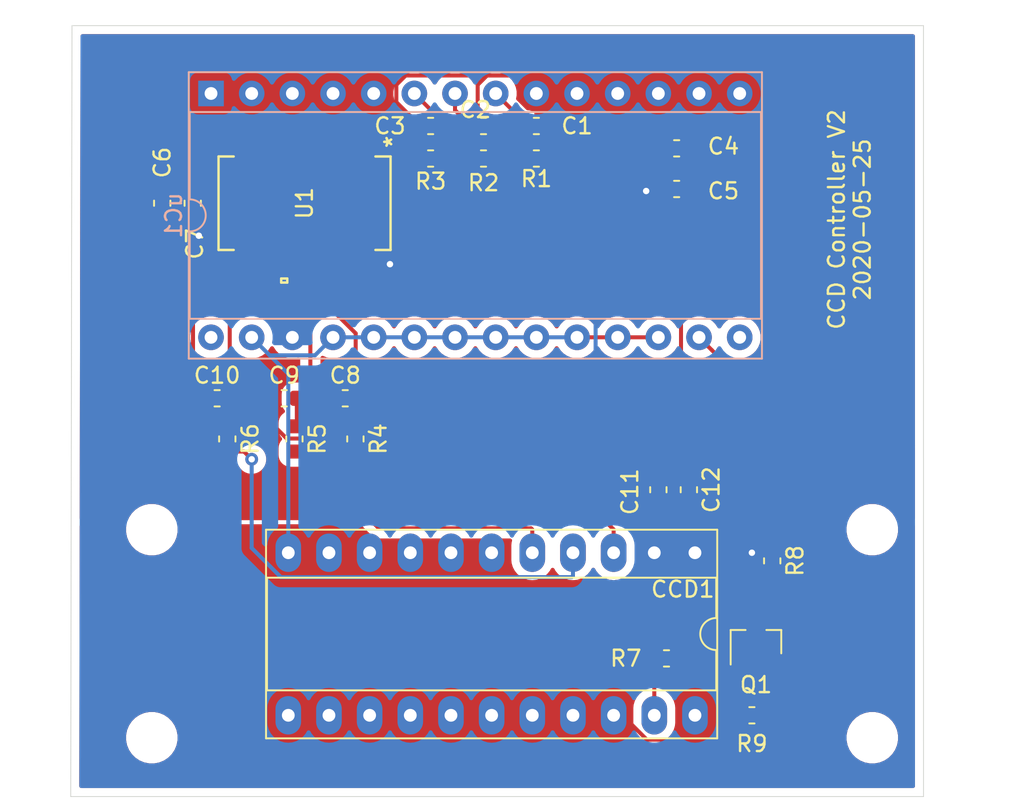
<source format=kicad_pcb>
(kicad_pcb (version 20171130) (host pcbnew 5.1.5-52549c5~86~ubuntu18.04.1)

  (general
    (thickness 1.6)
    (drawings 5)
    (tracks 183)
    (zones 0)
    (modules 29)
    (nets 22)
  )

  (page A4)
  (layers
    (0 F.Cu signal)
    (31 B.Cu signal)
    (32 B.Adhes user)
    (33 F.Adhes user)
    (34 B.Paste user)
    (35 F.Paste user)
    (36 B.SilkS user)
    (37 F.SilkS user)
    (38 B.Mask user)
    (39 F.Mask user)
    (40 Dwgs.User user)
    (41 Cmts.User user)
    (42 Eco1.User user)
    (43 Eco2.User user)
    (44 Edge.Cuts user)
    (45 Margin user)
    (46 B.CrtYd user)
    (47 F.CrtYd user)
    (48 B.Fab user)
    (49 F.Fab user)
  )

  (setup
    (last_trace_width 0.25)
    (trace_clearance 0.2)
    (zone_clearance 0.508)
    (zone_45_only no)
    (trace_min 0.2)
    (via_size 0.8)
    (via_drill 0.4)
    (via_min_size 0.4)
    (via_min_drill 0.3)
    (uvia_size 0.3)
    (uvia_drill 0.1)
    (uvias_allowed no)
    (uvia_min_size 0.2)
    (uvia_min_drill 0.1)
    (edge_width 0.05)
    (segment_width 0.2)
    (pcb_text_width 0.3)
    (pcb_text_size 1.5 1.5)
    (mod_edge_width 0.12)
    (mod_text_size 1 1)
    (mod_text_width 0.15)
    (pad_size 1.524 1.524)
    (pad_drill 0.762)
    (pad_to_mask_clearance 0.051)
    (solder_mask_min_width 0.25)
    (aux_axis_origin 0 0)
    (visible_elements FFFFFF7F)
    (pcbplotparams
      (layerselection 0x010fc_ffffffff)
      (usegerberextensions true)
      (usegerberattributes false)
      (usegerberadvancedattributes false)
      (creategerberjobfile true)
      (excludeedgelayer true)
      (linewidth 0.100000)
      (plotframeref false)
      (viasonmask false)
      (mode 1)
      (useauxorigin false)
      (hpglpennumber 1)
      (hpglpenspeed 20)
      (hpglpendiameter 15.000000)
      (psnegative false)
      (psa4output false)
      (plotreference true)
      (plotvalue true)
      (plotinvisibletext false)
      (padsonsilk false)
      (subtractmaskfromsilk false)
      (outputformat 1)
      (mirror false)
      (drillshape 0)
      (scaleselection 1)
      (outputdirectory ""))
  )

  (net 0 "")
  (net 1 GNDA)
  (net 2 "Net-(CCD1-Pad21)")
  (net 3 +3V3)
  (net 4 "Net-(Q1-Pad3)")
  (net 5 "Net-(Q1-Pad1)")
  (net 6 /~CLK)
  (net 7 /~ICG)
  (net 8 "Net-(C1-Pad1)")
  (net 9 "Net-(C2-Pad1)")
  (net 10 "Net-(C3-Pad1)")
  (net 11 "Net-(C8-Pad2)")
  (net 12 "Net-(C9-Pad2)")
  (net 13 "Net-(C10-Pad2)")
  (net 14 /SH)
  (net 15 /CLK)
  (net 16 /ICG)
  (net 17 /OUTPUT)
  (net 18 /~SH)
  (net 19 GNDD)
  (net 20 "Net-(uC1-Pad28)")
  (net 21 "Net-(uC1-Pad15)")

  (net_class Default "This is the default net class."
    (clearance 0.2)
    (trace_width 0.25)
    (via_dia 0.8)
    (via_drill 0.4)
    (uvia_dia 0.3)
    (uvia_drill 0.1)
    (add_net +3V3)
    (add_net /CLK)
    (add_net /ICG)
    (add_net /OUTPUT)
    (add_net /SH)
    (add_net /~CLK)
    (add_net /~ICG)
    (add_net /~SH)
    (add_net GNDA)
    (add_net GNDD)
    (add_net "Net-(C1-Pad1)")
    (add_net "Net-(C10-Pad2)")
    (add_net "Net-(C2-Pad1)")
    (add_net "Net-(C3-Pad1)")
    (add_net "Net-(C8-Pad2)")
    (add_net "Net-(C9-Pad2)")
    (add_net "Net-(CCD1-Pad21)")
    (add_net "Net-(Q1-Pad1)")
    (add_net "Net-(Q1-Pad3)")
    (add_net "Net-(uC1-Pad15)")
    (add_net "Net-(uC1-Pad28)")
  )

  (module MountingHole:MountingHole_2.2mm_M2 (layer F.Cu) (tedit 56D1B4CB) (tstamp 5ECCE692)
    (at 120 90)
    (descr "Mounting Hole 2.2mm, no annular, M2")
    (tags "mounting hole 2.2mm no annular m2")
    (attr virtual)
    (fp_text reference " " (at 0 -3.2) (layer F.SilkS)
      (effects (font (size 1 1) (thickness 0.15)))
    )
    (fp_text value MountingHole_2.2mm_M2 (at 0 3.2) (layer F.Fab)
      (effects (font (size 1 1) (thickness 0.15)))
    )
    (fp_text user %R (at 0.3 0) (layer F.Fab)
      (effects (font (size 1 1) (thickness 0.15)))
    )
    (fp_circle (center 0 0) (end 2.2 0) (layer Cmts.User) (width 0.15))
    (fp_circle (center 0 0) (end 2.45 0) (layer F.CrtYd) (width 0.05))
    (pad 1 np_thru_hole circle (at 0 0) (size 2.2 2.2) (drill 2.2) (layers *.Cu *.Mask))
  )

  (module MountingHole:MountingHole_2.2mm_M2 (layer F.Cu) (tedit 56D1B4CB) (tstamp 5ECCE692)
    (at 120 103)
    (descr "Mounting Hole 2.2mm, no annular, M2")
    (tags "mounting hole 2.2mm no annular m2")
    (attr virtual)
    (fp_text reference " " (at 0 -3.2) (layer F.SilkS)
      (effects (font (size 1 1) (thickness 0.15)))
    )
    (fp_text value MountingHole_2.2mm_M2 (at 0 3.2) (layer F.Fab)
      (effects (font (size 1 1) (thickness 0.15)))
    )
    (fp_text user %R (at 0.3 0) (layer F.Fab)
      (effects (font (size 1 1) (thickness 0.15)))
    )
    (fp_circle (center 0 0) (end 2.2 0) (layer Cmts.User) (width 0.15))
    (fp_circle (center 0 0) (end 2.45 0) (layer F.CrtYd) (width 0.05))
    (pad 1 np_thru_hole circle (at 0 0) (size 2.2 2.2) (drill 2.2) (layers *.Cu *.Mask))
  )

  (module MountingHole:MountingHole_2.2mm_M2 (layer F.Cu) (tedit 56D1B4CB) (tstamp 5ECCE692)
    (at 165 90)
    (descr "Mounting Hole 2.2mm, no annular, M2")
    (tags "mounting hole 2.2mm no annular m2")
    (attr virtual)
    (fp_text reference " " (at 0 -3.2) (layer F.SilkS)
      (effects (font (size 1 1) (thickness 0.15)))
    )
    (fp_text value MountingHole_2.2mm_M2 (at 0 3.2) (layer F.Fab)
      (effects (font (size 1 1) (thickness 0.15)))
    )
    (fp_text user %R (at 0.3 0) (layer F.Fab)
      (effects (font (size 1 1) (thickness 0.15)))
    )
    (fp_circle (center 0 0) (end 2.2 0) (layer Cmts.User) (width 0.15))
    (fp_circle (center 0 0) (end 2.45 0) (layer F.CrtYd) (width 0.05))
    (pad 1 np_thru_hole circle (at 0 0) (size 2.2 2.2) (drill 2.2) (layers *.Cu *.Mask))
  )

  (module MountingHole:MountingHole_2.2mm_M2 (layer F.Cu) (tedit 56D1B4CB) (tstamp 5ECCE680)
    (at 165 103)
    (descr "Mounting Hole 2.2mm, no annular, M2")
    (tags "mounting hole 2.2mm no annular m2")
    (attr virtual)
    (fp_text reference " " (at 0 -3.2) (layer F.SilkS)
      (effects (font (size 1 1) (thickness 0.15)))
    )
    (fp_text value MountingHole_2.2mm_M2 (at 0 3.2) (layer F.Fab)
      (effects (font (size 1 1) (thickness 0.15)))
    )
    (fp_circle (center 0 0) (end 2.45 0) (layer F.CrtYd) (width 0.05))
    (fp_circle (center 0 0) (end 2.2 0) (layer Cmts.User) (width 0.15))
    (fp_text user %R (at 0.3 0) (layer F.Fab)
      (effects (font (size 1 1) (thickness 0.15)))
    )
    (pad 1 np_thru_hole circle (at 0 0) (size 2.2 2.2) (drill 2.2) (layers *.Cu *.Mask))
  )

  (module Package_DIP:DIP-22_W10.16mm_Socket_LongPads (layer F.Cu) (tedit 5A02E8C5) (tstamp 5ECC8039)
    (at 153.924 91.44 270)
    (descr "22-lead though-hole mounted DIP package, row spacing 10.16 mm (400 mils), Socket, LongPads")
    (tags "THT DIP DIL PDIP 2.54mm 10.16mm 400mil Socket LongPads")
    (path /5E4F529D)
    (fp_text reference CCD1 (at 2.286 0.762 180) (layer F.SilkS)
      (effects (font (size 1 1) (thickness 0.15)))
    )
    (fp_text value TCD1304 (at 5.08 27.73 90) (layer F.Fab)
      (effects (font (size 1 1) (thickness 0.15)))
    )
    (fp_text user %R (at 5.08 12.7 90) (layer F.Fab)
      (effects (font (size 1 1) (thickness 0.15)))
    )
    (fp_line (start 11.7 -1.6) (end -1.55 -1.6) (layer F.CrtYd) (width 0.05))
    (fp_line (start 11.7 27) (end 11.7 -1.6) (layer F.CrtYd) (width 0.05))
    (fp_line (start -1.55 27) (end 11.7 27) (layer F.CrtYd) (width 0.05))
    (fp_line (start -1.55 -1.6) (end -1.55 27) (layer F.CrtYd) (width 0.05))
    (fp_line (start 11.6 -1.39) (end -1.44 -1.39) (layer F.SilkS) (width 0.12))
    (fp_line (start 11.6 26.79) (end 11.6 -1.39) (layer F.SilkS) (width 0.12))
    (fp_line (start -1.44 26.79) (end 11.6 26.79) (layer F.SilkS) (width 0.12))
    (fp_line (start -1.44 -1.39) (end -1.44 26.79) (layer F.SilkS) (width 0.12))
    (fp_line (start 8.6 -1.33) (end 6.08 -1.33) (layer F.SilkS) (width 0.12))
    (fp_line (start 8.6 26.73) (end 8.6 -1.33) (layer F.SilkS) (width 0.12))
    (fp_line (start 1.56 26.73) (end 8.6 26.73) (layer F.SilkS) (width 0.12))
    (fp_line (start 1.56 -1.33) (end 1.56 26.73) (layer F.SilkS) (width 0.12))
    (fp_line (start 4.08 -1.33) (end 1.56 -1.33) (layer F.SilkS) (width 0.12))
    (fp_line (start 11.43 -1.33) (end -1.27 -1.33) (layer F.Fab) (width 0.1))
    (fp_line (start 11.43 26.73) (end 11.43 -1.33) (layer F.Fab) (width 0.1))
    (fp_line (start -1.27 26.73) (end 11.43 26.73) (layer F.Fab) (width 0.1))
    (fp_line (start -1.27 -1.33) (end -1.27 26.73) (layer F.Fab) (width 0.1))
    (fp_line (start 0.51 -0.27) (end 1.51 -1.27) (layer F.Fab) (width 0.1))
    (fp_line (start 0.51 26.67) (end 0.51 -0.27) (layer F.Fab) (width 0.1))
    (fp_line (start 9.65 26.67) (end 0.51 26.67) (layer F.Fab) (width 0.1))
    (fp_line (start 9.65 -1.27) (end 9.65 26.67) (layer F.Fab) (width 0.1))
    (fp_line (start 1.51 -1.27) (end 9.65 -1.27) (layer F.Fab) (width 0.1))
    (fp_arc (start 5.08 -1.33) (end 4.08 -1.33) (angle -180) (layer F.SilkS) (width 0.12))
    (pad 22 thru_hole oval (at 10.16 0 270) (size 2.4 1.6) (drill 0.8) (layers *.Cu *.Mask)
      (net 1 GNDA))
    (pad 11 thru_hole oval (at 0 25.4 270) (size 2.4 1.6) (drill 0.8) (layers *.Cu *.Mask)
      (net 1 GNDA))
    (pad 21 thru_hole oval (at 10.16 2.54 270) (size 2.4 1.6) (drill 0.8) (layers *.Cu *.Mask)
      (net 2 "Net-(CCD1-Pad21)"))
    (pad 10 thru_hole oval (at 0 22.86 270) (size 2.4 1.6) (drill 0.8) (layers *.Cu *.Mask)
      (net 1 GNDA))
    (pad 20 thru_hole oval (at 10.16 5.08 270) (size 2.4 1.6) (drill 0.8) (layers *.Cu *.Mask)
      (net 1 GNDA))
    (pad 9 thru_hole oval (at 0 20.32 270) (size 2.4 1.6) (drill 0.8) (layers *.Cu *.Mask)
      (net 1 GNDA))
    (pad 19 thru_hole oval (at 10.16 7.62 270) (size 2.4 1.6) (drill 0.8) (layers *.Cu *.Mask)
      (net 1 GNDA))
    (pad 8 thru_hole oval (at 0 17.78 270) (size 2.4 1.6) (drill 0.8) (layers *.Cu *.Mask)
      (net 1 GNDA))
    (pad 18 thru_hole oval (at 10.16 10.16 270) (size 2.4 1.6) (drill 0.8) (layers *.Cu *.Mask)
      (net 1 GNDA))
    (pad 7 thru_hole oval (at 0 15.24 270) (size 2.4 1.6) (drill 0.8) (layers *.Cu *.Mask)
      (net 1 GNDA))
    (pad 17 thru_hole oval (at 10.16 12.7 270) (size 2.4 1.6) (drill 0.8) (layers *.Cu *.Mask)
      (net 1 GNDA))
    (pad 6 thru_hole oval (at 0 12.7 270) (size 2.4 1.6) (drill 0.8) (layers *.Cu *.Mask)
      (net 1 GNDA))
    (pad 16 thru_hole oval (at 10.16 15.24 270) (size 2.4 1.6) (drill 0.8) (layers *.Cu *.Mask)
      (net 1 GNDA))
    (pad 5 thru_hole oval (at 0 10.16 270) (size 2.4 1.6) (drill 0.8) (layers *.Cu *.Mask)
      (net 14 /SH))
    (pad 15 thru_hole oval (at 10.16 17.78 270) (size 2.4 1.6) (drill 0.8) (layers *.Cu *.Mask)
      (net 1 GNDA))
    (pad 4 thru_hole oval (at 0 7.62 270) (size 2.4 1.6) (drill 0.8) (layers *.Cu *.Mask)
      (net 15 /CLK))
    (pad 14 thru_hole oval (at 10.16 20.32 270) (size 2.4 1.6) (drill 0.8) (layers *.Cu *.Mask)
      (net 1 GNDA))
    (pad 3 thru_hole oval (at 0 5.08 270) (size 2.4 1.6) (drill 0.8) (layers *.Cu *.Mask)
      (net 16 /ICG))
    (pad 13 thru_hole oval (at 10.16 22.86 270) (size 2.4 1.6) (drill 0.8) (layers *.Cu *.Mask)
      (net 1 GNDA))
    (pad 2 thru_hole oval (at 0 2.54 270) (size 2.4 1.6) (drill 0.8) (layers *.Cu *.Mask)
      (net 3 +3V3))
    (pad 12 thru_hole oval (at 10.16 25.4 270) (size 2.4 1.6) (drill 0.8) (layers *.Cu *.Mask)
      (net 1 GNDA))
    (pad 1 thru_hole rect (at 0 0 270) (size 2.4 1.6) (drill 0.8) (layers *.Cu *.Mask)
      (net 3 +3V3))
    (model ${KISYS3DMOD}/Package_DIP.3dshapes/DIP-22_W10.16mm_Socket.wrl
      (at (xyz 0 0 0))
      (scale (xyz 1 1 1))
      (rotate (xyz 0 0 0))
    )
  )

  (module SN74AC14NSR:SN74AC14NSR (layer F.Cu) (tedit 0) (tstamp 5EC8AD97)
    (at 129.54 69.596 270)
    (path /5E56F3AB)
    (fp_text reference U1 (at 0 0 90) (layer F.SilkS)
      (effects (font (size 1 1) (thickness 0.15)))
    )
    (fp_text value SN74AC14NSR (at 0 0 90) (layer F.SilkS) hide
      (effects (font (size 1 1) (thickness 0.15)))
    )
    (fp_arc (start 0 -5.2451) (end 0.3048 -5.2451) (angle 180) (layer F.Fab) (width 0.1524))
    (fp_line (start -3.048 4.348) (end -4.706099 4.348) (layer F.CrtYd) (width 0.1524))
    (fp_line (start -3.048 5.4991) (end -3.048 4.348) (layer F.CrtYd) (width 0.1524))
    (fp_line (start 3.048 5.4991) (end -3.048 5.4991) (layer F.CrtYd) (width 0.1524))
    (fp_line (start 3.048 4.348) (end 3.048 5.4991) (layer F.CrtYd) (width 0.1524))
    (fp_line (start 4.706099 4.348) (end 3.048 4.348) (layer F.CrtYd) (width 0.1524))
    (fp_line (start 4.706099 -4.348) (end 4.706099 4.348) (layer F.CrtYd) (width 0.1524))
    (fp_line (start 3.048 -4.348) (end 4.706099 -4.348) (layer F.CrtYd) (width 0.1524))
    (fp_line (start 3.048 -5.4991) (end 3.048 -4.348) (layer F.CrtYd) (width 0.1524))
    (fp_line (start -3.048 -5.4991) (end 3.048 -5.4991) (layer F.CrtYd) (width 0.1524))
    (fp_line (start -3.048 -4.348) (end -3.048 -5.4991) (layer F.CrtYd) (width 0.1524))
    (fp_line (start -4.706099 -4.348) (end -3.048 -4.348) (layer F.CrtYd) (width 0.1524))
    (fp_line (start -4.706099 4.348) (end -4.706099 -4.348) (layer F.CrtYd) (width 0.1524))
    (fp_line (start 4.706099 1.0795) (end 4.960099 1.0795) (layer F.SilkS) (width 0.1524))
    (fp_line (start 4.706099 1.4605) (end 4.706099 1.0795) (layer F.SilkS) (width 0.1524))
    (fp_line (start 4.960099 1.4605) (end 4.706099 1.4605) (layer F.SilkS) (width 0.1524))
    (fp_line (start 4.960099 1.0795) (end 4.960099 1.4605) (layer F.SilkS) (width 0.1524))
    (fp_line (start 2.921 -4.42674) (end 2.921 -5.3721) (layer F.SilkS) (width 0.1524))
    (fp_line (start -2.921 4.42674) (end -2.921 5.3721) (layer F.SilkS) (width 0.1524))
    (fp_line (start -2.794 -5.2451) (end -2.794 5.2451) (layer F.Fab) (width 0.1524))
    (fp_line (start 2.794 -5.2451) (end -2.794 -5.2451) (layer F.Fab) (width 0.1524))
    (fp_line (start 2.794 5.2451) (end 2.794 -5.2451) (layer F.Fab) (width 0.1524))
    (fp_line (start -2.794 5.2451) (end 2.794 5.2451) (layer F.Fab) (width 0.1524))
    (fp_line (start -2.921 -5.3721) (end -2.921 -4.42674) (layer F.SilkS) (width 0.1524))
    (fp_line (start 2.921 -5.3721) (end -2.921 -5.3721) (layer F.SilkS) (width 0.1524))
    (fp_line (start 2.921 5.3721) (end 2.921 4.42674) (layer F.SilkS) (width 0.1524))
    (fp_line (start -2.921 5.3721) (end 2.921 5.3721) (layer F.SilkS) (width 0.1524))
    (fp_line (start 4.1021 -4.064) (end 2.794 -4.064) (layer F.Fab) (width 0.1524))
    (fp_line (start 4.1021 -3.556) (end 4.1021 -4.064) (layer F.Fab) (width 0.1524))
    (fp_line (start 2.794 -3.556) (end 4.1021 -3.556) (layer F.Fab) (width 0.1524))
    (fp_line (start 2.794 -4.064) (end 2.794 -3.556) (layer F.Fab) (width 0.1524))
    (fp_line (start 4.1021 -2.794) (end 2.794 -2.794) (layer F.Fab) (width 0.1524))
    (fp_line (start 4.1021 -2.286) (end 4.1021 -2.794) (layer F.Fab) (width 0.1524))
    (fp_line (start 2.794 -2.286) (end 4.1021 -2.286) (layer F.Fab) (width 0.1524))
    (fp_line (start 2.794 -2.794) (end 2.794 -2.286) (layer F.Fab) (width 0.1524))
    (fp_line (start 4.1021 -1.524) (end 2.794 -1.524) (layer F.Fab) (width 0.1524))
    (fp_line (start 4.1021 -1.016) (end 4.1021 -1.524) (layer F.Fab) (width 0.1524))
    (fp_line (start 2.794 -1.016) (end 4.1021 -1.016) (layer F.Fab) (width 0.1524))
    (fp_line (start 2.794 -1.524) (end 2.794 -1.016) (layer F.Fab) (width 0.1524))
    (fp_line (start 4.1021 -0.254) (end 2.794 -0.254) (layer F.Fab) (width 0.1524))
    (fp_line (start 4.1021 0.254) (end 4.1021 -0.254) (layer F.Fab) (width 0.1524))
    (fp_line (start 2.794 0.254) (end 4.1021 0.254) (layer F.Fab) (width 0.1524))
    (fp_line (start 2.794 -0.254) (end 2.794 0.254) (layer F.Fab) (width 0.1524))
    (fp_line (start 4.1021 1.016) (end 2.794 1.016) (layer F.Fab) (width 0.1524))
    (fp_line (start 4.1021 1.524) (end 4.1021 1.016) (layer F.Fab) (width 0.1524))
    (fp_line (start 2.794 1.524) (end 4.1021 1.524) (layer F.Fab) (width 0.1524))
    (fp_line (start 2.794 1.016) (end 2.794 1.524) (layer F.Fab) (width 0.1524))
    (fp_line (start 4.1021 2.286) (end 2.794 2.286) (layer F.Fab) (width 0.1524))
    (fp_line (start 4.1021 2.794) (end 4.1021 2.286) (layer F.Fab) (width 0.1524))
    (fp_line (start 2.794 2.794) (end 4.1021 2.794) (layer F.Fab) (width 0.1524))
    (fp_line (start 2.794 2.286) (end 2.794 2.794) (layer F.Fab) (width 0.1524))
    (fp_line (start 4.1021 3.556) (end 2.794 3.556) (layer F.Fab) (width 0.1524))
    (fp_line (start 4.1021 4.064) (end 4.1021 3.556) (layer F.Fab) (width 0.1524))
    (fp_line (start 2.794 4.064) (end 4.1021 4.064) (layer F.Fab) (width 0.1524))
    (fp_line (start 2.794 3.556) (end 2.794 4.064) (layer F.Fab) (width 0.1524))
    (fp_line (start -4.1021 4.064) (end -2.794 4.064) (layer F.Fab) (width 0.1524))
    (fp_line (start -4.1021 3.556) (end -4.1021 4.064) (layer F.Fab) (width 0.1524))
    (fp_line (start -2.794 3.556) (end -4.1021 3.556) (layer F.Fab) (width 0.1524))
    (fp_line (start -2.794 4.064) (end -2.794 3.556) (layer F.Fab) (width 0.1524))
    (fp_line (start -4.1021 2.794) (end -2.794 2.794) (layer F.Fab) (width 0.1524))
    (fp_line (start -4.1021 2.286) (end -4.1021 2.794) (layer F.Fab) (width 0.1524))
    (fp_line (start -2.794 2.286) (end -4.1021 2.286) (layer F.Fab) (width 0.1524))
    (fp_line (start -2.794 2.794) (end -2.794 2.286) (layer F.Fab) (width 0.1524))
    (fp_line (start -4.1021 1.524) (end -2.794 1.524) (layer F.Fab) (width 0.1524))
    (fp_line (start -4.1021 1.016) (end -4.1021 1.524) (layer F.Fab) (width 0.1524))
    (fp_line (start -2.794 1.016) (end -4.1021 1.016) (layer F.Fab) (width 0.1524))
    (fp_line (start -2.794 1.524) (end -2.794 1.016) (layer F.Fab) (width 0.1524))
    (fp_line (start -4.1021 0.254) (end -2.794 0.254) (layer F.Fab) (width 0.1524))
    (fp_line (start -4.1021 -0.254) (end -4.1021 0.254) (layer F.Fab) (width 0.1524))
    (fp_line (start -2.794 -0.254) (end -4.1021 -0.254) (layer F.Fab) (width 0.1524))
    (fp_line (start -2.794 0.254) (end -2.794 -0.254) (layer F.Fab) (width 0.1524))
    (fp_line (start -4.1021 -1.016) (end -2.794 -1.016) (layer F.Fab) (width 0.1524))
    (fp_line (start -4.1021 -1.524) (end -4.1021 -1.016) (layer F.Fab) (width 0.1524))
    (fp_line (start -2.794 -1.524) (end -4.1021 -1.524) (layer F.Fab) (width 0.1524))
    (fp_line (start -2.794 -1.016) (end -2.794 -1.524) (layer F.Fab) (width 0.1524))
    (fp_line (start -4.1021 -2.286) (end -2.794 -2.286) (layer F.Fab) (width 0.1524))
    (fp_line (start -4.1021 -2.794) (end -4.1021 -2.286) (layer F.Fab) (width 0.1524))
    (fp_line (start -2.794 -2.794) (end -4.1021 -2.794) (layer F.Fab) (width 0.1524))
    (fp_line (start -2.794 -2.286) (end -2.794 -2.794) (layer F.Fab) (width 0.1524))
    (fp_line (start -4.1021 -3.556) (end -2.794 -3.556) (layer F.Fab) (width 0.1524))
    (fp_line (start -4.1021 -4.064) (end -4.1021 -3.556) (layer F.Fab) (width 0.1524))
    (fp_line (start -2.794 -4.064) (end -4.1021 -4.064) (layer F.Fab) (width 0.1524))
    (fp_line (start -2.794 -3.556) (end -2.794 -4.064) (layer F.Fab) (width 0.1524))
    (fp_text user * (at -2.413 -5.1689 90) (layer F.Fab)
      (effects (font (size 1 1) (thickness 0.15)))
    )
    (fp_text user * (at -3.8354 -5.521 90) (layer F.SilkS)
      (effects (font (size 1 1) (thickness 0.15)))
    )
    (fp_text user 0.069in/1.741mm (at -3.5814 7.6581 90) (layer Dwgs.User)
      (effects (font (size 1 1) (thickness 0.15)))
    )
    (fp_text user 0.282in/7.163mm (at 0 -7.6581 90) (layer Dwgs.User)
      (effects (font (size 1 1) (thickness 0.15)))
    )
    (fp_text user 0.022in/0.568mm (at 6.6294 -3.81 90) (layer Dwgs.User)
      (effects (font (size 1 1) (thickness 0.15)))
    )
    (fp_text user 0.05in/1.27mm (at -6.6294 -3.175 90) (layer Dwgs.User)
      (effects (font (size 1 1) (thickness 0.15)))
    )
    (fp_text user * (at -2.413 -5.1689 90) (layer F.Fab)
      (effects (font (size 1 1) (thickness 0.15)))
    )
    (fp_text user * (at -3.8354 -5.521 90) (layer F.SilkS)
      (effects (font (size 1 1) (thickness 0.15)))
    )
    (fp_text user "Copyright 2016 Accelerated Designs. All rights reserved." (at 0 0 90) (layer Cmts.User)
      (effects (font (size 0.127 0.127) (thickness 0.002)))
    )
    (pad 14 smd rect (at 3.5814 -3.81 270) (size 1.741399 0.568) (layers F.Cu F.Paste F.Mask)
      (net 3 +3V3))
    (pad 13 smd rect (at 3.5814 -2.54 270) (size 1.741399 0.568) (layers F.Cu F.Paste F.Mask)
      (net 7 /~ICG))
    (pad 12 smd rect (at 3.5814 -1.27 270) (size 1.741399 0.568) (layers F.Cu F.Paste F.Mask)
      (net 11 "Net-(C8-Pad2)"))
    (pad 11 smd rect (at 3.5814 0 270) (size 1.741399 0.568) (layers F.Cu F.Paste F.Mask)
      (net 18 /~SH))
    (pad 10 smd rect (at 3.5814 1.27 270) (size 1.741399 0.568) (layers F.Cu F.Paste F.Mask)
      (net 12 "Net-(C9-Pad2)"))
    (pad 9 smd rect (at 3.5814 2.54 270) (size 1.741399 0.568) (layers F.Cu F.Paste F.Mask)
      (net 6 /~CLK))
    (pad 8 smd rect (at 3.5814 3.81 270) (size 1.741399 0.568) (layers F.Cu F.Paste F.Mask)
      (net 13 "Net-(C10-Pad2)"))
    (pad 7 smd rect (at -3.5814 3.81 270) (size 1.741399 0.568) (layers F.Cu F.Paste F.Mask)
      (net 19 GNDD))
    (pad 6 smd rect (at -3.5814 2.54 270) (size 1.741399 0.568) (layers F.Cu F.Paste F.Mask)
      (net 19 GNDD))
    (pad 5 smd rect (at -3.5814 1.27 270) (size 1.741399 0.568) (layers F.Cu F.Paste F.Mask)
      (net 19 GNDD))
    (pad 4 smd rect (at -3.5814 0 270) (size 1.741399 0.568) (layers F.Cu F.Paste F.Mask)
      (net 19 GNDD))
    (pad 3 smd rect (at -3.5814 -1.27 270) (size 1.741399 0.568) (layers F.Cu F.Paste F.Mask)
      (net 19 GNDD))
    (pad 2 smd rect (at -3.5814 -2.54 270) (size 1.741399 0.568) (layers F.Cu F.Paste F.Mask)
      (net 19 GNDD))
    (pad 1 smd rect (at -3.5814 -3.81 270) (size 1.741399 0.568) (layers F.Cu F.Paste F.Mask)
      (net 19 GNDD))
  )

  (module Package_DIP:DIP-28_W15.24mm_Socket (layer B.Cu) (tedit 5A02E8C5) (tstamp 5EC8ACBC)
    (at 123.698 62.738 270)
    (descr "28-lead though-hole mounted DIP package, row spacing 15.24 mm (600 mils), Socket")
    (tags "THT DIP DIL PDIP 2.54mm 15.24mm 600mil Socket")
    (path /5E4F644E)
    (fp_text reference uC1 (at 7.62 2.33 270) (layer B.SilkS)
      (effects (font (size 1 1) (thickness 0.15)) (justify mirror))
    )
    (fp_text value Teensy (at 7.62 -35.35 270) (layer B.Fab)
      (effects (font (size 1 1) (thickness 0.15)) (justify mirror))
    )
    (fp_text user %R (at 7.62 -16.51 270) (layer B.Fab)
      (effects (font (size 1 1) (thickness 0.15)) (justify mirror))
    )
    (fp_line (start 16.8 1.6) (end -1.55 1.6) (layer B.CrtYd) (width 0.05))
    (fp_line (start 16.8 -34.65) (end 16.8 1.6) (layer B.CrtYd) (width 0.05))
    (fp_line (start -1.55 -34.65) (end 16.8 -34.65) (layer B.CrtYd) (width 0.05))
    (fp_line (start -1.55 1.6) (end -1.55 -34.65) (layer B.CrtYd) (width 0.05))
    (fp_line (start 16.57 1.39) (end -1.33 1.39) (layer B.SilkS) (width 0.12))
    (fp_line (start 16.57 -34.41) (end 16.57 1.39) (layer B.SilkS) (width 0.12))
    (fp_line (start -1.33 -34.41) (end 16.57 -34.41) (layer B.SilkS) (width 0.12))
    (fp_line (start -1.33 1.39) (end -1.33 -34.41) (layer B.SilkS) (width 0.12))
    (fp_line (start 14.08 1.33) (end 8.62 1.33) (layer B.SilkS) (width 0.12))
    (fp_line (start 14.08 -34.35) (end 14.08 1.33) (layer B.SilkS) (width 0.12))
    (fp_line (start 1.16 -34.35) (end 14.08 -34.35) (layer B.SilkS) (width 0.12))
    (fp_line (start 1.16 1.33) (end 1.16 -34.35) (layer B.SilkS) (width 0.12))
    (fp_line (start 6.62 1.33) (end 1.16 1.33) (layer B.SilkS) (width 0.12))
    (fp_line (start 16.51 1.33) (end -1.27 1.33) (layer B.Fab) (width 0.1))
    (fp_line (start 16.51 -34.35) (end 16.51 1.33) (layer B.Fab) (width 0.1))
    (fp_line (start -1.27 -34.35) (end 16.51 -34.35) (layer B.Fab) (width 0.1))
    (fp_line (start -1.27 1.33) (end -1.27 -34.35) (layer B.Fab) (width 0.1))
    (fp_line (start 0.255 0.27) (end 1.255 1.27) (layer B.Fab) (width 0.1))
    (fp_line (start 0.255 -34.29) (end 0.255 0.27) (layer B.Fab) (width 0.1))
    (fp_line (start 14.985 -34.29) (end 0.255 -34.29) (layer B.Fab) (width 0.1))
    (fp_line (start 14.985 1.27) (end 14.985 -34.29) (layer B.Fab) (width 0.1))
    (fp_line (start 1.255 1.27) (end 14.985 1.27) (layer B.Fab) (width 0.1))
    (fp_arc (start 7.62 1.33) (end 6.62 1.33) (angle 180) (layer B.SilkS) (width 0.12))
    (pad 28 thru_hole oval (at 15.24 0 270) (size 1.6 1.6) (drill 0.8) (layers *.Cu *.Mask)
      (net 20 "Net-(uC1-Pad28)"))
    (pad 14 thru_hole oval (at 0 -33.02 270) (size 1.6 1.6) (drill 0.8) (layers *.Cu *.Mask)
      (net 19 GNDD))
    (pad 27 thru_hole oval (at 15.24 -2.54 270) (size 1.6 1.6) (drill 0.8) (layers *.Cu *.Mask)
      (net 1 GNDA))
    (pad 13 thru_hole oval (at 0 -30.48 270) (size 1.6 1.6) (drill 0.8) (layers *.Cu *.Mask)
      (net 19 GNDD))
    (pad 26 thru_hole oval (at 15.24 -5.08 270) (size 1.6 1.6) (drill 0.8) (layers *.Cu *.Mask)
      (net 3 +3V3))
    (pad 12 thru_hole oval (at 0 -27.94 270) (size 1.6 1.6) (drill 0.8) (layers *.Cu *.Mask)
      (net 19 GNDD))
    (pad 25 thru_hole oval (at 15.24 -7.62 270) (size 1.6 1.6) (drill 0.8) (layers *.Cu *.Mask)
      (net 1 GNDA))
    (pad 11 thru_hole oval (at 0 -25.4 270) (size 1.6 1.6) (drill 0.8) (layers *.Cu *.Mask)
      (net 19 GNDD))
    (pad 24 thru_hole oval (at 15.24 -10.16 270) (size 1.6 1.6) (drill 0.8) (layers *.Cu *.Mask)
      (net 1 GNDA))
    (pad 10 thru_hole oval (at 0 -22.86 270) (size 1.6 1.6) (drill 0.8) (layers *.Cu *.Mask)
      (net 19 GNDD))
    (pad 23 thru_hole oval (at 15.24 -12.7 270) (size 1.6 1.6) (drill 0.8) (layers *.Cu *.Mask)
      (net 1 GNDA))
    (pad 9 thru_hole oval (at 0 -20.32 270) (size 1.6 1.6) (drill 0.8) (layers *.Cu *.Mask)
      (net 19 GNDD))
    (pad 22 thru_hole oval (at 15.24 -15.24 270) (size 1.6 1.6) (drill 0.8) (layers *.Cu *.Mask)
      (net 1 GNDA))
    (pad 8 thru_hole oval (at 0 -17.78 270) (size 1.6 1.6) (drill 0.8) (layers *.Cu *.Mask)
      (net 8 "Net-(C1-Pad1)"))
    (pad 21 thru_hole oval (at 15.24 -17.78 270) (size 1.6 1.6) (drill 0.8) (layers *.Cu *.Mask)
      (net 1 GNDA))
    (pad 7 thru_hole oval (at 0 -15.24 270) (size 1.6 1.6) (drill 0.8) (layers *.Cu *.Mask)
      (net 9 "Net-(C2-Pad1)"))
    (pad 20 thru_hole oval (at 15.24 -20.32 270) (size 1.6 1.6) (drill 0.8) (layers *.Cu *.Mask)
      (net 1 GNDA))
    (pad 6 thru_hole oval (at 0 -12.7 270) (size 1.6 1.6) (drill 0.8) (layers *.Cu *.Mask)
      (net 10 "Net-(C3-Pad1)"))
    (pad 19 thru_hole oval (at 15.24 -22.86 270) (size 1.6 1.6) (drill 0.8) (layers *.Cu *.Mask)
      (net 1 GNDA))
    (pad 5 thru_hole oval (at 0 -10.16 270) (size 1.6 1.6) (drill 0.8) (layers *.Cu *.Mask)
      (net 19 GNDD))
    (pad 18 thru_hole oval (at 15.24 -25.4 270) (size 1.6 1.6) (drill 0.8) (layers *.Cu *.Mask)
      (net 1 GNDA))
    (pad 4 thru_hole oval (at 0 -7.62 270) (size 1.6 1.6) (drill 0.8) (layers *.Cu *.Mask)
      (net 19 GNDD))
    (pad 17 thru_hole oval (at 15.24 -27.94 270) (size 1.6 1.6) (drill 0.8) (layers *.Cu *.Mask)
      (net 1 GNDA))
    (pad 3 thru_hole oval (at 0 -5.08 270) (size 1.6 1.6) (drill 0.8) (layers *.Cu *.Mask)
      (net 19 GNDD))
    (pad 16 thru_hole oval (at 15.24 -30.48 270) (size 1.6 1.6) (drill 0.8) (layers *.Cu *.Mask)
      (net 17 /OUTPUT))
    (pad 2 thru_hole oval (at 0 -2.54 270) (size 1.6 1.6) (drill 0.8) (layers *.Cu *.Mask)
      (net 19 GNDD))
    (pad 15 thru_hole oval (at 15.24 -33.02 270) (size 1.6 1.6) (drill 0.8) (layers *.Cu *.Mask)
      (net 21 "Net-(uC1-Pad15)"))
    (pad 1 thru_hole rect (at 0 0 270) (size 1.6 1.6) (drill 0.8) (layers *.Cu *.Mask)
      (net 19 GNDD))
    (model ${KISYS3DMOD}/Package_DIP.3dshapes/DIP-28_W15.24mm_Socket.wrl
      (at (xyz 0 0 0))
      (scale (xyz 1 1 1))
      (rotate (xyz 0 0 0))
    )
  )

  (module Resistor_SMD:R_0603_1608Metric (layer F.Cu) (tedit 5B301BBD) (tstamp 5EC8A868)
    (at 124.714 84.328 270)
    (descr "Resistor SMD 0603 (1608 Metric), square (rectangular) end terminal, IPC_7351 nominal, (Body size source: http://www.tortai-tech.com/upload/download/2011102023233369053.pdf), generated with kicad-footprint-generator")
    (tags resistor)
    (path /5E80DFE8)
    (attr smd)
    (fp_text reference R6 (at 0 -1.43 90) (layer F.SilkS)
      (effects (font (size 1 1) (thickness 0.15)))
    )
    (fp_text value 100 (at 0 1.43 90) (layer F.Fab)
      (effects (font (size 1 1) (thickness 0.15)))
    )
    (fp_text user %R (at 0 0 90) (layer F.Fab)
      (effects (font (size 0.4 0.4) (thickness 0.06)))
    )
    (fp_line (start 1.48 0.73) (end -1.48 0.73) (layer F.CrtYd) (width 0.05))
    (fp_line (start 1.48 -0.73) (end 1.48 0.73) (layer F.CrtYd) (width 0.05))
    (fp_line (start -1.48 -0.73) (end 1.48 -0.73) (layer F.CrtYd) (width 0.05))
    (fp_line (start -1.48 0.73) (end -1.48 -0.73) (layer F.CrtYd) (width 0.05))
    (fp_line (start -0.162779 0.51) (end 0.162779 0.51) (layer F.SilkS) (width 0.12))
    (fp_line (start -0.162779 -0.51) (end 0.162779 -0.51) (layer F.SilkS) (width 0.12))
    (fp_line (start 0.8 0.4) (end -0.8 0.4) (layer F.Fab) (width 0.1))
    (fp_line (start 0.8 -0.4) (end 0.8 0.4) (layer F.Fab) (width 0.1))
    (fp_line (start -0.8 -0.4) (end 0.8 -0.4) (layer F.Fab) (width 0.1))
    (fp_line (start -0.8 0.4) (end -0.8 -0.4) (layer F.Fab) (width 0.1))
    (pad 2 smd roundrect (at 0.7875 0 270) (size 0.875 0.95) (layers F.Cu F.Paste F.Mask) (roundrect_rratio 0.25)
      (net 15 /CLK))
    (pad 1 smd roundrect (at -0.7875 0 270) (size 0.875 0.95) (layers F.Cu F.Paste F.Mask) (roundrect_rratio 0.25)
      (net 13 "Net-(C10-Pad2)"))
    (model ${KISYS3DMOD}/Resistor_SMD.3dshapes/R_0603_1608Metric.wrl
      (at (xyz 0 0 0))
      (scale (xyz 1 1 1))
      (rotate (xyz 0 0 0))
    )
  )

  (module Resistor_SMD:R_0603_1608Metric (layer F.Cu) (tedit 5B301BBD) (tstamp 5EC8A898)
    (at 128.905 84.328 270)
    (descr "Resistor SMD 0603 (1608 Metric), square (rectangular) end terminal, IPC_7351 nominal, (Body size source: http://www.tortai-tech.com/upload/download/2011102023233369053.pdf), generated with kicad-footprint-generator")
    (tags resistor)
    (path /5E808068)
    (attr smd)
    (fp_text reference R5 (at 0 -1.43 90) (layer F.SilkS)
      (effects (font (size 1 1) (thickness 0.15)))
    )
    (fp_text value 100 (at 0 1.43 90) (layer F.Fab)
      (effects (font (size 1 1) (thickness 0.15)))
    )
    (fp_text user %R (at 0 0 90) (layer F.Fab)
      (effects (font (size 0.4 0.4) (thickness 0.06)))
    )
    (fp_line (start 1.48 0.73) (end -1.48 0.73) (layer F.CrtYd) (width 0.05))
    (fp_line (start 1.48 -0.73) (end 1.48 0.73) (layer F.CrtYd) (width 0.05))
    (fp_line (start -1.48 -0.73) (end 1.48 -0.73) (layer F.CrtYd) (width 0.05))
    (fp_line (start -1.48 0.73) (end -1.48 -0.73) (layer F.CrtYd) (width 0.05))
    (fp_line (start -0.162779 0.51) (end 0.162779 0.51) (layer F.SilkS) (width 0.12))
    (fp_line (start -0.162779 -0.51) (end 0.162779 -0.51) (layer F.SilkS) (width 0.12))
    (fp_line (start 0.8 0.4) (end -0.8 0.4) (layer F.Fab) (width 0.1))
    (fp_line (start 0.8 -0.4) (end 0.8 0.4) (layer F.Fab) (width 0.1))
    (fp_line (start -0.8 -0.4) (end 0.8 -0.4) (layer F.Fab) (width 0.1))
    (fp_line (start -0.8 0.4) (end -0.8 -0.4) (layer F.Fab) (width 0.1))
    (pad 2 smd roundrect (at 0.7875 0 270) (size 0.875 0.95) (layers F.Cu F.Paste F.Mask) (roundrect_rratio 0.25)
      (net 14 /SH))
    (pad 1 smd roundrect (at -0.7875 0 270) (size 0.875 0.95) (layers F.Cu F.Paste F.Mask) (roundrect_rratio 0.25)
      (net 12 "Net-(C9-Pad2)"))
    (model ${KISYS3DMOD}/Resistor_SMD.3dshapes/R_0603_1608Metric.wrl
      (at (xyz 0 0 0))
      (scale (xyz 1 1 1))
      (rotate (xyz 0 0 0))
    )
  )

  (module Resistor_SMD:R_0603_1608Metric (layer F.Cu) (tedit 5B301BBD) (tstamp 5EC8A8C8)
    (at 132.715 84.328 270)
    (descr "Resistor SMD 0603 (1608 Metric), square (rectangular) end terminal, IPC_7351 nominal, (Body size source: http://www.tortai-tech.com/upload/download/2011102023233369053.pdf), generated with kicad-footprint-generator")
    (tags resistor)
    (path /5E7F7D3B)
    (attr smd)
    (fp_text reference R4 (at 0 -1.43 90) (layer F.SilkS)
      (effects (font (size 1 1) (thickness 0.15)))
    )
    (fp_text value 100 (at 0 1.43 90) (layer F.Fab)
      (effects (font (size 1 1) (thickness 0.15)))
    )
    (fp_text user %R (at 0 0 90) (layer F.Fab)
      (effects (font (size 0.4 0.4) (thickness 0.06)))
    )
    (fp_line (start 1.48 0.73) (end -1.48 0.73) (layer F.CrtYd) (width 0.05))
    (fp_line (start 1.48 -0.73) (end 1.48 0.73) (layer F.CrtYd) (width 0.05))
    (fp_line (start -1.48 -0.73) (end 1.48 -0.73) (layer F.CrtYd) (width 0.05))
    (fp_line (start -1.48 0.73) (end -1.48 -0.73) (layer F.CrtYd) (width 0.05))
    (fp_line (start -0.162779 0.51) (end 0.162779 0.51) (layer F.SilkS) (width 0.12))
    (fp_line (start -0.162779 -0.51) (end 0.162779 -0.51) (layer F.SilkS) (width 0.12))
    (fp_line (start 0.8 0.4) (end -0.8 0.4) (layer F.Fab) (width 0.1))
    (fp_line (start 0.8 -0.4) (end 0.8 0.4) (layer F.Fab) (width 0.1))
    (fp_line (start -0.8 -0.4) (end 0.8 -0.4) (layer F.Fab) (width 0.1))
    (fp_line (start -0.8 0.4) (end -0.8 -0.4) (layer F.Fab) (width 0.1))
    (pad 2 smd roundrect (at 0.7875 0 270) (size 0.875 0.95) (layers F.Cu F.Paste F.Mask) (roundrect_rratio 0.25)
      (net 16 /ICG))
    (pad 1 smd roundrect (at -0.7875 0 270) (size 0.875 0.95) (layers F.Cu F.Paste F.Mask) (roundrect_rratio 0.25)
      (net 11 "Net-(C8-Pad2)"))
    (model ${KISYS3DMOD}/Resistor_SMD.3dshapes/R_0603_1608Metric.wrl
      (at (xyz 0 0 0))
      (scale (xyz 1 1 1))
      (rotate (xyz 0 0 0))
    )
  )

  (module Resistor_SMD:R_0603_1608Metric (layer F.Cu) (tedit 5B301BBD) (tstamp 5EC8AE81)
    (at 137.414 66.802 180)
    (descr "Resistor SMD 0603 (1608 Metric), square (rectangular) end terminal, IPC_7351 nominal, (Body size source: http://www.tortai-tech.com/upload/download/2011102023233369053.pdf), generated with kicad-footprint-generator")
    (tags resistor)
    (path /5E5CEA94)
    (attr smd)
    (fp_text reference R3 (at 0 -1.43) (layer F.SilkS)
      (effects (font (size 1 1) (thickness 0.15)))
    )
    (fp_text value 100 (at 0 1.43) (layer F.Fab)
      (effects (font (size 1 1) (thickness 0.15)))
    )
    (fp_line (start -0.8 0.4) (end -0.8 -0.4) (layer F.Fab) (width 0.1))
    (fp_line (start -0.8 -0.4) (end 0.8 -0.4) (layer F.Fab) (width 0.1))
    (fp_line (start 0.8 -0.4) (end 0.8 0.4) (layer F.Fab) (width 0.1))
    (fp_line (start 0.8 0.4) (end -0.8 0.4) (layer F.Fab) (width 0.1))
    (fp_line (start -0.162779 -0.51) (end 0.162779 -0.51) (layer F.SilkS) (width 0.12))
    (fp_line (start -0.162779 0.51) (end 0.162779 0.51) (layer F.SilkS) (width 0.12))
    (fp_line (start -1.48 0.73) (end -1.48 -0.73) (layer F.CrtYd) (width 0.05))
    (fp_line (start -1.48 -0.73) (end 1.48 -0.73) (layer F.CrtYd) (width 0.05))
    (fp_line (start 1.48 -0.73) (end 1.48 0.73) (layer F.CrtYd) (width 0.05))
    (fp_line (start 1.48 0.73) (end -1.48 0.73) (layer F.CrtYd) (width 0.05))
    (fp_text user %R (at 0 0) (layer F.Fab)
      (effects (font (size 0.4 0.4) (thickness 0.06)))
    )
    (pad 1 smd roundrect (at -0.7875 0 180) (size 0.875 0.95) (layers F.Cu F.Paste F.Mask) (roundrect_rratio 0.25)
      (net 10 "Net-(C3-Pad1)"))
    (pad 2 smd roundrect (at 0.7875 0 180) (size 0.875 0.95) (layers F.Cu F.Paste F.Mask) (roundrect_rratio 0.25)
      (net 6 /~CLK))
    (model ${KISYS3DMOD}/Resistor_SMD.3dshapes/R_0603_1608Metric.wrl
      (at (xyz 0 0 0))
      (scale (xyz 1 1 1))
      (rotate (xyz 0 0 0))
    )
  )

  (module Resistor_SMD:R_0603_1608Metric (layer F.Cu) (tedit 5B301BBD) (tstamp 5EC8AB72)
    (at 140.716 66.802)
    (descr "Resistor SMD 0603 (1608 Metric), square (rectangular) end terminal, IPC_7351 nominal, (Body size source: http://www.tortai-tech.com/upload/download/2011102023233369053.pdf), generated with kicad-footprint-generator")
    (tags resistor)
    (path /5E760985)
    (attr smd)
    (fp_text reference R2 (at 0 1.524) (layer F.SilkS)
      (effects (font (size 1 1) (thickness 0.15)))
    )
    (fp_text value 100 (at 0 1.43) (layer F.Fab)
      (effects (font (size 1 1) (thickness 0.15)))
    )
    (fp_text user %R (at 0 0) (layer F.Fab)
      (effects (font (size 0.4 0.4) (thickness 0.06)))
    )
    (fp_line (start 1.48 0.73) (end -1.48 0.73) (layer F.CrtYd) (width 0.05))
    (fp_line (start 1.48 -0.73) (end 1.48 0.73) (layer F.CrtYd) (width 0.05))
    (fp_line (start -1.48 -0.73) (end 1.48 -0.73) (layer F.CrtYd) (width 0.05))
    (fp_line (start -1.48 0.73) (end -1.48 -0.73) (layer F.CrtYd) (width 0.05))
    (fp_line (start -0.162779 0.51) (end 0.162779 0.51) (layer F.SilkS) (width 0.12))
    (fp_line (start -0.162779 -0.51) (end 0.162779 -0.51) (layer F.SilkS) (width 0.12))
    (fp_line (start 0.8 0.4) (end -0.8 0.4) (layer F.Fab) (width 0.1))
    (fp_line (start 0.8 -0.4) (end 0.8 0.4) (layer F.Fab) (width 0.1))
    (fp_line (start -0.8 -0.4) (end 0.8 -0.4) (layer F.Fab) (width 0.1))
    (fp_line (start -0.8 0.4) (end -0.8 -0.4) (layer F.Fab) (width 0.1))
    (pad 2 smd roundrect (at 0.7875 0) (size 0.875 0.95) (layers F.Cu F.Paste F.Mask) (roundrect_rratio 0.25)
      (net 18 /~SH))
    (pad 1 smd roundrect (at -0.7875 0) (size 0.875 0.95) (layers F.Cu F.Paste F.Mask) (roundrect_rratio 0.25)
      (net 9 "Net-(C2-Pad1)"))
    (model ${KISYS3DMOD}/Resistor_SMD.3dshapes/R_0603_1608Metric.wrl
      (at (xyz 0 0 0))
      (scale (xyz 1 1 1))
      (rotate (xyz 0 0 0))
    )
  )

  (module Resistor_SMD:R_0603_1608Metric (layer F.Cu) (tedit 5B301BBD) (tstamp 5EC8ABA2)
    (at 144.018 66.802)
    (descr "Resistor SMD 0603 (1608 Metric), square (rectangular) end terminal, IPC_7351 nominal, (Body size source: http://www.tortai-tech.com/upload/download/2011102023233369053.pdf), generated with kicad-footprint-generator")
    (tags resistor)
    (path /5E760FBD)
    (attr smd)
    (fp_text reference R1 (at 0 1.27) (layer F.SilkS)
      (effects (font (size 1 1) (thickness 0.15)))
    )
    (fp_text value 100 (at 0 1.43) (layer F.Fab)
      (effects (font (size 1 1) (thickness 0.15)))
    )
    (fp_text user %R (at 0 0) (layer F.Fab)
      (effects (font (size 0.4 0.4) (thickness 0.06)))
    )
    (fp_line (start 1.48 0.73) (end -1.48 0.73) (layer F.CrtYd) (width 0.05))
    (fp_line (start 1.48 -0.73) (end 1.48 0.73) (layer F.CrtYd) (width 0.05))
    (fp_line (start -1.48 -0.73) (end 1.48 -0.73) (layer F.CrtYd) (width 0.05))
    (fp_line (start -1.48 0.73) (end -1.48 -0.73) (layer F.CrtYd) (width 0.05))
    (fp_line (start -0.162779 0.51) (end 0.162779 0.51) (layer F.SilkS) (width 0.12))
    (fp_line (start -0.162779 -0.51) (end 0.162779 -0.51) (layer F.SilkS) (width 0.12))
    (fp_line (start 0.8 0.4) (end -0.8 0.4) (layer F.Fab) (width 0.1))
    (fp_line (start 0.8 -0.4) (end 0.8 0.4) (layer F.Fab) (width 0.1))
    (fp_line (start -0.8 -0.4) (end 0.8 -0.4) (layer F.Fab) (width 0.1))
    (fp_line (start -0.8 0.4) (end -0.8 -0.4) (layer F.Fab) (width 0.1))
    (pad 2 smd roundrect (at 0.7875 0) (size 0.875 0.95) (layers F.Cu F.Paste F.Mask) (roundrect_rratio 0.25)
      (net 7 /~ICG))
    (pad 1 smd roundrect (at -0.7875 0) (size 0.875 0.95) (layers F.Cu F.Paste F.Mask) (roundrect_rratio 0.25)
      (net 8 "Net-(C1-Pad1)"))
    (model ${KISYS3DMOD}/Resistor_SMD.3dshapes/R_0603_1608Metric.wrl
      (at (xyz 0 0 0))
      (scale (xyz 1 1 1))
      (rotate (xyz 0 0 0))
    )
  )

  (module Capacitor_SMD:C_0603_1608Metric (layer F.Cu) (tedit 5B301BBE) (tstamp 5EC896BA)
    (at 153.543 87.503 270)
    (descr "Capacitor SMD 0603 (1608 Metric), square (rectangular) end terminal, IPC_7351 nominal, (Body size source: http://www.tortai-tech.com/upload/download/2011102023233369053.pdf), generated with kicad-footprint-generator")
    (tags capacitor)
    (path /5E65F3DD)
    (attr smd)
    (fp_text reference C12 (at 0 -1.397 90) (layer F.SilkS)
      (effects (font (size 1 1) (thickness 0.15)))
    )
    (fp_text value 1000pF (at 0 1.43 90) (layer F.Fab)
      (effects (font (size 1 1) (thickness 0.15)))
    )
    (fp_text user %R (at 0 0 90) (layer F.Fab)
      (effects (font (size 0.4 0.4) (thickness 0.06)))
    )
    (fp_line (start 1.48 0.73) (end -1.48 0.73) (layer F.CrtYd) (width 0.05))
    (fp_line (start 1.48 -0.73) (end 1.48 0.73) (layer F.CrtYd) (width 0.05))
    (fp_line (start -1.48 -0.73) (end 1.48 -0.73) (layer F.CrtYd) (width 0.05))
    (fp_line (start -1.48 0.73) (end -1.48 -0.73) (layer F.CrtYd) (width 0.05))
    (fp_line (start -0.162779 0.51) (end 0.162779 0.51) (layer F.SilkS) (width 0.12))
    (fp_line (start -0.162779 -0.51) (end 0.162779 -0.51) (layer F.SilkS) (width 0.12))
    (fp_line (start 0.8 0.4) (end -0.8 0.4) (layer F.Fab) (width 0.1))
    (fp_line (start 0.8 -0.4) (end 0.8 0.4) (layer F.Fab) (width 0.1))
    (fp_line (start -0.8 -0.4) (end 0.8 -0.4) (layer F.Fab) (width 0.1))
    (fp_line (start -0.8 0.4) (end -0.8 -0.4) (layer F.Fab) (width 0.1))
    (pad 2 smd roundrect (at 0.7875 0 270) (size 0.875 0.95) (layers F.Cu F.Paste F.Mask) (roundrect_rratio 0.25)
      (net 3 +3V3))
    (pad 1 smd roundrect (at -0.7875 0 270) (size 0.875 0.95) (layers F.Cu F.Paste F.Mask) (roundrect_rratio 0.25)
      (net 19 GNDD))
    (model ${KISYS3DMOD}/Capacitor_SMD.3dshapes/C_0603_1608Metric.wrl
      (at (xyz 0 0 0))
      (scale (xyz 1 1 1))
      (rotate (xyz 0 0 0))
    )
  )

  (module Capacitor_SMD:C_0603_1608Metric (layer F.Cu) (tedit 5B301BBE) (tstamp 5EC8968A)
    (at 151.638 87.503 270)
    (descr "Capacitor SMD 0603 (1608 Metric), square (rectangular) end terminal, IPC_7351 nominal, (Body size source: http://www.tortai-tech.com/upload/download/2011102023233369053.pdf), generated with kicad-footprint-generator")
    (tags capacitor)
    (path /5E65F3D1)
    (attr smd)
    (fp_text reference C11 (at 0.127 1.778 90) (layer F.SilkS)
      (effects (font (size 1 1) (thickness 0.15)))
    )
    (fp_text value 0.1uF (at 0 1.43 90) (layer F.Fab)
      (effects (font (size 1 1) (thickness 0.15)))
    )
    (fp_text user %R (at 0 0 90) (layer F.Fab)
      (effects (font (size 0.4 0.4) (thickness 0.06)))
    )
    (fp_line (start 1.48 0.73) (end -1.48 0.73) (layer F.CrtYd) (width 0.05))
    (fp_line (start 1.48 -0.73) (end 1.48 0.73) (layer F.CrtYd) (width 0.05))
    (fp_line (start -1.48 -0.73) (end 1.48 -0.73) (layer F.CrtYd) (width 0.05))
    (fp_line (start -1.48 0.73) (end -1.48 -0.73) (layer F.CrtYd) (width 0.05))
    (fp_line (start -0.162779 0.51) (end 0.162779 0.51) (layer F.SilkS) (width 0.12))
    (fp_line (start -0.162779 -0.51) (end 0.162779 -0.51) (layer F.SilkS) (width 0.12))
    (fp_line (start 0.8 0.4) (end -0.8 0.4) (layer F.Fab) (width 0.1))
    (fp_line (start 0.8 -0.4) (end 0.8 0.4) (layer F.Fab) (width 0.1))
    (fp_line (start -0.8 -0.4) (end 0.8 -0.4) (layer F.Fab) (width 0.1))
    (fp_line (start -0.8 0.4) (end -0.8 -0.4) (layer F.Fab) (width 0.1))
    (pad 2 smd roundrect (at 0.7875 0 270) (size 0.875 0.95) (layers F.Cu F.Paste F.Mask) (roundrect_rratio 0.25)
      (net 3 +3V3))
    (pad 1 smd roundrect (at -0.7875 0 270) (size 0.875 0.95) (layers F.Cu F.Paste F.Mask) (roundrect_rratio 0.25)
      (net 19 GNDD))
    (model ${KISYS3DMOD}/Capacitor_SMD.3dshapes/C_0603_1608Metric.wrl
      (at (xyz 0 0 0))
      (scale (xyz 1 1 1))
      (rotate (xyz 0 0 0))
    )
  )

  (module Capacitor_SMD:C_0603_1608Metric (layer F.Cu) (tedit 5B301BBE) (tstamp 5EC8A7D8)
    (at 124.079 81.788)
    (descr "Capacitor SMD 0603 (1608 Metric), square (rectangular) end terminal, IPC_7351 nominal, (Body size source: http://www.tortai-tech.com/upload/download/2011102023233369053.pdf), generated with kicad-footprint-generator")
    (tags capacitor)
    (path /5E80DFE2)
    (attr smd)
    (fp_text reference C10 (at 0 -1.43) (layer F.SilkS)
      (effects (font (size 1 1) (thickness 0.15)))
    )
    (fp_text value 1000pF (at 0 1.43) (layer F.Fab)
      (effects (font (size 1 1) (thickness 0.15)))
    )
    (fp_text user %R (at 0 0) (layer F.Fab)
      (effects (font (size 0.4 0.4) (thickness 0.06)))
    )
    (fp_line (start 1.48 0.73) (end -1.48 0.73) (layer F.CrtYd) (width 0.05))
    (fp_line (start 1.48 -0.73) (end 1.48 0.73) (layer F.CrtYd) (width 0.05))
    (fp_line (start -1.48 -0.73) (end 1.48 -0.73) (layer F.CrtYd) (width 0.05))
    (fp_line (start -1.48 0.73) (end -1.48 -0.73) (layer F.CrtYd) (width 0.05))
    (fp_line (start -0.162779 0.51) (end 0.162779 0.51) (layer F.SilkS) (width 0.12))
    (fp_line (start -0.162779 -0.51) (end 0.162779 -0.51) (layer F.SilkS) (width 0.12))
    (fp_line (start 0.8 0.4) (end -0.8 0.4) (layer F.Fab) (width 0.1))
    (fp_line (start 0.8 -0.4) (end 0.8 0.4) (layer F.Fab) (width 0.1))
    (fp_line (start -0.8 -0.4) (end 0.8 -0.4) (layer F.Fab) (width 0.1))
    (fp_line (start -0.8 0.4) (end -0.8 -0.4) (layer F.Fab) (width 0.1))
    (pad 2 smd roundrect (at 0.7875 0) (size 0.875 0.95) (layers F.Cu F.Paste F.Mask) (roundrect_rratio 0.25)
      (net 13 "Net-(C10-Pad2)"))
    (pad 1 smd roundrect (at -0.7875 0) (size 0.875 0.95) (layers F.Cu F.Paste F.Mask) (roundrect_rratio 0.25)
      (net 19 GNDD))
    (model ${KISYS3DMOD}/Capacitor_SMD.3dshapes/C_0603_1608Metric.wrl
      (at (xyz 0 0 0))
      (scale (xyz 1 1 1))
      (rotate (xyz 0 0 0))
    )
  )

  (module Capacitor_SMD:C_0603_1608Metric (layer F.Cu) (tedit 5B301BBE) (tstamp 5EC8A808)
    (at 128.27 81.788)
    (descr "Capacitor SMD 0603 (1608 Metric), square (rectangular) end terminal, IPC_7351 nominal, (Body size source: http://www.tortai-tech.com/upload/download/2011102023233369053.pdf), generated with kicad-footprint-generator")
    (tags capacitor)
    (path /5E808062)
    (attr smd)
    (fp_text reference C9 (at 0 -1.43) (layer F.SilkS)
      (effects (font (size 1 1) (thickness 0.15)))
    )
    (fp_text value 1000pF (at 0 1.43) (layer F.Fab)
      (effects (font (size 1 1) (thickness 0.15)))
    )
    (fp_text user %R (at 0 0) (layer F.Fab)
      (effects (font (size 0.4 0.4) (thickness 0.06)))
    )
    (fp_line (start 1.48 0.73) (end -1.48 0.73) (layer F.CrtYd) (width 0.05))
    (fp_line (start 1.48 -0.73) (end 1.48 0.73) (layer F.CrtYd) (width 0.05))
    (fp_line (start -1.48 -0.73) (end 1.48 -0.73) (layer F.CrtYd) (width 0.05))
    (fp_line (start -1.48 0.73) (end -1.48 -0.73) (layer F.CrtYd) (width 0.05))
    (fp_line (start -0.162779 0.51) (end 0.162779 0.51) (layer F.SilkS) (width 0.12))
    (fp_line (start -0.162779 -0.51) (end 0.162779 -0.51) (layer F.SilkS) (width 0.12))
    (fp_line (start 0.8 0.4) (end -0.8 0.4) (layer F.Fab) (width 0.1))
    (fp_line (start 0.8 -0.4) (end 0.8 0.4) (layer F.Fab) (width 0.1))
    (fp_line (start -0.8 -0.4) (end 0.8 -0.4) (layer F.Fab) (width 0.1))
    (fp_line (start -0.8 0.4) (end -0.8 -0.4) (layer F.Fab) (width 0.1))
    (pad 2 smd roundrect (at 0.7875 0) (size 0.875 0.95) (layers F.Cu F.Paste F.Mask) (roundrect_rratio 0.25)
      (net 12 "Net-(C9-Pad2)"))
    (pad 1 smd roundrect (at -0.7875 0) (size 0.875 0.95) (layers F.Cu F.Paste F.Mask) (roundrect_rratio 0.25)
      (net 19 GNDD))
    (model ${KISYS3DMOD}/Capacitor_SMD.3dshapes/C_0603_1608Metric.wrl
      (at (xyz 0 0 0))
      (scale (xyz 1 1 1))
      (rotate (xyz 0 0 0))
    )
  )

  (module Capacitor_SMD:C_0603_1608Metric (layer F.Cu) (tedit 5B301BBE) (tstamp 5EC8A838)
    (at 132.08 81.788)
    (descr "Capacitor SMD 0603 (1608 Metric), square (rectangular) end terminal, IPC_7351 nominal, (Body size source: http://www.tortai-tech.com/upload/download/2011102023233369053.pdf), generated with kicad-footprint-generator")
    (tags capacitor)
    (path /5E7F7536)
    (attr smd)
    (fp_text reference C8 (at 0 -1.43) (layer F.SilkS)
      (effects (font (size 1 1) (thickness 0.15)))
    )
    (fp_text value 1000pF (at 0 1.43) (layer F.Fab)
      (effects (font (size 1 1) (thickness 0.15)))
    )
    (fp_text user %R (at 0 0 90) (layer F.Fab)
      (effects (font (size 0.4 0.4) (thickness 0.06)))
    )
    (fp_line (start 1.48 0.73) (end -1.48 0.73) (layer F.CrtYd) (width 0.05))
    (fp_line (start 1.48 -0.73) (end 1.48 0.73) (layer F.CrtYd) (width 0.05))
    (fp_line (start -1.48 -0.73) (end 1.48 -0.73) (layer F.CrtYd) (width 0.05))
    (fp_line (start -1.48 0.73) (end -1.48 -0.73) (layer F.CrtYd) (width 0.05))
    (fp_line (start -0.162779 0.51) (end 0.162779 0.51) (layer F.SilkS) (width 0.12))
    (fp_line (start -0.162779 -0.51) (end 0.162779 -0.51) (layer F.SilkS) (width 0.12))
    (fp_line (start 0.8 0.4) (end -0.8 0.4) (layer F.Fab) (width 0.1))
    (fp_line (start 0.8 -0.4) (end 0.8 0.4) (layer F.Fab) (width 0.1))
    (fp_line (start -0.8 -0.4) (end 0.8 -0.4) (layer F.Fab) (width 0.1))
    (fp_line (start -0.8 0.4) (end -0.8 -0.4) (layer F.Fab) (width 0.1))
    (pad 2 smd roundrect (at 0.7875 0) (size 0.875 0.95) (layers F.Cu F.Paste F.Mask) (roundrect_rratio 0.25)
      (net 11 "Net-(C8-Pad2)"))
    (pad 1 smd roundrect (at -0.7875 0) (size 0.875 0.95) (layers F.Cu F.Paste F.Mask) (roundrect_rratio 0.25)
      (net 19 GNDD))
    (model ${KISYS3DMOD}/Capacitor_SMD.3dshapes/C_0603_1608Metric.wrl
      (at (xyz 0 0 0))
      (scale (xyz 1 1 1))
      (rotate (xyz 0 0 0))
    )
  )

  (module Capacitor_SMD:C_0603_1608Metric (layer F.Cu) (tedit 5B301BBE) (tstamp 5EC8AC32)
    (at 122.555 69.596 270)
    (descr "Capacitor SMD 0603 (1608 Metric), square (rectangular) end terminal, IPC_7351 nominal, (Body size source: http://www.tortai-tech.com/upload/download/2011102023233369053.pdf), generated with kicad-footprint-generator")
    (tags capacitor)
    (path /5E5ADF20)
    (attr smd)
    (fp_text reference C7 (at 2.54 -0.127 90) (layer F.SilkS)
      (effects (font (size 1 1) (thickness 0.15)))
    )
    (fp_text value 0.1uF (at 0 1.43 90) (layer F.Fab)
      (effects (font (size 1 1) (thickness 0.15)))
    )
    (fp_text user %R (at 0 0 90) (layer F.Fab)
      (effects (font (size 0.4 0.4) (thickness 0.06)))
    )
    (fp_line (start 1.48 0.73) (end -1.48 0.73) (layer F.CrtYd) (width 0.05))
    (fp_line (start 1.48 -0.73) (end 1.48 0.73) (layer F.CrtYd) (width 0.05))
    (fp_line (start -1.48 -0.73) (end 1.48 -0.73) (layer F.CrtYd) (width 0.05))
    (fp_line (start -1.48 0.73) (end -1.48 -0.73) (layer F.CrtYd) (width 0.05))
    (fp_line (start -0.162779 0.51) (end 0.162779 0.51) (layer F.SilkS) (width 0.12))
    (fp_line (start -0.162779 -0.51) (end 0.162779 -0.51) (layer F.SilkS) (width 0.12))
    (fp_line (start 0.8 0.4) (end -0.8 0.4) (layer F.Fab) (width 0.1))
    (fp_line (start 0.8 -0.4) (end 0.8 0.4) (layer F.Fab) (width 0.1))
    (fp_line (start -0.8 -0.4) (end 0.8 -0.4) (layer F.Fab) (width 0.1))
    (fp_line (start -0.8 0.4) (end -0.8 -0.4) (layer F.Fab) (width 0.1))
    (pad 2 smd roundrect (at 0.7875 0 270) (size 0.875 0.95) (layers F.Cu F.Paste F.Mask) (roundrect_rratio 0.25)
      (net 3 +3V3))
    (pad 1 smd roundrect (at -0.7875 0 270) (size 0.875 0.95) (layers F.Cu F.Paste F.Mask) (roundrect_rratio 0.25)
      (net 19 GNDD))
    (model ${KISYS3DMOD}/Capacitor_SMD.3dshapes/C_0603_1608Metric.wrl
      (at (xyz 0 0 0))
      (scale (xyz 1 1 1))
      (rotate (xyz 0 0 0))
    )
  )

  (module Capacitor_SMD:C_0603_1608Metric (layer F.Cu) (tedit 5B301BBE) (tstamp 5EC8AC62)
    (at 120.65 69.596 270)
    (descr "Capacitor SMD 0603 (1608 Metric), square (rectangular) end terminal, IPC_7351 nominal, (Body size source: http://www.tortai-tech.com/upload/download/2011102023233369053.pdf), generated with kicad-footprint-generator")
    (tags capacitor)
    (path /5E5F048B)
    (attr smd)
    (fp_text reference C6 (at -2.54 0 90) (layer F.SilkS)
      (effects (font (size 1 1) (thickness 0.15)))
    )
    (fp_text value 1000pF (at 0 1.43 90) (layer F.Fab)
      (effects (font (size 1 1) (thickness 0.15)))
    )
    (fp_text user %R (at 0 0 90) (layer F.Fab)
      (effects (font (size 0.4 0.4) (thickness 0.06)))
    )
    (fp_line (start 1.48 0.73) (end -1.48 0.73) (layer F.CrtYd) (width 0.05))
    (fp_line (start 1.48 -0.73) (end 1.48 0.73) (layer F.CrtYd) (width 0.05))
    (fp_line (start -1.48 -0.73) (end 1.48 -0.73) (layer F.CrtYd) (width 0.05))
    (fp_line (start -1.48 0.73) (end -1.48 -0.73) (layer F.CrtYd) (width 0.05))
    (fp_line (start -0.162779 0.51) (end 0.162779 0.51) (layer F.SilkS) (width 0.12))
    (fp_line (start -0.162779 -0.51) (end 0.162779 -0.51) (layer F.SilkS) (width 0.12))
    (fp_line (start 0.8 0.4) (end -0.8 0.4) (layer F.Fab) (width 0.1))
    (fp_line (start 0.8 -0.4) (end 0.8 0.4) (layer F.Fab) (width 0.1))
    (fp_line (start -0.8 -0.4) (end 0.8 -0.4) (layer F.Fab) (width 0.1))
    (fp_line (start -0.8 0.4) (end -0.8 -0.4) (layer F.Fab) (width 0.1))
    (pad 2 smd roundrect (at 0.7875 0 270) (size 0.875 0.95) (layers F.Cu F.Paste F.Mask) (roundrect_rratio 0.25)
      (net 3 +3V3))
    (pad 1 smd roundrect (at -0.7875 0 270) (size 0.875 0.95) (layers F.Cu F.Paste F.Mask) (roundrect_rratio 0.25)
      (net 19 GNDD))
    (model ${KISYS3DMOD}/Capacitor_SMD.3dshapes/C_0603_1608Metric.wrl
      (at (xyz 0 0 0))
      (scale (xyz 1 1 1))
      (rotate (xyz 0 0 0))
    )
  )

  (module Capacitor_SMD:C_0603_1608Metric (layer F.Cu) (tedit 5B301BBE) (tstamp 5E5AC8FC)
    (at 152.781 68.707 180)
    (descr "Capacitor SMD 0603 (1608 Metric), square (rectangular) end terminal, IPC_7351 nominal, (Body size source: http://www.tortai-tech.com/upload/download/2011102023233369053.pdf), generated with kicad-footprint-generator")
    (tags capacitor)
    (path /5E642B5D)
    (attr smd)
    (fp_text reference C5 (at -2.921 -0.127) (layer F.SilkS)
      (effects (font (size 1 1) (thickness 0.15)))
    )
    (fp_text value 0.1uF (at 0 1.43) (layer F.Fab)
      (effects (font (size 1 1) (thickness 0.15)))
    )
    (fp_text user %R (at 0 0) (layer F.Fab)
      (effects (font (size 0.4 0.4) (thickness 0.06)))
    )
    (fp_line (start 1.48 0.73) (end -1.48 0.73) (layer F.CrtYd) (width 0.05))
    (fp_line (start 1.48 -0.73) (end 1.48 0.73) (layer F.CrtYd) (width 0.05))
    (fp_line (start -1.48 -0.73) (end 1.48 -0.73) (layer F.CrtYd) (width 0.05))
    (fp_line (start -1.48 0.73) (end -1.48 -0.73) (layer F.CrtYd) (width 0.05))
    (fp_line (start -0.162779 0.51) (end 0.162779 0.51) (layer F.SilkS) (width 0.12))
    (fp_line (start -0.162779 -0.51) (end 0.162779 -0.51) (layer F.SilkS) (width 0.12))
    (fp_line (start 0.8 0.4) (end -0.8 0.4) (layer F.Fab) (width 0.1))
    (fp_line (start 0.8 -0.4) (end 0.8 0.4) (layer F.Fab) (width 0.1))
    (fp_line (start -0.8 -0.4) (end 0.8 -0.4) (layer F.Fab) (width 0.1))
    (fp_line (start -0.8 0.4) (end -0.8 -0.4) (layer F.Fab) (width 0.1))
    (pad 2 smd roundrect (at 0.7875 0 180) (size 0.875 0.95) (layers F.Cu F.Paste F.Mask) (roundrect_rratio 0.25)
      (net 3 +3V3))
    (pad 1 smd roundrect (at -0.7875 0 180) (size 0.875 0.95) (layers F.Cu F.Paste F.Mask) (roundrect_rratio 0.25)
      (net 19 GNDD))
    (model ${KISYS3DMOD}/Capacitor_SMD.3dshapes/C_0603_1608Metric.wrl
      (at (xyz 0 0 0))
      (scale (xyz 1 1 1))
      (rotate (xyz 0 0 0))
    )
  )

  (module Capacitor_SMD:C_0603_1608Metric (layer F.Cu) (tedit 5B301BBE) (tstamp 5E5AC8EB)
    (at 152.781 66.167 180)
    (descr "Capacitor SMD 0603 (1608 Metric), square (rectangular) end terminal, IPC_7351 nominal, (Body size source: http://www.tortai-tech.com/upload/download/2011102023233369053.pdf), generated with kicad-footprint-generator")
    (tags capacitor)
    (path /5E642B69)
    (attr smd)
    (fp_text reference C4 (at -2.921 0.127) (layer F.SilkS)
      (effects (font (size 1 1) (thickness 0.15)))
    )
    (fp_text value 1000pF (at 0 1.43) (layer F.Fab)
      (effects (font (size 1 1) (thickness 0.15)))
    )
    (fp_text user %R (at 0 0) (layer F.Fab)
      (effects (font (size 0.4 0.4) (thickness 0.06)))
    )
    (fp_line (start 1.48 0.73) (end -1.48 0.73) (layer F.CrtYd) (width 0.05))
    (fp_line (start 1.48 -0.73) (end 1.48 0.73) (layer F.CrtYd) (width 0.05))
    (fp_line (start -1.48 -0.73) (end 1.48 -0.73) (layer F.CrtYd) (width 0.05))
    (fp_line (start -1.48 0.73) (end -1.48 -0.73) (layer F.CrtYd) (width 0.05))
    (fp_line (start -0.162779 0.51) (end 0.162779 0.51) (layer F.SilkS) (width 0.12))
    (fp_line (start -0.162779 -0.51) (end 0.162779 -0.51) (layer F.SilkS) (width 0.12))
    (fp_line (start 0.8 0.4) (end -0.8 0.4) (layer F.Fab) (width 0.1))
    (fp_line (start 0.8 -0.4) (end 0.8 0.4) (layer F.Fab) (width 0.1))
    (fp_line (start -0.8 -0.4) (end 0.8 -0.4) (layer F.Fab) (width 0.1))
    (fp_line (start -0.8 0.4) (end -0.8 -0.4) (layer F.Fab) (width 0.1))
    (pad 2 smd roundrect (at 0.7875 0 180) (size 0.875 0.95) (layers F.Cu F.Paste F.Mask) (roundrect_rratio 0.25)
      (net 3 +3V3))
    (pad 1 smd roundrect (at -0.7875 0 180) (size 0.875 0.95) (layers F.Cu F.Paste F.Mask) (roundrect_rratio 0.25)
      (net 19 GNDD))
    (model ${KISYS3DMOD}/Capacitor_SMD.3dshapes/C_0603_1608Metric.wrl
      (at (xyz 0 0 0))
      (scale (xyz 1 1 1))
      (rotate (xyz 0 0 0))
    )
  )

  (module Capacitor_SMD:C_0603_1608Metric (layer F.Cu) (tedit 5B301BBE) (tstamp 5EC8AB42)
    (at 137.414 64.77 180)
    (descr "Capacitor SMD 0603 (1608 Metric), square (rectangular) end terminal, IPC_7351 nominal, (Body size source: http://www.tortai-tech.com/upload/download/2011102023233369053.pdf), generated with kicad-footprint-generator")
    (tags capacitor)
    (path /5E767558)
    (attr smd)
    (fp_text reference C3 (at 2.54 0) (layer F.SilkS)
      (effects (font (size 1 1) (thickness 0.15)))
    )
    (fp_text value 1000pF (at 0 1.43) (layer F.Fab)
      (effects (font (size 1 1) (thickness 0.15)))
    )
    (fp_text user %R (at 0 0) (layer F.Fab)
      (effects (font (size 0.4 0.4) (thickness 0.06)))
    )
    (fp_line (start 1.48 0.73) (end -1.48 0.73) (layer F.CrtYd) (width 0.05))
    (fp_line (start 1.48 -0.73) (end 1.48 0.73) (layer F.CrtYd) (width 0.05))
    (fp_line (start -1.48 -0.73) (end 1.48 -0.73) (layer F.CrtYd) (width 0.05))
    (fp_line (start -1.48 0.73) (end -1.48 -0.73) (layer F.CrtYd) (width 0.05))
    (fp_line (start -0.162779 0.51) (end 0.162779 0.51) (layer F.SilkS) (width 0.12))
    (fp_line (start -0.162779 -0.51) (end 0.162779 -0.51) (layer F.SilkS) (width 0.12))
    (fp_line (start 0.8 0.4) (end -0.8 0.4) (layer F.Fab) (width 0.1))
    (fp_line (start 0.8 -0.4) (end 0.8 0.4) (layer F.Fab) (width 0.1))
    (fp_line (start -0.8 -0.4) (end 0.8 -0.4) (layer F.Fab) (width 0.1))
    (fp_line (start -0.8 0.4) (end -0.8 -0.4) (layer F.Fab) (width 0.1))
    (pad 2 smd roundrect (at 0.7875 0 180) (size 0.875 0.95) (layers F.Cu F.Paste F.Mask) (roundrect_rratio 0.25)
      (net 19 GNDD))
    (pad 1 smd roundrect (at -0.7875 0 180) (size 0.875 0.95) (layers F.Cu F.Paste F.Mask) (roundrect_rratio 0.25)
      (net 10 "Net-(C3-Pad1)"))
    (model ${KISYS3DMOD}/Capacitor_SMD.3dshapes/C_0603_1608Metric.wrl
      (at (xyz 0 0 0))
      (scale (xyz 1 1 1))
      (rotate (xyz 0 0 0))
    )
  )

  (module Capacitor_SMD:C_0603_1608Metric (layer F.Cu) (tedit 5B301BBE) (tstamp 5EC8AC02)
    (at 140.716 64.77)
    (descr "Capacitor SMD 0603 (1608 Metric), square (rectangular) end terminal, IPC_7351 nominal, (Body size source: http://www.tortai-tech.com/upload/download/2011102023233369053.pdf), generated with kicad-footprint-generator")
    (tags capacitor)
    (path /5E7670C3)
    (attr smd)
    (fp_text reference C2 (at -0.508 -1.016) (layer F.SilkS)
      (effects (font (size 1 1) (thickness 0.15)))
    )
    (fp_text value 1000pF (at 0 1.43) (layer F.Fab)
      (effects (font (size 1 1) (thickness 0.15)))
    )
    (fp_text user %R (at 0 0) (layer F.Fab)
      (effects (font (size 0.4 0.4) (thickness 0.06)))
    )
    (fp_line (start 1.48 0.73) (end -1.48 0.73) (layer F.CrtYd) (width 0.05))
    (fp_line (start 1.48 -0.73) (end 1.48 0.73) (layer F.CrtYd) (width 0.05))
    (fp_line (start -1.48 -0.73) (end 1.48 -0.73) (layer F.CrtYd) (width 0.05))
    (fp_line (start -1.48 0.73) (end -1.48 -0.73) (layer F.CrtYd) (width 0.05))
    (fp_line (start -0.162779 0.51) (end 0.162779 0.51) (layer F.SilkS) (width 0.12))
    (fp_line (start -0.162779 -0.51) (end 0.162779 -0.51) (layer F.SilkS) (width 0.12))
    (fp_line (start 0.8 0.4) (end -0.8 0.4) (layer F.Fab) (width 0.1))
    (fp_line (start 0.8 -0.4) (end 0.8 0.4) (layer F.Fab) (width 0.1))
    (fp_line (start -0.8 -0.4) (end 0.8 -0.4) (layer F.Fab) (width 0.1))
    (fp_line (start -0.8 0.4) (end -0.8 -0.4) (layer F.Fab) (width 0.1))
    (pad 2 smd roundrect (at 0.7875 0) (size 0.875 0.95) (layers F.Cu F.Paste F.Mask) (roundrect_rratio 0.25)
      (net 19 GNDD))
    (pad 1 smd roundrect (at -0.7875 0) (size 0.875 0.95) (layers F.Cu F.Paste F.Mask) (roundrect_rratio 0.25)
      (net 9 "Net-(C2-Pad1)"))
    (model ${KISYS3DMOD}/Capacitor_SMD.3dshapes/C_0603_1608Metric.wrl
      (at (xyz 0 0 0))
      (scale (xyz 1 1 1))
      (rotate (xyz 0 0 0))
    )
  )

  (module Capacitor_SMD:C_0603_1608Metric (layer F.Cu) (tedit 5B301BBE) (tstamp 5EC8ABD2)
    (at 144.018 64.77)
    (descr "Capacitor SMD 0603 (1608 Metric), square (rectangular) end terminal, IPC_7351 nominal, (Body size source: http://www.tortai-tech.com/upload/download/2011102023233369053.pdf), generated with kicad-footprint-generator")
    (tags capacitor)
    (path /5E767B13)
    (attr smd)
    (fp_text reference C1 (at 2.54 0) (layer F.SilkS)
      (effects (font (size 1 1) (thickness 0.15)))
    )
    (fp_text value 1000pF (at 0 1.43) (layer F.Fab)
      (effects (font (size 1 1) (thickness 0.15)))
    )
    (fp_text user %R (at 0 0) (layer F.Fab)
      (effects (font (size 0.4 0.4) (thickness 0.06)))
    )
    (fp_line (start 1.48 0.73) (end -1.48 0.73) (layer F.CrtYd) (width 0.05))
    (fp_line (start 1.48 -0.73) (end 1.48 0.73) (layer F.CrtYd) (width 0.05))
    (fp_line (start -1.48 -0.73) (end 1.48 -0.73) (layer F.CrtYd) (width 0.05))
    (fp_line (start -1.48 0.73) (end -1.48 -0.73) (layer F.CrtYd) (width 0.05))
    (fp_line (start -0.162779 0.51) (end 0.162779 0.51) (layer F.SilkS) (width 0.12))
    (fp_line (start -0.162779 -0.51) (end 0.162779 -0.51) (layer F.SilkS) (width 0.12))
    (fp_line (start 0.8 0.4) (end -0.8 0.4) (layer F.Fab) (width 0.1))
    (fp_line (start 0.8 -0.4) (end 0.8 0.4) (layer F.Fab) (width 0.1))
    (fp_line (start -0.8 -0.4) (end 0.8 -0.4) (layer F.Fab) (width 0.1))
    (fp_line (start -0.8 0.4) (end -0.8 -0.4) (layer F.Fab) (width 0.1))
    (pad 2 smd roundrect (at 0.7875 0) (size 0.875 0.95) (layers F.Cu F.Paste F.Mask) (roundrect_rratio 0.25)
      (net 19 GNDD))
    (pad 1 smd roundrect (at -0.7875 0) (size 0.875 0.95) (layers F.Cu F.Paste F.Mask) (roundrect_rratio 0.25)
      (net 8 "Net-(C1-Pad1)"))
    (model ${KISYS3DMOD}/Capacitor_SMD.3dshapes/C_0603_1608Metric.wrl
      (at (xyz 0 0 0))
      (scale (xyz 1 1 1))
      (rotate (xyz 0 0 0))
    )
  )

  (module Resistor_SMD:R_0603_1608Metric (layer F.Cu) (tedit 5B301BBD) (tstamp 5ECC81C5)
    (at 157.48 101.6 180)
    (descr "Resistor SMD 0603 (1608 Metric), square (rectangular) end terminal, IPC_7351 nominal, (Body size source: http://www.tortai-tech.com/upload/download/2011102023233369053.pdf), generated with kicad-footprint-generator")
    (tags resistor)
    (path /5E59116B)
    (attr smd)
    (fp_text reference R9 (at 0 -1.778) (layer F.SilkS)
      (effects (font (size 1 1) (thickness 0.15)))
    )
    (fp_text value 100 (at 0 1.43) (layer F.Fab)
      (effects (font (size 1 1) (thickness 0.15)))
    )
    (fp_text user %R (at 0 0) (layer F.Fab)
      (effects (font (size 0.4 0.4) (thickness 0.06)))
    )
    (fp_line (start 1.48 0.73) (end -1.48 0.73) (layer F.CrtYd) (width 0.05))
    (fp_line (start 1.48 -0.73) (end 1.48 0.73) (layer F.CrtYd) (width 0.05))
    (fp_line (start -1.48 -0.73) (end 1.48 -0.73) (layer F.CrtYd) (width 0.05))
    (fp_line (start -1.48 0.73) (end -1.48 -0.73) (layer F.CrtYd) (width 0.05))
    (fp_line (start -0.162779 0.51) (end 0.162779 0.51) (layer F.SilkS) (width 0.12))
    (fp_line (start -0.162779 -0.51) (end 0.162779 -0.51) (layer F.SilkS) (width 0.12))
    (fp_line (start 0.8 0.4) (end -0.8 0.4) (layer F.Fab) (width 0.1))
    (fp_line (start 0.8 -0.4) (end 0.8 0.4) (layer F.Fab) (width 0.1))
    (fp_line (start -0.8 -0.4) (end 0.8 -0.4) (layer F.Fab) (width 0.1))
    (fp_line (start -0.8 0.4) (end -0.8 -0.4) (layer F.Fab) (width 0.1))
    (pad 2 smd roundrect (at 0.7875 0 180) (size 0.875 0.95) (layers F.Cu F.Paste F.Mask) (roundrect_rratio 0.25)
      (net 1 GNDA))
    (pad 1 smd roundrect (at -0.7875 0 180) (size 0.875 0.95) (layers F.Cu F.Paste F.Mask) (roundrect_rratio 0.25)
      (net 4 "Net-(Q1-Pad3)"))
    (model ${KISYS3DMOD}/Resistor_SMD.3dshapes/R_0603_1608Metric.wrl
      (at (xyz 0 0 0))
      (scale (xyz 1 1 1))
      (rotate (xyz 0 0 0))
    )
  )

  (module Resistor_SMD:R_0603_1608Metric (layer F.Cu) (tedit 5B301BBD) (tstamp 5ECC8225)
    (at 158.75 91.948 270)
    (descr "Resistor SMD 0603 (1608 Metric), square (rectangular) end terminal, IPC_7351 nominal, (Body size source: http://www.tortai-tech.com/upload/download/2011102023233369053.pdf), generated with kicad-footprint-generator")
    (tags resistor)
    (path /5E5828BB)
    (attr smd)
    (fp_text reference R8 (at 0 -1.43 90) (layer F.SilkS)
      (effects (font (size 1 1) (thickness 0.15)))
    )
    (fp_text value 2200 (at 0 1.43 90) (layer F.Fab)
      (effects (font (size 1 1) (thickness 0.15)))
    )
    (fp_text user %R (at 0 0 90) (layer F.Fab)
      (effects (font (size 0.4 0.4) (thickness 0.06)))
    )
    (fp_line (start 1.48 0.73) (end -1.48 0.73) (layer F.CrtYd) (width 0.05))
    (fp_line (start 1.48 -0.73) (end 1.48 0.73) (layer F.CrtYd) (width 0.05))
    (fp_line (start -1.48 -0.73) (end 1.48 -0.73) (layer F.CrtYd) (width 0.05))
    (fp_line (start -1.48 0.73) (end -1.48 -0.73) (layer F.CrtYd) (width 0.05))
    (fp_line (start -0.162779 0.51) (end 0.162779 0.51) (layer F.SilkS) (width 0.12))
    (fp_line (start -0.162779 -0.51) (end 0.162779 -0.51) (layer F.SilkS) (width 0.12))
    (fp_line (start 0.8 0.4) (end -0.8 0.4) (layer F.Fab) (width 0.1))
    (fp_line (start 0.8 -0.4) (end 0.8 0.4) (layer F.Fab) (width 0.1))
    (fp_line (start -0.8 -0.4) (end 0.8 -0.4) (layer F.Fab) (width 0.1))
    (fp_line (start -0.8 0.4) (end -0.8 -0.4) (layer F.Fab) (width 0.1))
    (pad 2 smd roundrect (at 0.7875 0 270) (size 0.875 0.95) (layers F.Cu F.Paste F.Mask) (roundrect_rratio 0.25)
      (net 17 /OUTPUT))
    (pad 1 smd roundrect (at -0.7875 0 270) (size 0.875 0.95) (layers F.Cu F.Paste F.Mask) (roundrect_rratio 0.25)
      (net 3 +3V3))
    (model ${KISYS3DMOD}/Resistor_SMD.3dshapes/R_0603_1608Metric.wrl
      (at (xyz 0 0 0))
      (scale (xyz 1 1 1))
      (rotate (xyz 0 0 0))
    )
  )

  (module Resistor_SMD:R_0603_1608Metric (layer F.Cu) (tedit 5B301BBD) (tstamp 5EC8BD34)
    (at 152.146 98.044 180)
    (descr "Resistor SMD 0603 (1608 Metric), square (rectangular) end terminal, IPC_7351 nominal, (Body size source: http://www.tortai-tech.com/upload/download/2011102023233369053.pdf), generated with kicad-footprint-generator")
    (tags resistor)
    (path /5E591679)
    (attr smd)
    (fp_text reference R7 (at 2.54 0) (layer F.SilkS)
      (effects (font (size 1 1) (thickness 0.15)))
    )
    (fp_text value 100 (at 0 1.43) (layer F.Fab)
      (effects (font (size 1 1) (thickness 0.15)))
    )
    (fp_text user %R (at 0 0) (layer F.Fab)
      (effects (font (size 0.4 0.4) (thickness 0.06)))
    )
    (fp_line (start 1.48 0.73) (end -1.48 0.73) (layer F.CrtYd) (width 0.05))
    (fp_line (start 1.48 -0.73) (end 1.48 0.73) (layer F.CrtYd) (width 0.05))
    (fp_line (start -1.48 -0.73) (end 1.48 -0.73) (layer F.CrtYd) (width 0.05))
    (fp_line (start -1.48 0.73) (end -1.48 -0.73) (layer F.CrtYd) (width 0.05))
    (fp_line (start -0.162779 0.51) (end 0.162779 0.51) (layer F.SilkS) (width 0.12))
    (fp_line (start -0.162779 -0.51) (end 0.162779 -0.51) (layer F.SilkS) (width 0.12))
    (fp_line (start 0.8 0.4) (end -0.8 0.4) (layer F.Fab) (width 0.1))
    (fp_line (start 0.8 -0.4) (end 0.8 0.4) (layer F.Fab) (width 0.1))
    (fp_line (start -0.8 -0.4) (end 0.8 -0.4) (layer F.Fab) (width 0.1))
    (fp_line (start -0.8 0.4) (end -0.8 -0.4) (layer F.Fab) (width 0.1))
    (pad 2 smd roundrect (at 0.7875 0 180) (size 0.875 0.95) (layers F.Cu F.Paste F.Mask) (roundrect_rratio 0.25)
      (net 2 "Net-(CCD1-Pad21)"))
    (pad 1 smd roundrect (at -0.7875 0 180) (size 0.875 0.95) (layers F.Cu F.Paste F.Mask) (roundrect_rratio 0.25)
      (net 5 "Net-(Q1-Pad1)"))
    (model ${KISYS3DMOD}/Resistor_SMD.3dshapes/R_0603_1608Metric.wrl
      (at (xyz 0 0 0))
      (scale (xyz 1 1 1))
      (rotate (xyz 0 0 0))
    )
  )

  (module Package_TO_SOT_SMD:SOT-23 (layer F.Cu) (tedit 5A02FF57) (tstamp 5EC8BC39)
    (at 157.734 97.028 90)
    (descr "SOT-23, Standard")
    (tags SOT-23)
    (path /5E5BCA29)
    (attr smd)
    (fp_text reference Q1 (at -2.667 0) (layer F.SilkS)
      (effects (font (size 1 1) (thickness 0.15)))
    )
    (fp_text value " MMBT3906LT1G" (at 0 2.5 90) (layer F.Fab)
      (effects (font (size 1 1) (thickness 0.15)))
    )
    (fp_line (start 0.76 1.58) (end -0.7 1.58) (layer F.SilkS) (width 0.12))
    (fp_line (start 0.76 -1.58) (end -1.4 -1.58) (layer F.SilkS) (width 0.12))
    (fp_line (start -1.7 1.75) (end -1.7 -1.75) (layer F.CrtYd) (width 0.05))
    (fp_line (start 1.7 1.75) (end -1.7 1.75) (layer F.CrtYd) (width 0.05))
    (fp_line (start 1.7 -1.75) (end 1.7 1.75) (layer F.CrtYd) (width 0.05))
    (fp_line (start -1.7 -1.75) (end 1.7 -1.75) (layer F.CrtYd) (width 0.05))
    (fp_line (start 0.76 -1.58) (end 0.76 -0.65) (layer F.SilkS) (width 0.12))
    (fp_line (start 0.76 1.58) (end 0.76 0.65) (layer F.SilkS) (width 0.12))
    (fp_line (start -0.7 1.52) (end 0.7 1.52) (layer F.Fab) (width 0.1))
    (fp_line (start 0.7 -1.52) (end 0.7 1.52) (layer F.Fab) (width 0.1))
    (fp_line (start -0.7 -0.95) (end -0.15 -1.52) (layer F.Fab) (width 0.1))
    (fp_line (start -0.15 -1.52) (end 0.7 -1.52) (layer F.Fab) (width 0.1))
    (fp_line (start -0.7 -0.95) (end -0.7 1.5) (layer F.Fab) (width 0.1))
    (fp_text user %R (at 0 0) (layer F.Fab)
      (effects (font (size 0.5 0.5) (thickness 0.075)))
    )
    (pad 3 smd rect (at 1 0 90) (size 0.9 0.8) (layers F.Cu F.Paste F.Mask)
      (net 4 "Net-(Q1-Pad3)"))
    (pad 2 smd rect (at -1 0.95 90) (size 0.9 0.8) (layers F.Cu F.Paste F.Mask)
      (net 17 /OUTPUT))
    (pad 1 smd rect (at -1 -0.95 90) (size 0.9 0.8) (layers F.Cu F.Paste F.Mask)
      (net 5 "Net-(Q1-Pad1)"))
    (model ${KISYS3DMOD}/Package_TO_SOT_SMD.3dshapes/SOT-23.wrl
      (at (xyz 0 0 0))
      (scale (xyz 1 1 1))
      (rotate (xyz 0 0 0))
    )
  )

  (gr_text "CCD Controller V2\n2020-05-25" (at 163.576 70.612 90) (layer F.SilkS) (tstamp 5EC73C23)
    (effects (font (size 1 1) (thickness 0.15)))
  )
  (gr_line (start 114.935 106.68) (end 115.015 58.5) (layer Edge.Cuts) (width 0.05) (tstamp 5EC73D22))
  (gr_line (start 168.2 106.68) (end 114.935 106.68) (layer Edge.Cuts) (width 0.05))
  (gr_line (start 168.195 58.5) (end 168.2 106.68) (layer Edge.Cuts) (width 0.05) (tstamp 5EC73B8D))
  (gr_line (start 115.015 58.5) (end 168.195 58.5) (layer Edge.Cuts) (width 0.05) (tstamp 5EC8AC83))

  (segment (start 130.192999 79.103001) (end 130.518001 78.777999) (width 0.25) (layer B.Cu) (net 1))
  (segment (start 127.363001 79.103001) (end 130.192999 79.103001) (width 0.25) (layer B.Cu) (net 1))
  (segment (start 130.518001 78.777999) (end 131.318 77.978) (width 0.25) (layer B.Cu) (net 1))
  (segment (start 126.238 77.978) (end 127.363001 79.103001) (width 0.25) (layer B.Cu) (net 1))
  (segment (start 131.318 77.978) (end 146.558 77.978) (width 0.25) (layer B.Cu) (net 1))
  (segment (start 146.558 77.978) (end 151.638 77.978) (width 0.25) (layer F.Cu) (net 1))
  (segment (start 128.524 80.264) (end 128.524 91.44) (width 0.25) (layer B.Cu) (net 1))
  (segment (start 127.363001 79.103001) (end 128.524 80.264) (width 0.25) (layer B.Cu) (net 1))
  (segment (start 156.6925 101.6) (end 153.924 101.6) (width 0.25) (layer F.Cu) (net 1))
  (segment (start 129.574 91.44) (end 131.064 91.44) (width 0.25) (layer F.Cu) (net 1))
  (segment (start 128.524 91.44) (end 129.574 91.44) (width 0.25) (layer F.Cu) (net 1))
  (segment (start 128.524 91.44) (end 128.524 101.6) (width 0.25) (layer F.Cu) (net 1))
  (segment (start 129.574 101.6) (end 148.844 101.6) (width 0.25) (layer F.Cu) (net 1))
  (segment (start 128.524 101.6) (end 129.574 101.6) (width 0.25) (layer F.Cu) (net 1))
  (segment (start 131.064 91.44) (end 141.224 91.44) (width 0.25) (layer F.Cu) (net 1))
  (segment (start 150.918006 103.12501) (end 153.84899 103.12501) (width 0.25) (layer F.Cu) (net 1))
  (segment (start 149.392996 101.6) (end 150.918006 103.12501) (width 0.25) (layer F.Cu) (net 1))
  (segment (start 153.924 103.05) (end 153.924 101.6) (width 0.25) (layer F.Cu) (net 1))
  (segment (start 153.84899 103.12501) (end 153.924 103.05) (width 0.25) (layer F.Cu) (net 1))
  (segment (start 148.844 101.6) (end 149.392996 101.6) (width 0.25) (layer F.Cu) (net 1))
  (segment (start 151.384 98.0695) (end 151.3585 98.044) (width 0.25) (layer F.Cu) (net 2))
  (segment (start 151.384 101.6) (end 151.384 98.0695) (width 0.25) (layer F.Cu) (net 2))
  (segment (start 151.9935 66.642) (end 151.9935 68.707) (width 0.25) (layer F.Cu) (net 3))
  (segment (start 151.9935 66.167) (end 151.9935 66.642) (width 0.25) (layer F.Cu) (net 3))
  (via (at 150.876 68.834) (size 0.8) (drill 0.4) (layers F.Cu B.Cu) (net 3))
  (segment (start 151.9935 68.707) (end 151.003 68.707) (width 0.25) (layer F.Cu) (net 3))
  (segment (start 151.003 68.707) (end 150.876 68.834) (width 0.25) (layer F.Cu) (net 3))
  (segment (start 120.65 70.3835) (end 122.555 70.3835) (width 0.25) (layer F.Cu) (net 3))
  (via (at 122.936 71.628) (size 0.8) (drill 0.4) (layers F.Cu B.Cu) (net 3))
  (segment (start 122.555 70.3835) (end 122.555 71.247) (width 0.25) (layer F.Cu) (net 3))
  (segment (start 122.555 71.247) (end 122.936 71.628) (width 0.25) (layer F.Cu) (net 3))
  (segment (start 128.778 77.47) (end 128.778 77.978) (width 0.25) (layer B.Cu) (net 3))
  (segment (start 122.936 71.628) (end 128.778 77.47) (width 0.25) (layer B.Cu) (net 3))
  (via (at 134.874 73.406) (size 0.8) (drill 0.4) (layers F.Cu B.Cu) (net 3))
  (segment (start 133.35 73.1774) (end 134.6454 73.1774) (width 0.25) (layer F.Cu) (net 3))
  (segment (start 134.6454 73.1774) (end 134.874 73.406) (width 0.25) (layer F.Cu) (net 3))
  (segment (start 134.874 73.406) (end 134.112 72.644) (width 0.25) (layer B.Cu) (net 3))
  (segment (start 137.922 68.834) (end 134.112 72.644) (width 0.25) (layer B.Cu) (net 3))
  (segment (start 134.112 72.644) (end 128.778 77.978) (width 0.25) (layer B.Cu) (net 3))
  (segment (start 151.384 89.99) (end 151.384 91.44) (width 0.25) (layer B.Cu) (net 3))
  (segment (start 147.71899 86.32499) (end 151.384 89.99) (width 0.25) (layer B.Cu) (net 3))
  (segment (start 149.352 68.834) (end 147.71899 70.46701) (width 0.25) (layer B.Cu) (net 3))
  (segment (start 147.71899 70.46701) (end 147.71899 86.32499) (width 0.25) (layer B.Cu) (net 3))
  (segment (start 149.352 68.834) (end 137.922 68.834) (width 0.25) (layer B.Cu) (net 3))
  (segment (start 150.876 68.834) (end 149.352 68.834) (width 0.25) (layer B.Cu) (net 3))
  (segment (start 152.434 91.44) (end 153.924 91.44) (width 0.25) (layer B.Cu) (net 3))
  (segment (start 151.384 91.44) (end 152.434 91.44) (width 0.25) (layer B.Cu) (net 3))
  (segment (start 151.384 88.5445) (end 151.638 88.2905) (width 0.25) (layer F.Cu) (net 3))
  (segment (start 151.384 91.44) (end 151.384 88.5445) (width 0.25) (layer F.Cu) (net 3))
  (segment (start 151.638 88.2905) (end 153.8225 88.2905) (width 0.25) (layer F.Cu) (net 3))
  (via (at 157.48 91.44) (size 0.8) (drill 0.4) (layers F.Cu B.Cu) (net 3))
  (segment (start 158.75 91.1605) (end 157.7595 91.1605) (width 0.25) (layer F.Cu) (net 3))
  (segment (start 157.7595 91.1605) (end 157.48 91.44) (width 0.25) (layer F.Cu) (net 3))
  (segment (start 157.48 91.44) (end 153.924 91.44) (width 0.25) (layer B.Cu) (net 3))
  (segment (start 157.734 96.728) (end 157.734 96.028) (width 0.25) (layer F.Cu) (net 4))
  (segment (start 158.2675 101.125) (end 157.734 100.5915) (width 0.25) (layer F.Cu) (net 4))
  (segment (start 157.734 100.5915) (end 157.734 96.728) (width 0.25) (layer F.Cu) (net 4))
  (segment (start 158.2675 101.6) (end 158.2675 101.125) (width 0.25) (layer F.Cu) (net 4))
  (segment (start 156.768 98.044) (end 156.784 98.028) (width 0.25) (layer F.Cu) (net 5))
  (segment (start 152.9335 98.044) (end 156.768 98.044) (width 0.25) (layer F.Cu) (net 5))
  (segment (start 127 72.056701) (end 127 73.1774) (width 0.25) (layer F.Cu) (net 6))
  (segment (start 131.909318 71.081682) (end 127.975019 71.081682) (width 0.25) (layer F.Cu) (net 6))
  (segment (start 136.189 66.802) (end 131.909318 71.081682) (width 0.25) (layer F.Cu) (net 6))
  (segment (start 127.975019 71.081682) (end 127 72.056701) (width 0.25) (layer F.Cu) (net 6))
  (segment (start 136.6265 66.802) (end 136.189 66.802) (width 0.25) (layer F.Cu) (net 6))
  (segment (start 132.08 72.056701) (end 132.08 73.1774) (width 0.25) (layer F.Cu) (net 7))
  (segment (start 132.155001 71.9817) (end 132.08 72.056701) (width 0.25) (layer F.Cu) (net 7))
  (segment (start 140.1008 71.9817) (end 132.155001 71.9817) (width 0.25) (layer F.Cu) (net 7))
  (segment (start 144.8055 67.277) (end 140.1008 71.9817) (width 0.25) (layer F.Cu) (net 7))
  (segment (start 144.8055 66.802) (end 144.8055 67.277) (width 0.25) (layer F.Cu) (net 7))
  (segment (start 143.2305 64.4905) (end 143.2305 64.77) (width 0.25) (layer F.Cu) (net 8))
  (segment (start 141.478 62.738) (end 143.2305 64.4905) (width 0.25) (layer F.Cu) (net 8))
  (segment (start 143.2305 64.77) (end 143.2305 66.802) (width 0.25) (layer F.Cu) (net 8))
  (segment (start 138.938 63.7795) (end 139.9285 64.77) (width 0.25) (layer F.Cu) (net 9))
  (segment (start 138.938 62.738) (end 138.938 63.7795) (width 0.25) (layer F.Cu) (net 9))
  (segment (start 139.9285 64.77) (end 139.9285 66.802) (width 0.25) (layer F.Cu) (net 9))
  (segment (start 138.2015 64.5415) (end 138.2015 64.77) (width 0.25) (layer F.Cu) (net 10))
  (segment (start 136.398 62.738) (end 138.2015 64.5415) (width 0.25) (layer F.Cu) (net 10))
  (segment (start 138.2015 64.77) (end 138.2015 66.802) (width 0.25) (layer F.Cu) (net 10))
  (segment (start 132.8675 83.388) (end 132.715 83.5405) (width 0.25) (layer F.Cu) (net 11))
  (segment (start 132.8675 81.788) (end 132.8675 83.388) (width 0.25) (layer F.Cu) (net 11))
  (segment (start 132.732999 81.178499) (end 132.8675 81.313) (width 0.25) (layer F.Cu) (net 11))
  (segment (start 132.732999 77.727997) (end 132.732999 81.178499) (width 0.25) (layer F.Cu) (net 11))
  (segment (start 130.81 75.804998) (end 132.732999 77.727997) (width 0.25) (layer F.Cu) (net 11))
  (segment (start 132.8675 81.313) (end 132.8675 81.788) (width 0.25) (layer F.Cu) (net 11))
  (segment (start 130.81 73.1774) (end 130.81 75.804998) (width 0.25) (layer F.Cu) (net 11))
  (segment (start 129.0575 83.388) (end 128.905 83.5405) (width 0.25) (layer F.Cu) (net 12))
  (segment (start 129.0575 81.788) (end 129.0575 83.388) (width 0.25) (layer F.Cu) (net 12))
  (segment (start 129.903001 81.379999) (end 129.495 81.788) (width 0.25) (layer F.Cu) (net 12))
  (segment (start 129.903001 75.9311) (end 129.903001 81.379999) (width 0.25) (layer F.Cu) (net 12))
  (segment (start 128.27 74.298099) (end 129.903001 75.9311) (width 0.25) (layer F.Cu) (net 12))
  (segment (start 129.495 81.788) (end 129.0575 81.788) (width 0.25) (layer F.Cu) (net 12))
  (segment (start 128.27 73.1774) (end 128.27 74.298099) (width 0.25) (layer F.Cu) (net 12))
  (segment (start 124.8665 83.388) (end 124.714 83.5405) (width 0.25) (layer F.Cu) (net 13))
  (segment (start 124.8665 81.788) (end 124.8665 83.388) (width 0.25) (layer F.Cu) (net 13))
  (segment (start 124.8665 73.5069) (end 124.8665 81.313) (width 0.25) (layer F.Cu) (net 13))
  (segment (start 124.8665 81.313) (end 124.8665 81.788) (width 0.25) (layer F.Cu) (net 13))
  (segment (start 125.196 73.1774) (end 124.8665 73.5069) (width 0.25) (layer F.Cu) (net 13))
  (segment (start 125.73 73.1774) (end 125.196 73.1774) (width 0.25) (layer F.Cu) (net 13))
  (segment (start 143.764 89.99) (end 143.764 91.44) (width 0.25) (layer F.Cu) (net 14))
  (segment (start 143.68899 89.91499) (end 143.764 89.99) (width 0.25) (layer F.Cu) (net 14))
  (segment (start 134.17949 89.91499) (end 143.68899 89.91499) (width 0.25) (layer F.Cu) (net 14))
  (segment (start 129.38 85.1155) (end 134.17949 89.91499) (width 0.25) (layer F.Cu) (net 14))
  (segment (start 128.905 85.1155) (end 129.38 85.1155) (width 0.25) (layer F.Cu) (net 14))
  (via (at 126.238 85.598) (size 0.8) (drill 0.4) (layers F.Cu B.Cu) (net 15))
  (segment (start 124.714 85.1155) (end 125.7555 85.1155) (width 0.25) (layer F.Cu) (net 15))
  (segment (start 125.7555 85.1155) (end 126.238 85.598) (width 0.25) (layer F.Cu) (net 15))
  (segment (start 146.22899 92.96501) (end 146.304 92.89) (width 0.25) (layer B.Cu) (net 15))
  (segment (start 128.058006 92.96501) (end 146.22899 92.96501) (width 0.25) (layer B.Cu) (net 15))
  (segment (start 146.304 92.89) (end 146.304 91.44) (width 0.25) (layer B.Cu) (net 15))
  (segment (start 126.238 91.145004) (end 128.058006 92.96501) (width 0.25) (layer B.Cu) (net 15))
  (segment (start 126.238 85.598) (end 126.238 91.145004) (width 0.25) (layer B.Cu) (net 15))
  (segment (start 148.844 89.99) (end 148.844 91.44) (width 0.25) (layer F.Cu) (net 16))
  (segment (start 143.9695 85.1155) (end 148.844 89.99) (width 0.25) (layer F.Cu) (net 16))
  (segment (start 132.715 85.1155) (end 143.9695 85.1155) (width 0.25) (layer F.Cu) (net 16))
  (segment (start 158.684 92.8015) (end 158.75 92.7355) (width 0.25) (layer F.Cu) (net 17))
  (segment (start 158.684 98.028) (end 158.684 92.8015) (width 0.25) (layer F.Cu) (net 17))
  (segment (start 159.55001 83.35001) (end 154.977999 78.777999) (width 0.25) (layer F.Cu) (net 17))
  (segment (start 154.977999 78.777999) (end 154.178 77.978) (width 0.25) (layer F.Cu) (net 17))
  (segment (start 159.55001 92.41049) (end 159.55001 83.35001) (width 0.25) (layer F.Cu) (net 17))
  (segment (start 159.225 92.7355) (end 159.55001 92.41049) (width 0.25) (layer F.Cu) (net 17))
  (segment (start 158.75 92.7355) (end 159.225 92.7355) (width 0.25) (layer F.Cu) (net 17))
  (segment (start 129.54 72.056701) (end 129.54 73.1774) (width 0.25) (layer F.Cu) (net 18))
  (segment (start 130.06501 71.531691) (end 129.54 72.056701) (width 0.25) (layer F.Cu) (net 18))
  (segment (start 137.248809 71.531691) (end 130.06501 71.531691) (width 0.25) (layer F.Cu) (net 18))
  (segment (start 141.5035 67.277) (end 137.248809 71.531691) (width 0.25) (layer F.Cu) (net 18))
  (segment (start 141.5035 66.802) (end 141.5035 67.277) (width 0.25) (layer F.Cu) (net 18))
  (segment (start 144.368 64.77) (end 144.8055 64.77) (width 0.25) (layer F.Cu) (net 19))
  (segment (start 144.018 64.42) (end 144.368 64.77) (width 0.25) (layer F.Cu) (net 19))
  (segment (start 144.018 62.738) (end 144.018 64.42) (width 0.25) (layer F.Cu) (net 19))
  (segment (start 144.018 62.738) (end 156.718 62.738) (width 0.25) (layer F.Cu) (net 19))
  (segment (start 154.006 66.167) (end 153.5685 66.167) (width 0.25) (layer F.Cu) (net 19))
  (segment (start 154.178 65.995) (end 154.006 66.167) (width 0.25) (layer F.Cu) (net 19))
  (segment (start 154.178 62.738) (end 154.178 65.995) (width 0.25) (layer F.Cu) (net 19))
  (segment (start 153.5685 68.232) (end 153.5685 66.167) (width 0.25) (layer F.Cu) (net 19))
  (segment (start 153.5685 68.707) (end 153.5685 68.232) (width 0.25) (layer F.Cu) (net 19))
  (segment (start 140.937999 61.612999) (end 142.892999 61.612999) (width 0.25) (layer F.Cu) (net 19))
  (segment (start 140.352999 62.197999) (end 140.937999 61.612999) (width 0.25) (layer F.Cu) (net 19))
  (segment (start 140.352999 63.619499) (end 140.352999 62.197999) (width 0.25) (layer F.Cu) (net 19))
  (segment (start 141.5035 64.77) (end 140.352999 63.619499) (width 0.25) (layer F.Cu) (net 19))
  (segment (start 135.89 64.77) (end 133.858 62.738) (width 0.25) (layer F.Cu) (net 19))
  (segment (start 136.6265 64.77) (end 135.89 64.77) (width 0.25) (layer F.Cu) (net 19))
  (segment (start 143.218001 61.938001) (end 144.018 62.738) (width 0.25) (layer F.Cu) (net 19))
  (segment (start 135.857999 61.612999) (end 142.892999 61.612999) (width 0.25) (layer F.Cu) (net 19))
  (segment (start 135.272999 62.197999) (end 135.857999 61.612999) (width 0.25) (layer F.Cu) (net 19))
  (segment (start 135.272999 63.278001) (end 135.272999 62.197999) (width 0.25) (layer F.Cu) (net 19))
  (segment (start 142.892999 61.612999) (end 143.218001 61.938001) (width 0.25) (layer F.Cu) (net 19))
  (segment (start 136.764998 64.77) (end 135.272999 63.278001) (width 0.25) (layer F.Cu) (net 19))
  (segment (start 136.6265 64.77) (end 136.764998 64.77) (width 0.25) (layer F.Cu) (net 19))
  (segment (start 132.72663 62.738) (end 123.698 62.738) (width 0.25) (layer F.Cu) (net 19))
  (segment (start 133.858 62.738) (end 132.72663 62.738) (width 0.25) (layer F.Cu) (net 19))
  (segment (start 120.65 68.8085) (end 122.555 68.8085) (width 0.25) (layer F.Cu) (net 19))
  (segment (start 132.816 66.0146) (end 133.35 66.0146) (width 0.25) (layer F.Cu) (net 19))
  (segment (start 124.9114 66.0146) (end 132.816 66.0146) (width 0.25) (layer F.Cu) (net 19))
  (segment (start 122.555 68.371) (end 124.9114 66.0146) (width 0.25) (layer F.Cu) (net 19))
  (segment (start 122.555 68.8085) (end 122.555 68.371) (width 0.25) (layer F.Cu) (net 19))
  (segment (start 136.6265 65.245) (end 136.6265 64.77) (width 0.25) (layer F.Cu) (net 19))
  (segment (start 135.8569 66.0146) (end 136.6265 65.245) (width 0.25) (layer F.Cu) (net 19))
  (segment (start 133.35 66.0146) (end 135.8569 66.0146) (width 0.25) (layer F.Cu) (net 19))
  (segment (start 123.03 68.8085) (end 122.555 68.8085) (width 0.25) (layer F.Cu) (net 19))
  (segment (start 123.661001 69.439501) (end 123.03 68.8085) (width 0.25) (layer F.Cu) (net 19))
  (segment (start 123.661001 71.976001) (end 123.661001 69.439501) (width 0.25) (layer F.Cu) (net 19))
  (segment (start 122.572999 73.064003) (end 123.661001 71.976001) (width 0.25) (layer F.Cu) (net 19))
  (segment (start 122.572999 81.506999) (end 122.572999 73.064003) (width 0.25) (layer F.Cu) (net 19))
  (segment (start 122.854 81.788) (end 122.572999 81.506999) (width 0.25) (layer F.Cu) (net 19))
  (segment (start 123.2915 81.788) (end 122.854 81.788) (width 0.25) (layer F.Cu) (net 19))
  (segment (start 125.44249 84.30301) (end 127.4825 82.263) (width 0.25) (layer F.Cu) (net 19))
  (segment (start 127.4825 82.263) (end 127.4825 81.788) (width 0.25) (layer F.Cu) (net 19))
  (segment (start 124.232516 84.30301) (end 125.44249 84.30301) (width 0.25) (layer F.Cu) (net 19))
  (segment (start 123.2915 83.361994) (end 124.232516 84.30301) (width 0.25) (layer F.Cu) (net 19))
  (segment (start 123.2915 81.788) (end 123.2915 83.361994) (width 0.25) (layer F.Cu) (net 19))
  (segment (start 131.2925 82.8295) (end 131.2925 82.263) (width 0.25) (layer F.Cu) (net 19))
  (segment (start 129.81899 84.30301) (end 131.2925 82.8295) (width 0.25) (layer F.Cu) (net 19))
  (segment (start 128.423516 84.30301) (end 129.81899 84.30301) (width 0.25) (layer F.Cu) (net 19))
  (segment (start 131.2925 82.263) (end 131.2925 81.788) (width 0.25) (layer F.Cu) (net 19))
  (segment (start 127.4825 83.361994) (end 128.423516 84.30301) (width 0.25) (layer F.Cu) (net 19))
  (segment (start 127.4825 81.788) (end 127.4825 83.361994) (width 0.25) (layer F.Cu) (net 19))
  (segment (start 151.638 86.7155) (end 153.543 86.7155) (width 0.25) (layer F.Cu) (net 19))
  (segment (start 153.131 68.707) (end 153.5685 68.707) (width 0.25) (layer F.Cu) (net 19))
  (segment (start 153.052999 68.785001) (end 153.131 68.707) (width 0.25) (layer F.Cu) (net 19))
  (segment (start 153.068 86.7155) (end 153.052999 86.700499) (width 0.25) (layer F.Cu) (net 19))
  (segment (start 153.052999 86.700499) (end 153.052999 68.785001) (width 0.25) (layer F.Cu) (net 19))
  (segment (start 153.543 86.7155) (end 153.068 86.7155) (width 0.25) (layer F.Cu) (net 19))

  (zone (net 19) (net_name GNDD) (layer F.Cu) (tstamp 0) (hatch edge 0.508)
    (connect_pads yes (clearance 0.508))
    (min_thickness 0.254)
    (fill yes (arc_segments 32) (thermal_gap 0.508) (thermal_bridge_width 0.508))
    (polygon
      (pts
        (xy 169.672 89.408) (xy 113.284 89.408) (xy 113.284 57.15) (xy 169.672 57.15)
      )
    )
    (filled_polygon
      (pts
        (xy 153.063363 78.892759) (xy 153.263241 79.092637) (xy 153.498273 79.24968) (xy 153.759426 79.357853) (xy 154.036665 79.413)
        (xy 154.319335 79.413) (xy 154.501887 79.376688) (xy 158.790011 83.664813) (xy 158.79001 89.281) (xy 154.164279 89.281)
        (xy 154.275275 89.221671) (xy 154.405115 89.115115) (xy 154.511671 88.985275) (xy 154.59085 88.837142) (xy 154.639608 88.676408)
        (xy 154.656072 88.50925) (xy 154.656072 88.07175) (xy 154.639608 87.904592) (xy 154.59085 87.743858) (xy 154.511671 87.595725)
        (xy 154.405115 87.465885) (xy 154.275275 87.359329) (xy 154.127142 87.28015) (xy 153.966408 87.231392) (xy 153.79925 87.214928)
        (xy 153.28675 87.214928) (xy 153.119592 87.231392) (xy 152.958858 87.28015) (xy 152.810725 87.359329) (xy 152.680885 87.465885)
        (xy 152.627857 87.5305) (xy 152.553143 87.5305) (xy 152.500115 87.465885) (xy 152.370275 87.359329) (xy 152.222142 87.28015)
        (xy 152.061408 87.231392) (xy 151.89425 87.214928) (xy 151.38175 87.214928) (xy 151.214592 87.231392) (xy 151.053858 87.28015)
        (xy 150.905725 87.359329) (xy 150.775885 87.465885) (xy 150.669329 87.595725) (xy 150.59015 87.743858) (xy 150.541392 87.904592)
        (xy 150.524928 88.07175) (xy 150.524928 88.50925) (xy 150.541392 88.676408) (xy 150.59015 88.837142) (xy 150.624001 88.900472)
        (xy 150.624001 89.281) (xy 149.209802 89.281) (xy 144.533304 84.604503) (xy 144.509501 84.575499) (xy 144.393776 84.480526)
        (xy 144.261747 84.409954) (xy 144.118486 84.366497) (xy 144.006833 84.3555) (xy 144.006822 84.3555) (xy 143.9695 84.351824)
        (xy 143.932178 84.3555) (xy 133.630143 84.3555) (xy 133.607574 84.328) (xy 133.683671 84.235275) (xy 133.76285 84.087142)
        (xy 133.811608 83.926408) (xy 133.828072 83.75925) (xy 133.828072 83.32175) (xy 133.811608 83.154592) (xy 133.76285 82.993858)
        (xy 133.683671 82.845725) (xy 133.6275 82.77728) (xy 133.6275 82.703143) (xy 133.692115 82.650115) (xy 133.798671 82.520275)
        (xy 133.87785 82.372142) (xy 133.926608 82.211408) (xy 133.943072 82.04425) (xy 133.943072 81.53175) (xy 133.926608 81.364592)
        (xy 133.87785 81.203858) (xy 133.798671 81.055725) (xy 133.692115 80.925885) (xy 133.562275 80.819329) (xy 133.492999 80.7823)
        (xy 133.492999 79.368509) (xy 133.716665 79.413) (xy 133.999335 79.413) (xy 134.276574 79.357853) (xy 134.537727 79.24968)
        (xy 134.772759 79.092637) (xy 134.972637 78.892759) (xy 135.128 78.660241) (xy 135.283363 78.892759) (xy 135.483241 79.092637)
        (xy 135.718273 79.24968) (xy 135.979426 79.357853) (xy 136.256665 79.413) (xy 136.539335 79.413) (xy 136.816574 79.357853)
        (xy 137.077727 79.24968) (xy 137.312759 79.092637) (xy 137.512637 78.892759) (xy 137.668 78.660241) (xy 137.823363 78.892759)
        (xy 138.023241 79.092637) (xy 138.258273 79.24968) (xy 138.519426 79.357853) (xy 138.796665 79.413) (xy 139.079335 79.413)
        (xy 139.356574 79.357853) (xy 139.617727 79.24968) (xy 139.852759 79.092637) (xy 140.052637 78.892759) (xy 140.208 78.660241)
        (xy 140.363363 78.892759) (xy 140.563241 79.092637) (xy 140.798273 79.24968) (xy 141.059426 79.357853) (xy 141.336665 79.413)
        (xy 141.619335 79.413) (xy 141.896574 79.357853) (xy 142.157727 79.24968) (xy 142.392759 79.092637) (xy 142.592637 78.892759)
        (xy 142.748 78.660241) (xy 142.903363 78.892759) (xy 143.103241 79.092637) (xy 143.338273 79.24968) (xy 143.599426 79.357853)
        (xy 143.876665 79.413) (xy 144.159335 79.413) (xy 144.436574 79.357853) (xy 144.697727 79.24968) (xy 144.932759 79.092637)
        (xy 145.132637 78.892759) (xy 145.288 78.660241) (xy 145.443363 78.892759) (xy 145.643241 79.092637) (xy 145.878273 79.24968)
        (xy 146.139426 79.357853) (xy 146.416665 79.413) (xy 146.699335 79.413) (xy 146.976574 79.357853) (xy 147.237727 79.24968)
        (xy 147.472759 79.092637) (xy 147.672637 78.892759) (xy 147.776043 78.738) (xy 147.879957 78.738) (xy 147.983363 78.892759)
        (xy 148.183241 79.092637) (xy 148.418273 79.24968) (xy 148.679426 79.357853) (xy 148.956665 79.413) (xy 149.239335 79.413)
        (xy 149.516574 79.357853) (xy 149.777727 79.24968) (xy 150.012759 79.092637) (xy 150.212637 78.892759) (xy 150.316043 78.738)
        (xy 150.419957 78.738) (xy 150.523363 78.892759) (xy 150.723241 79.092637) (xy 150.958273 79.24968) (xy 151.219426 79.357853)
        (xy 151.496665 79.413) (xy 151.779335 79.413) (xy 152.056574 79.357853) (xy 152.317727 79.24968) (xy 152.552759 79.092637)
        (xy 152.752637 78.892759) (xy 152.908 78.660241)
      )
    )
    (filled_polygon
      (pts
        (xy 131.973 81.011041) (xy 131.936329 81.055725) (xy 131.85715 81.203858) (xy 131.808392 81.364592) (xy 131.791928 81.53175)
        (xy 131.791928 82.04425) (xy 131.808392 82.211408) (xy 131.85715 82.372142) (xy 131.936329 82.520275) (xy 132.001276 82.599413)
        (xy 131.982725 82.609329) (xy 131.852885 82.715885) (xy 131.746329 82.845725) (xy 131.66715 82.993858) (xy 131.618392 83.154592)
        (xy 131.601928 83.32175) (xy 131.601928 83.75925) (xy 131.618392 83.926408) (xy 131.66715 84.087142) (xy 131.746329 84.235275)
        (xy 131.822426 84.328) (xy 131.746329 84.420725) (xy 131.66715 84.568858) (xy 131.618392 84.729592) (xy 131.601928 84.89675)
        (xy 131.601928 85.33425) (xy 131.618392 85.501408) (xy 131.66715 85.662142) (xy 131.746329 85.810275) (xy 131.852885 85.940115)
        (xy 131.982725 86.046671) (xy 132.130858 86.12585) (xy 132.291592 86.174608) (xy 132.45875 86.191072) (xy 132.97125 86.191072)
        (xy 133.138408 86.174608) (xy 133.299142 86.12585) (xy 133.447275 86.046671) (xy 133.577115 85.940115) (xy 133.630143 85.8755)
        (xy 143.654699 85.8755) (xy 147.060198 89.281) (xy 144.114465 89.281) (xy 144.113266 89.280016) (xy 143.981237 89.209444)
        (xy 143.837976 89.165987) (xy 143.726323 89.15499) (xy 143.726312 89.15499) (xy 143.68899 89.151314) (xy 143.651668 89.15499)
        (xy 134.494292 89.15499) (xy 129.97231 84.633009) (xy 129.95285 84.568858) (xy 129.873671 84.420725) (xy 129.797574 84.328)
        (xy 129.873671 84.235275) (xy 129.95285 84.087142) (xy 130.001608 83.926408) (xy 130.018072 83.75925) (xy 130.018072 83.32175)
        (xy 130.001608 83.154592) (xy 129.95285 82.993858) (xy 129.873671 82.845725) (xy 129.8175 82.77728) (xy 129.8175 82.703143)
        (xy 129.882115 82.650115) (xy 129.988671 82.520275) (xy 130.06785 82.372142) (xy 130.103639 82.254162) (xy 130.413998 81.943803)
        (xy 130.443002 81.92) (xy 130.537975 81.804275) (xy 130.608547 81.672246) (xy 130.652004 81.528985) (xy 130.663001 81.417332)
        (xy 130.666678 81.379999) (xy 130.663001 81.342666) (xy 130.663001 79.259923) (xy 130.899426 79.357853) (xy 131.176665 79.413)
        (xy 131.459335 79.413) (xy 131.736574 79.357853) (xy 131.972999 79.259922)
      )
    )
    (filled_polygon
      (pts
        (xy 167.538195 89.281) (xy 166.580131 89.281) (xy 166.537537 89.178169) (xy 166.347663 88.894002) (xy 166.105998 88.652337)
        (xy 165.821831 88.462463) (xy 165.506081 88.331675) (xy 165.170883 88.265) (xy 164.829117 88.265) (xy 164.493919 88.331675)
        (xy 164.178169 88.462463) (xy 163.894002 88.652337) (xy 163.652337 88.894002) (xy 163.462463 89.178169) (xy 163.419869 89.281)
        (xy 160.31001 89.281) (xy 160.31001 83.387333) (xy 160.313686 83.35001) (xy 160.31001 83.312687) (xy 160.31001 83.312677)
        (xy 160.299013 83.201024) (xy 160.255556 83.057763) (xy 160.221398 82.993858) (xy 160.184984 82.925733) (xy 160.113809 82.839007)
        (xy 160.090011 82.810009) (xy 160.061013 82.786211) (xy 156.687801 79.413) (xy 156.859335 79.413) (xy 157.136574 79.357853)
        (xy 157.397727 79.24968) (xy 157.632759 79.092637) (xy 157.832637 78.892759) (xy 157.98968 78.657727) (xy 158.097853 78.396574)
        (xy 158.153 78.119335) (xy 158.153 77.836665) (xy 158.097853 77.559426) (xy 157.98968 77.298273) (xy 157.832637 77.063241)
        (xy 157.632759 76.863363) (xy 157.397727 76.70632) (xy 157.136574 76.598147) (xy 156.859335 76.543) (xy 156.576665 76.543)
        (xy 156.299426 76.598147) (xy 156.038273 76.70632) (xy 155.803241 76.863363) (xy 155.603363 77.063241) (xy 155.448 77.295759)
        (xy 155.292637 77.063241) (xy 155.092759 76.863363) (xy 154.857727 76.70632) (xy 154.596574 76.598147) (xy 154.319335 76.543)
        (xy 154.036665 76.543) (xy 153.759426 76.598147) (xy 153.498273 76.70632) (xy 153.263241 76.863363) (xy 153.063363 77.063241)
        (xy 152.908 77.295759) (xy 152.752637 77.063241) (xy 152.552759 76.863363) (xy 152.317727 76.70632) (xy 152.056574 76.598147)
        (xy 151.779335 76.543) (xy 151.496665 76.543) (xy 151.219426 76.598147) (xy 150.958273 76.70632) (xy 150.723241 76.863363)
        (xy 150.523363 77.063241) (xy 150.419957 77.218) (xy 150.316043 77.218) (xy 150.212637 77.063241) (xy 150.012759 76.863363)
        (xy 149.777727 76.70632) (xy 149.516574 76.598147) (xy 149.239335 76.543) (xy 148.956665 76.543) (xy 148.679426 76.598147)
        (xy 148.418273 76.70632) (xy 148.183241 76.863363) (xy 147.983363 77.063241) (xy 147.879957 77.218) (xy 147.776043 77.218)
        (xy 147.672637 77.063241) (xy 147.472759 76.863363) (xy 147.237727 76.70632) (xy 146.976574 76.598147) (xy 146.699335 76.543)
        (xy 146.416665 76.543) (xy 146.139426 76.598147) (xy 145.878273 76.70632) (xy 145.643241 76.863363) (xy 145.443363 77.063241)
        (xy 145.288 77.295759) (xy 145.132637 77.063241) (xy 144.932759 76.863363) (xy 144.697727 76.70632) (xy 144.436574 76.598147)
        (xy 144.159335 76.543) (xy 143.876665 76.543) (xy 143.599426 76.598147) (xy 143.338273 76.70632) (xy 143.103241 76.863363)
        (xy 142.903363 77.063241) (xy 142.748 77.295759) (xy 142.592637 77.063241) (xy 142.392759 76.863363) (xy 142.157727 76.70632)
        (xy 141.896574 76.598147) (xy 141.619335 76.543) (xy 141.336665 76.543) (xy 141.059426 76.598147) (xy 140.798273 76.70632)
        (xy 140.563241 76.863363) (xy 140.363363 77.063241) (xy 140.208 77.295759) (xy 140.052637 77.063241) (xy 139.852759 76.863363)
        (xy 139.617727 76.70632) (xy 139.356574 76.598147) (xy 139.079335 76.543) (xy 138.796665 76.543) (xy 138.519426 76.598147)
        (xy 138.258273 76.70632) (xy 138.023241 76.863363) (xy 137.823363 77.063241) (xy 137.668 77.295759) (xy 137.512637 77.063241)
        (xy 137.312759 76.863363) (xy 137.077727 76.70632) (xy 136.816574 76.598147) (xy 136.539335 76.543) (xy 136.256665 76.543)
        (xy 135.979426 76.598147) (xy 135.718273 76.70632) (xy 135.483241 76.863363) (xy 135.283363 77.063241) (xy 135.128 77.295759)
        (xy 134.972637 77.063241) (xy 134.772759 76.863363) (xy 134.537727 76.70632) (xy 134.276574 76.598147) (xy 133.999335 76.543)
        (xy 133.716665 76.543) (xy 133.439426 76.598147) (xy 133.178273 76.70632) (xy 132.943241 76.863363) (xy 132.943204 76.8634)
        (xy 131.57 75.490197) (xy 131.57 74.643116) (xy 131.671518 74.673911) (xy 131.796 74.686171) (xy 132.364 74.686171)
        (xy 132.488482 74.673911) (xy 132.60818 74.637601) (xy 132.715 74.580504) (xy 132.82182 74.637601) (xy 132.941518 74.673911)
        (xy 133.066 74.686171) (xy 133.634 74.686171) (xy 133.758482 74.673911) (xy 133.87818 74.637601) (xy 133.988494 74.578636)
        (xy 134.085185 74.499284) (xy 134.164537 74.402593) (xy 134.223502 74.292279) (xy 134.242707 74.228968) (xy 134.383744 74.323205)
        (xy 134.572102 74.401226) (xy 134.772061 74.441) (xy 134.975939 74.441) (xy 135.175898 74.401226) (xy 135.364256 74.323205)
        (xy 135.533774 74.209937) (xy 135.677937 74.065774) (xy 135.791205 73.896256) (xy 135.869226 73.707898) (xy 135.909 73.507939)
        (xy 135.909 73.304061) (xy 135.869226 73.104102) (xy 135.791205 72.915744) (xy 135.677937 72.746226) (xy 135.673411 72.7417)
        (xy 140.063478 72.7417) (xy 140.1008 72.745376) (xy 140.138122 72.7417) (xy 140.138133 72.7417) (xy 140.249786 72.730703)
        (xy 140.393047 72.687246) (xy 140.525076 72.616674) (xy 140.640801 72.521701) (xy 140.664604 72.492697) (xy 144.42524 68.732061)
        (xy 149.841 68.732061) (xy 149.841 68.935939) (xy 149.880774 69.135898) (xy 149.958795 69.324256) (xy 150.072063 69.493774)
        (xy 150.216226 69.637937) (xy 150.385744 69.751205) (xy 150.574102 69.829226) (xy 150.774061 69.869) (xy 150.977939 69.869)
        (xy 151.177898 69.829226) (xy 151.366256 69.751205) (xy 151.399047 69.729295) (xy 151.446858 69.75485) (xy 151.607592 69.803608)
        (xy 151.77475 69.820072) (xy 152.21225 69.820072) (xy 152.379408 69.803608) (xy 152.540142 69.75485) (xy 152.688275 69.675671)
        (xy 152.818115 69.569115) (xy 152.924671 69.439275) (xy 153.00385 69.291142) (xy 153.052608 69.130408) (xy 153.069072 68.96325)
        (xy 153.069072 68.45075) (xy 153.052608 68.283592) (xy 153.00385 68.122858) (xy 152.924671 67.974725) (xy 152.818115 67.844885)
        (xy 152.7535 67.791857) (xy 152.7535 67.082143) (xy 152.818115 67.029115) (xy 152.924671 66.899275) (xy 153.00385 66.751142)
        (xy 153.052608 66.590408) (xy 153.069072 66.42325) (xy 153.069072 65.91075) (xy 153.052608 65.743592) (xy 153.00385 65.582858)
        (xy 152.924671 65.434725) (xy 152.818115 65.304885) (xy 152.688275 65.198329) (xy 152.540142 65.11915) (xy 152.379408 65.070392)
        (xy 152.21225 65.053928) (xy 151.77475 65.053928) (xy 151.607592 65.070392) (xy 151.446858 65.11915) (xy 151.298725 65.198329)
        (xy 151.168885 65.304885) (xy 151.062329 65.434725) (xy 150.98315 65.582858) (xy 150.934392 65.743592) (xy 150.917928 65.91075)
        (xy 150.917928 66.42325) (xy 150.934392 66.590408) (xy 150.98315 66.751142) (xy 151.062329 66.899275) (xy 151.168885 67.029115)
        (xy 151.2335 67.082143) (xy 151.233501 67.791857) (xy 151.176637 67.838523) (xy 150.977939 67.799) (xy 150.774061 67.799)
        (xy 150.574102 67.838774) (xy 150.385744 67.916795) (xy 150.216226 68.030063) (xy 150.072063 68.174226) (xy 149.958795 68.343744)
        (xy 149.880774 68.532102) (xy 149.841 68.732061) (xy 144.42524 68.732061) (xy 145.287992 67.869309) (xy 145.352142 67.84985)
        (xy 145.500275 67.770671) (xy 145.630115 67.664115) (xy 145.736671 67.534275) (xy 145.81585 67.386142) (xy 145.864608 67.225408)
        (xy 145.881072 67.05825) (xy 145.881072 66.54575) (xy 145.864608 66.378592) (xy 145.81585 66.217858) (xy 145.736671 66.069725)
        (xy 145.630115 65.939885) (xy 145.500275 65.833329) (xy 145.352142 65.75415) (xy 145.191408 65.705392) (xy 145.02425 65.688928)
        (xy 144.58675 65.688928) (xy 144.419592 65.705392) (xy 144.258858 65.75415) (xy 144.110725 65.833329) (xy 144.018 65.909426)
        (xy 143.9905 65.886857) (xy 143.9905 65.685143) (xy 144.055115 65.632115) (xy 144.161671 65.502275) (xy 144.24085 65.354142)
        (xy 144.289608 65.193408) (xy 144.306072 65.02625) (xy 144.306072 64.51375) (xy 144.289608 64.346592) (xy 144.24085 64.185858)
        (xy 144.161671 64.037725) (xy 144.055115 63.907885) (xy 143.925275 63.801329) (xy 143.777142 63.72215) (xy 143.616408 63.673392)
        (xy 143.474186 63.659384) (xy 142.876688 63.061886) (xy 142.913 62.879335) (xy 142.913 62.596665) (xy 142.857853 62.319426)
        (xy 142.74968 62.058273) (xy 142.592637 61.823241) (xy 142.392759 61.623363) (xy 142.157727 61.46632) (xy 141.896574 61.358147)
        (xy 141.619335 61.303) (xy 141.336665 61.303) (xy 141.059426 61.358147) (xy 140.798273 61.46632) (xy 140.563241 61.623363)
        (xy 140.363363 61.823241) (xy 140.208 62.055759) (xy 140.052637 61.823241) (xy 139.852759 61.623363) (xy 139.617727 61.46632)
        (xy 139.356574 61.358147) (xy 139.079335 61.303) (xy 138.796665 61.303) (xy 138.519426 61.358147) (xy 138.258273 61.46632)
        (xy 138.023241 61.623363) (xy 137.823363 61.823241) (xy 137.668 62.055759) (xy 137.512637 61.823241) (xy 137.312759 61.623363)
        (xy 137.077727 61.46632) (xy 136.816574 61.358147) (xy 136.539335 61.303) (xy 136.256665 61.303) (xy 135.979426 61.358147)
        (xy 135.718273 61.46632) (xy 135.483241 61.623363) (xy 135.283363 61.823241) (xy 135.12632 62.058273) (xy 135.018147 62.319426)
        (xy 134.963 62.596665) (xy 134.963 62.879335) (xy 135.018147 63.156574) (xy 135.12632 63.417727) (xy 135.283363 63.652759)
        (xy 135.483241 63.852637) (xy 135.718273 64.00968) (xy 135.979426 64.117853) (xy 136.256665 64.173) (xy 136.539335 64.173)
        (xy 136.721886 64.136688) (xy 137.125928 64.54073) (xy 137.125928 65.02625) (xy 137.142392 65.193408) (xy 137.19115 65.354142)
        (xy 137.270329 65.502275) (xy 137.376885 65.632115) (xy 137.4415 65.685143) (xy 137.441501 65.886857) (xy 137.414 65.909426)
        (xy 137.321275 65.833329) (xy 137.173142 65.75415) (xy 137.012408 65.705392) (xy 136.84525 65.688928) (xy 136.40775 65.688928)
        (xy 136.240592 65.705392) (xy 136.079858 65.75415) (xy 135.931725 65.833329) (xy 135.801885 65.939885) (xy 135.695329 66.069725)
        (xy 135.61615 66.217858) (xy 135.580362 66.335836) (xy 131.594517 70.321682) (xy 128.012341 70.321682) (xy 127.975018 70.318006)
        (xy 127.937695 70.321682) (xy 127.937686 70.321682) (xy 127.826033 70.332679) (xy 127.682772 70.376136) (xy 127.550742 70.446708)
        (xy 127.506126 70.483324) (xy 127.435018 70.541681) (xy 127.41122 70.570679) (xy 126.489002 71.492897) (xy 126.459999 71.5167)
        (xy 126.404871 71.583875) (xy 126.365026 71.632425) (xy 126.334544 71.689453) (xy 126.306039 71.742781) (xy 126.25818 71.717199)
        (xy 126.138482 71.680889) (xy 126.014 71.668629) (xy 125.446 71.668629) (xy 125.321518 71.680889) (xy 125.20182 71.717199)
        (xy 125.091506 71.776164) (xy 124.994815 71.855516) (xy 124.915463 71.952207) (xy 124.856498 72.062521) (xy 124.820188 72.182219)
        (xy 124.807928 72.306701) (xy 124.807928 72.523074) (xy 124.771724 72.542426) (xy 124.655999 72.637399) (xy 124.632196 72.666403)
        (xy 124.355503 72.943096) (xy 124.326499 72.966899) (xy 124.276015 73.028415) (xy 124.231526 73.082624) (xy 124.180867 73.1774)
        (xy 124.160954 73.214654) (xy 124.117497 73.357915) (xy 124.1065 73.469568) (xy 124.1065 73.469578) (xy 124.102824 73.5069)
        (xy 124.1065 73.544222) (xy 124.1065 76.596143) (xy 123.839335 76.543) (xy 123.556665 76.543) (xy 123.279426 76.598147)
        (xy 123.018273 76.70632) (xy 122.783241 76.863363) (xy 122.583363 77.063241) (xy 122.42632 77.298273) (xy 122.318147 77.559426)
        (xy 122.263 77.836665) (xy 122.263 78.119335) (xy 122.318147 78.396574) (xy 122.42632 78.657727) (xy 122.583363 78.892759)
        (xy 122.783241 79.092637) (xy 123.018273 79.24968) (xy 123.279426 79.357853) (xy 123.556665 79.413) (xy 123.839335 79.413)
        (xy 124.106501 79.359857) (xy 124.106501 80.872857) (xy 124.041885 80.925885) (xy 123.935329 81.055725) (xy 123.85615 81.203858)
        (xy 123.807392 81.364592) (xy 123.790928 81.53175) (xy 123.790928 82.04425) (xy 123.807392 82.211408) (xy 123.85615 82.372142)
        (xy 123.935329 82.520275) (xy 124.000276 82.599413) (xy 123.981725 82.609329) (xy 123.851885 82.715885) (xy 123.745329 82.845725)
        (xy 123.66615 82.993858) (xy 123.617392 83.154592) (xy 123.600928 83.32175) (xy 123.600928 83.75925) (xy 123.617392 83.926408)
        (xy 123.66615 84.087142) (xy 123.745329 84.235275) (xy 123.821426 84.328) (xy 123.745329 84.420725) (xy 123.66615 84.568858)
        (xy 123.617392 84.729592) (xy 123.600928 84.89675) (xy 123.600928 85.33425) (xy 123.617392 85.501408) (xy 123.66615 85.662142)
        (xy 123.745329 85.810275) (xy 123.851885 85.940115) (xy 123.981725 86.046671) (xy 124.129858 86.12585) (xy 124.290592 86.174608)
        (xy 124.45775 86.191072) (xy 124.97025 86.191072) (xy 125.137408 86.174608) (xy 125.298142 86.12585) (xy 125.333343 86.107035)
        (xy 125.434063 86.257774) (xy 125.578226 86.401937) (xy 125.747744 86.515205) (xy 125.936102 86.593226) (xy 126.136061 86.633)
        (xy 126.339939 86.633) (xy 126.539898 86.593226) (xy 126.728256 86.515205) (xy 126.897774 86.401937) (xy 127.041937 86.257774)
        (xy 127.155205 86.088256) (xy 127.233226 85.899898) (xy 127.273 85.699939) (xy 127.273 85.496061) (xy 127.233226 85.296102)
        (xy 127.155205 85.107744) (xy 127.041937 84.938226) (xy 126.897774 84.794063) (xy 126.728256 84.680795) (xy 126.539898 84.602774)
        (xy 126.339939 84.563) (xy 126.280271 84.563) (xy 126.179776 84.480526) (xy 126.047747 84.409954) (xy 125.904486 84.366497)
        (xy 125.792833 84.3555) (xy 125.792822 84.3555) (xy 125.7555 84.351824) (xy 125.718178 84.3555) (xy 125.629143 84.3555)
        (xy 125.606574 84.328) (xy 125.682671 84.235275) (xy 125.76185 84.087142) (xy 125.810608 83.926408) (xy 125.827072 83.75925)
        (xy 125.827072 83.32175) (xy 125.810608 83.154592) (xy 125.76185 82.993858) (xy 125.682671 82.845725) (xy 125.6265 82.77728)
        (xy 125.6265 82.703143) (xy 125.691115 82.650115) (xy 125.797671 82.520275) (xy 125.87685 82.372142) (xy 125.925608 82.211408)
        (xy 125.942072 82.04425) (xy 125.942072 81.53175) (xy 125.925608 81.364592) (xy 125.87685 81.203858) (xy 125.797671 81.055725)
        (xy 125.691115 80.925885) (xy 125.6265 80.872857) (xy 125.6265 79.277941) (xy 125.819426 79.357853) (xy 126.096665 79.413)
        (xy 126.379335 79.413) (xy 126.656574 79.357853) (xy 126.917727 79.24968) (xy 127.152759 79.092637) (xy 127.352637 78.892759)
        (xy 127.508 78.660241) (xy 127.663363 78.892759) (xy 127.863241 79.092637) (xy 128.098273 79.24968) (xy 128.359426 79.357853)
        (xy 128.636665 79.413) (xy 128.919335 79.413) (xy 129.143002 79.368509) (xy 129.143002 80.674928) (xy 128.83875 80.674928)
        (xy 128.671592 80.691392) (xy 128.510858 80.74015) (xy 128.362725 80.819329) (xy 128.232885 80.925885) (xy 128.126329 81.055725)
        (xy 128.04715 81.203858) (xy 127.998392 81.364592) (xy 127.981928 81.53175) (xy 127.981928 82.04425) (xy 127.998392 82.211408)
        (xy 128.04715 82.372142) (xy 128.126329 82.520275) (xy 128.191276 82.599413) (xy 128.172725 82.609329) (xy 128.042885 82.715885)
        (xy 127.936329 82.845725) (xy 127.85715 82.993858) (xy 127.808392 83.154592) (xy 127.791928 83.32175) (xy 127.791928 83.75925)
        (xy 127.808392 83.926408) (xy 127.85715 84.087142) (xy 127.936329 84.235275) (xy 128.012426 84.328) (xy 127.936329 84.420725)
        (xy 127.85715 84.568858) (xy 127.808392 84.729592) (xy 127.791928 84.89675) (xy 127.791928 85.33425) (xy 127.808392 85.501408)
        (xy 127.85715 85.662142) (xy 127.936329 85.810275) (xy 128.042885 85.940115) (xy 128.172725 86.046671) (xy 128.320858 86.12585)
        (xy 128.481592 86.174608) (xy 128.64875 86.191072) (xy 129.16125 86.191072) (xy 129.328408 86.174608) (xy 129.355952 86.166253)
        (xy 132.470698 89.281) (xy 121.580131 89.281) (xy 121.537537 89.178169) (xy 121.347663 88.894002) (xy 121.105998 88.652337)
        (xy 120.821831 88.462463) (xy 120.506081 88.331675) (xy 120.170883 88.265) (xy 119.829117 88.265) (xy 119.493919 88.331675)
        (xy 119.178169 88.462463) (xy 118.894002 88.652337) (xy 118.652337 88.894002) (xy 118.462463 89.178169) (xy 118.419869 89.281)
        (xy 115.62389 89.281) (xy 115.655631 70.16475) (xy 119.536928 70.16475) (xy 119.536928 70.60225) (xy 119.553392 70.769408)
        (xy 119.60215 70.930142) (xy 119.681329 71.078275) (xy 119.787885 71.208115) (xy 119.917725 71.314671) (xy 120.065858 71.39385)
        (xy 120.226592 71.442608) (xy 120.39375 71.459072) (xy 120.90625 71.459072) (xy 121.073408 71.442608) (xy 121.234142 71.39385)
        (xy 121.382275 71.314671) (xy 121.512115 71.208115) (xy 121.565143 71.1435) (xy 121.639857 71.1435) (xy 121.692885 71.208115)
        (xy 121.795813 71.292585) (xy 121.80469 71.382705) (xy 121.805998 71.395985) (xy 121.849454 71.539246) (xy 121.901 71.635681)
        (xy 121.901 71.729939) (xy 121.940774 71.929898) (xy 122.018795 72.118256) (xy 122.132063 72.287774) (xy 122.276226 72.431937)
        (xy 122.445744 72.545205) (xy 122.634102 72.623226) (xy 122.834061 72.663) (xy 123.037939 72.663) (xy 123.237898 72.623226)
        (xy 123.426256 72.545205) (xy 123.595774 72.431937) (xy 123.739937 72.287774) (xy 123.853205 72.118256) (xy 123.931226 71.929898)
        (xy 123.971 71.729939) (xy 123.971 71.526061) (xy 123.931226 71.326102) (xy 123.853205 71.137744) (xy 123.739937 70.968226)
        (xy 123.625892 70.854181) (xy 123.651608 70.769408) (xy 123.668072 70.60225) (xy 123.668072 70.16475) (xy 123.651608 69.997592)
        (xy 123.60285 69.836858) (xy 123.523671 69.688725) (xy 123.417115 69.558885) (xy 123.287275 69.452329) (xy 123.139142 69.37315)
        (xy 122.978408 69.324392) (xy 122.81125 69.307928) (xy 122.29875 69.307928) (xy 122.131592 69.324392) (xy 121.970858 69.37315)
        (xy 121.822725 69.452329) (xy 121.692885 69.558885) (xy 121.639857 69.6235) (xy 121.565143 69.6235) (xy 121.512115 69.558885)
        (xy 121.382275 69.452329) (xy 121.234142 69.37315) (xy 121.073408 69.324392) (xy 120.90625 69.307928) (xy 120.39375 69.307928)
        (xy 120.226592 69.324392) (xy 120.065858 69.37315) (xy 119.917725 69.452329) (xy 119.787885 69.558885) (xy 119.681329 69.688725)
        (xy 119.60215 69.836858) (xy 119.553392 69.997592) (xy 119.536928 70.16475) (xy 115.655631 70.16475) (xy 115.673904 59.16)
        (xy 167.535069 59.16)
      )
    )
    (filled_polygon
      (pts
        (xy 141.059426 64.117853) (xy 141.336665 64.173) (xy 141.619335 64.173) (xy 141.801886 64.136688) (xy 142.157082 64.491883)
        (xy 142.154928 64.51375) (xy 142.154928 65.02625) (xy 142.171392 65.193408) (xy 142.22015 65.354142) (xy 142.299329 65.502275)
        (xy 142.405885 65.632115) (xy 142.4705 65.685143) (xy 142.470501 65.886857) (xy 142.405885 65.939885) (xy 142.367 65.987267)
        (xy 142.328115 65.939885) (xy 142.198275 65.833329) (xy 142.050142 65.75415) (xy 141.889408 65.705392) (xy 141.72225 65.688928)
        (xy 141.28475 65.688928) (xy 141.117592 65.705392) (xy 140.956858 65.75415) (xy 140.808725 65.833329) (xy 140.716 65.909426)
        (xy 140.6885 65.886857) (xy 140.6885 65.685143) (xy 140.753115 65.632115) (xy 140.859671 65.502275) (xy 140.93885 65.354142)
        (xy 140.987608 65.193408) (xy 141.004072 65.02625) (xy 141.004072 64.51375) (xy 140.987608 64.346592) (xy 140.93885 64.185858)
        (xy 140.859671 64.037725) (xy 140.856422 64.033766)
      )
    )
    (filled_polygon
      (pts
        (xy 140.363363 63.652759) (xy 140.414297 63.703693) (xy 140.314408 63.673392) (xy 140.14725 63.656928) (xy 140.048468 63.656928)
        (xy 140.052637 63.652759) (xy 140.208 63.420241)
      )
    )
  )
  (zone (net 1) (net_name GNDA) (layer F.Cu) (tstamp 0) (hatch edge 0.508)
    (connect_pads yes (clearance 0.508))
    (min_thickness 0.254)
    (fill yes (arc_segments 32) (thermal_gap 0.508) (thermal_bridge_width 0.508))
    (polygon
      (pts
        (xy 169.672 107.188) (xy 113.284 107.188) (xy 113.284 89.662) (xy 169.672 89.662)
      )
    )
    (filled_polygon
      (pts
        (xy 118.265 89.829117) (xy 118.265 90.170883) (xy 118.331675 90.506081) (xy 118.462463 90.821831) (xy 118.652337 91.105998)
        (xy 118.894002 91.347663) (xy 119.178169 91.537537) (xy 119.493919 91.668325) (xy 119.829117 91.735) (xy 120.170883 91.735)
        (xy 120.506081 91.668325) (xy 120.821831 91.537537) (xy 121.105998 91.347663) (xy 121.347663 91.105998) (xy 121.537537 90.821831)
        (xy 121.668325 90.506081) (xy 121.735 90.170883) (xy 121.735 89.829117) (xy 121.72702 89.789) (xy 132.978698 89.789)
        (xy 133.61569 90.425992) (xy 133.639489 90.454991) (xy 133.755214 90.549964) (xy 133.887243 90.620536) (xy 134.030504 90.663993)
        (xy 134.142157 90.67499) (xy 134.142167 90.67499) (xy 134.17949 90.678666) (xy 134.216813 90.67499) (xy 142.375154 90.67499)
        (xy 142.349764 90.758691) (xy 142.329 90.969508) (xy 142.329 91.910491) (xy 142.349764 92.121308) (xy 142.431818 92.391807)
        (xy 142.565068 92.6411) (xy 142.744392 92.859607) (xy 142.962899 93.038932) (xy 143.212192 93.172182) (xy 143.482691 93.254236)
        (xy 143.764 93.281943) (xy 144.045308 93.254236) (xy 144.315807 93.172182) (xy 144.5651 93.038932) (xy 144.783607 92.859608)
        (xy 144.962932 92.641101) (xy 145.034 92.508142) (xy 145.105068 92.6411) (xy 145.284392 92.859607) (xy 145.502899 93.038932)
        (xy 145.752192 93.172182) (xy 146.022691 93.254236) (xy 146.304 93.281943) (xy 146.585308 93.254236) (xy 146.855807 93.172182)
        (xy 147.1051 93.038932) (xy 147.323607 92.859608) (xy 147.502932 92.641101) (xy 147.574 92.508142) (xy 147.645068 92.6411)
        (xy 147.824392 92.859607) (xy 148.042899 93.038932) (xy 148.292192 93.172182) (xy 148.562691 93.254236) (xy 148.844 93.281943)
        (xy 149.125308 93.254236) (xy 149.395807 93.172182) (xy 149.6451 93.038932) (xy 149.863607 92.859608) (xy 150.042932 92.641101)
        (xy 150.114 92.508142) (xy 150.185068 92.6411) (xy 150.364392 92.859607) (xy 150.582899 93.038932) (xy 150.832192 93.172182)
        (xy 151.102691 93.254236) (xy 151.384 93.281943) (xy 151.665308 93.254236) (xy 151.935807 93.172182) (xy 152.1851 93.038932)
        (xy 152.403607 92.859608) (xy 152.496419 92.746517) (xy 152.498188 92.764482) (xy 152.534498 92.88418) (xy 152.593463 92.994494)
        (xy 152.672815 93.091185) (xy 152.769506 93.170537) (xy 152.87982 93.229502) (xy 152.999518 93.265812) (xy 153.124 93.278072)
        (xy 154.724 93.278072) (xy 154.848482 93.265812) (xy 154.96818 93.229502) (xy 155.078494 93.170537) (xy 155.175185 93.091185)
        (xy 155.254537 92.994494) (xy 155.313502 92.88418) (xy 155.349812 92.764482) (xy 155.362072 92.64) (xy 155.362072 90.24)
        (xy 155.349812 90.115518) (xy 155.313502 89.99582) (xy 155.254537 89.885506) (xy 155.175337 89.789) (xy 158.79001 89.789)
        (xy 158.79001 90.084928) (xy 158.49375 90.084928) (xy 158.326592 90.101392) (xy 158.165858 90.15015) (xy 158.017725 90.229329)
        (xy 157.887885 90.335885) (xy 157.834857 90.4005) (xy 157.796825 90.4005) (xy 157.7595 90.396824) (xy 157.722175 90.4005)
        (xy 157.722167 90.4005) (xy 157.613248 90.411228) (xy 157.581939 90.405) (xy 157.378061 90.405) (xy 157.178102 90.444774)
        (xy 156.989744 90.522795) (xy 156.820226 90.636063) (xy 156.676063 90.780226) (xy 156.562795 90.949744) (xy 156.484774 91.138102)
        (xy 156.445 91.338061) (xy 156.445 91.541939) (xy 156.484774 91.741898) (xy 156.562795 91.930256) (xy 156.676063 92.099774)
        (xy 156.820226 92.243937) (xy 156.989744 92.357205) (xy 157.178102 92.435226) (xy 157.378061 92.475) (xy 157.581939 92.475)
        (xy 157.642221 92.463009) (xy 157.636928 92.51675) (xy 157.636928 92.95425) (xy 157.653392 93.121408) (xy 157.70215 93.282142)
        (xy 157.781329 93.430275) (xy 157.887885 93.560115) (xy 157.924001 93.589754) (xy 157.924001 94.939928) (xy 157.334 94.939928)
        (xy 157.209518 94.952188) (xy 157.08982 94.988498) (xy 156.979506 95.047463) (xy 156.882815 95.126815) (xy 156.803463 95.223506)
        (xy 156.744498 95.33382) (xy 156.708188 95.453518) (xy 156.695928 95.578) (xy 156.695928 96.478) (xy 156.708188 96.602482)
        (xy 156.744498 96.72218) (xy 156.803463 96.832494) (xy 156.882815 96.929185) (xy 156.895905 96.939928) (xy 156.384 96.939928)
        (xy 156.259518 96.952188) (xy 156.13982 96.988498) (xy 156.029506 97.047463) (xy 155.932815 97.126815) (xy 155.853463 97.223506)
        (xy 155.821128 97.284) (xy 153.841918 97.284) (xy 153.758115 97.181885) (xy 153.628275 97.075329) (xy 153.480142 96.99615)
        (xy 153.319408 96.947392) (xy 153.15225 96.930928) (xy 152.71475 96.930928) (xy 152.547592 96.947392) (xy 152.386858 96.99615)
        (xy 152.238725 97.075329) (xy 152.146 97.151426) (xy 152.053275 97.075329) (xy 151.905142 96.99615) (xy 151.744408 96.947392)
        (xy 151.57725 96.930928) (xy 151.13975 96.930928) (xy 150.972592 96.947392) (xy 150.811858 96.99615) (xy 150.663725 97.075329)
        (xy 150.533885 97.181885) (xy 150.427329 97.311725) (xy 150.34815 97.459858) (xy 150.299392 97.620592) (xy 150.282928 97.78775)
        (xy 150.282928 98.30025) (xy 150.299392 98.467408) (xy 150.34815 98.628142) (xy 150.427329 98.776275) (xy 150.533885 98.906115)
        (xy 150.624001 98.98007) (xy 150.624 99.979099) (xy 150.5829 100.001068) (xy 150.364393 100.180392) (xy 150.185068 100.398899)
        (xy 150.051818 100.648192) (xy 149.969764 100.918691) (xy 149.949 101.129508) (xy 149.949 102.070491) (xy 149.969764 102.281308)
        (xy 150.051818 102.551807) (xy 150.185068 102.8011) (xy 150.364392 103.019607) (xy 150.582899 103.198932) (xy 150.832192 103.332182)
        (xy 151.102691 103.414236) (xy 151.384 103.441943) (xy 151.665308 103.414236) (xy 151.935807 103.332182) (xy 152.1851 103.198932)
        (xy 152.403607 103.019608) (xy 152.559939 102.829117) (xy 163.265 102.829117) (xy 163.265 103.170883) (xy 163.331675 103.506081)
        (xy 163.462463 103.821831) (xy 163.652337 104.105998) (xy 163.894002 104.347663) (xy 164.178169 104.537537) (xy 164.493919 104.668325)
        (xy 164.829117 104.735) (xy 165.170883 104.735) (xy 165.506081 104.668325) (xy 165.821831 104.537537) (xy 166.105998 104.347663)
        (xy 166.347663 104.105998) (xy 166.537537 103.821831) (xy 166.668325 103.506081) (xy 166.735 103.170883) (xy 166.735 102.829117)
        (xy 166.668325 102.493919) (xy 166.537537 102.178169) (xy 166.347663 101.894002) (xy 166.105998 101.652337) (xy 165.821831 101.462463)
        (xy 165.506081 101.331675) (xy 165.170883 101.265) (xy 164.829117 101.265) (xy 164.493919 101.331675) (xy 164.178169 101.462463)
        (xy 163.894002 101.652337) (xy 163.652337 101.894002) (xy 163.462463 102.178169) (xy 163.331675 102.493919) (xy 163.265 102.829117)
        (xy 152.559939 102.829117) (xy 152.582932 102.801101) (xy 152.716182 102.551808) (xy 152.798236 102.281309) (xy 152.819 102.070492)
        (xy 152.819 101.129509) (xy 152.798236 100.918691) (xy 152.716182 100.648192) (xy 152.582932 100.398899) (xy 152.403608 100.180392)
        (xy 152.185101 100.001068) (xy 152.144 99.979099) (xy 152.144 98.938216) (xy 152.146 98.936574) (xy 152.238725 99.012671)
        (xy 152.386858 99.09185) (xy 152.547592 99.140608) (xy 152.71475 99.157072) (xy 153.15225 99.157072) (xy 153.319408 99.140608)
        (xy 153.480142 99.09185) (xy 153.628275 99.012671) (xy 153.758115 98.906115) (xy 153.841918 98.804) (xy 155.838232 98.804)
        (xy 155.853463 98.832494) (xy 155.932815 98.929185) (xy 156.029506 99.008537) (xy 156.13982 99.067502) (xy 156.259518 99.103812)
        (xy 156.384 99.116072) (xy 156.974 99.116072) (xy 156.974 100.554177) (xy 156.970324 100.5915) (xy 156.974 100.628822)
        (xy 156.974 100.628832) (xy 156.984997 100.740485) (xy 157.012986 100.832753) (xy 157.028454 100.883746) (xy 157.099026 101.015776)
        (xy 157.138871 101.064326) (xy 157.193999 101.131501) (xy 157.216475 101.149946) (xy 157.208392 101.176592) (xy 157.191928 101.34375)
        (xy 157.191928 101.85625) (xy 157.208392 102.023408) (xy 157.25715 102.184142) (xy 157.336329 102.332275) (xy 157.442885 102.462115)
        (xy 157.572725 102.568671) (xy 157.720858 102.64785) (xy 157.881592 102.696608) (xy 158.04875 102.713072) (xy 158.48625 102.713072)
        (xy 158.653408 102.696608) (xy 158.814142 102.64785) (xy 158.962275 102.568671) (xy 159.092115 102.462115) (xy 159.198671 102.332275)
        (xy 159.27785 102.184142) (xy 159.326608 102.023408) (xy 159.343072 101.85625) (xy 159.343072 101.34375) (xy 159.326608 101.176592)
        (xy 159.27785 101.015858) (xy 159.198671 100.867725) (xy 159.092115 100.737885) (xy 158.962275 100.631329) (xy 158.814142 100.55215)
        (xy 158.749992 100.53269) (xy 158.494 100.276699) (xy 158.494 99.116072) (xy 159.084 99.116072) (xy 159.208482 99.103812)
        (xy 159.32818 99.067502) (xy 159.438494 99.008537) (xy 159.535185 98.929185) (xy 159.614537 98.832494) (xy 159.673502 98.72218)
        (xy 159.709812 98.602482) (xy 159.722072 98.478) (xy 159.722072 97.578) (xy 159.709812 97.453518) (xy 159.673502 97.33382)
        (xy 159.614537 97.223506) (xy 159.535185 97.126815) (xy 159.444 97.051982) (xy 159.444 93.687129) (xy 159.482275 93.666671)
        (xy 159.612115 93.560115) (xy 159.718671 93.430275) (xy 159.79785 93.282142) (xy 159.81731 93.217991) (xy 160.061008 92.974293)
        (xy 160.090011 92.950491) (xy 160.184984 92.834766) (xy 160.255556 92.702737) (xy 160.299013 92.559476) (xy 160.31001 92.447823)
        (xy 160.31001 92.447822) (xy 160.313687 92.41049) (xy 160.31001 92.373157) (xy 160.31001 89.789) (xy 163.27298 89.789)
        (xy 163.265 89.829117) (xy 163.265 90.170883) (xy 163.331675 90.506081) (xy 163.462463 90.821831) (xy 163.652337 91.105998)
        (xy 163.894002 91.347663) (xy 164.178169 91.537537) (xy 164.493919 91.668325) (xy 164.829117 91.735) (xy 165.170883 91.735)
        (xy 165.506081 91.668325) (xy 165.821831 91.537537) (xy 166.105998 91.347663) (xy 166.347663 91.105998) (xy 166.537537 90.821831)
        (xy 166.668325 90.506081) (xy 166.735 90.170883) (xy 166.735 89.829117) (xy 166.72702 89.789) (xy 167.538248 89.789)
        (xy 167.539932 106.02) (xy 115.596097 106.02) (xy 115.601395 102.829117) (xy 118.265 102.829117) (xy 118.265 103.170883)
        (xy 118.331675 103.506081) (xy 118.462463 103.821831) (xy 118.652337 104.105998) (xy 118.894002 104.347663) (xy 119.178169 104.537537)
        (xy 119.493919 104.668325) (xy 119.829117 104.735) (xy 120.170883 104.735) (xy 120.506081 104.668325) (xy 120.821831 104.537537)
        (xy 121.105998 104.347663) (xy 121.347663 104.105998) (xy 121.537537 103.821831) (xy 121.668325 103.506081) (xy 121.735 103.170883)
        (xy 121.735 102.829117) (xy 121.668325 102.493919) (xy 121.537537 102.178169) (xy 121.347663 101.894002) (xy 121.105998 101.652337)
        (xy 120.821831 101.462463) (xy 120.506081 101.331675) (xy 120.170883 101.265) (xy 119.829117 101.265) (xy 119.493919 101.331675)
        (xy 119.178169 101.462463) (xy 118.894002 101.652337) (xy 118.652337 101.894002) (xy 118.462463 102.178169) (xy 118.331675 102.493919)
        (xy 118.265 102.829117) (xy 115.601395 102.829117) (xy 115.623047 89.789) (xy 118.27298 89.789)
      )
    )
  )
  (zone (net 3) (net_name +3V3) (layer B.Cu) (tstamp 0) (hatch edge 0.508)
    (connect_pads yes (clearance 0.508))
    (min_thickness 0.254)
    (fill yes (arc_segments 32) (thermal_gap 0.508) (thermal_bridge_width 0.508))
    (polygon
      (pts
        (xy 169.672 107.442) (xy 113.284 107.442) (xy 113.284 56.896) (xy 169.672 56.896)
      )
    )
    (filled_polygon
      (pts
        (xy 167.539932 106.02) (xy 115.596097 106.02) (xy 115.601395 102.829117) (xy 118.265 102.829117) (xy 118.265 103.170883)
        (xy 118.331675 103.506081) (xy 118.462463 103.821831) (xy 118.652337 104.105998) (xy 118.894002 104.347663) (xy 119.178169 104.537537)
        (xy 119.493919 104.668325) (xy 119.829117 104.735) (xy 120.170883 104.735) (xy 120.506081 104.668325) (xy 120.821831 104.537537)
        (xy 121.105998 104.347663) (xy 121.347663 104.105998) (xy 121.537537 103.821831) (xy 121.668325 103.506081) (xy 121.735 103.170883)
        (xy 121.735 102.829117) (xy 121.668325 102.493919) (xy 121.537537 102.178169) (xy 121.347663 101.894002) (xy 121.105998 101.652337)
        (xy 120.821831 101.462463) (xy 120.506081 101.331675) (xy 120.170883 101.265) (xy 119.829117 101.265) (xy 119.493919 101.331675)
        (xy 119.178169 101.462463) (xy 118.894002 101.652337) (xy 118.652337 101.894002) (xy 118.462463 102.178169) (xy 118.331675 102.493919)
        (xy 118.265 102.829117) (xy 115.601395 102.829117) (xy 115.604217 101.129508) (xy 127.089 101.129508) (xy 127.089 102.070491)
        (xy 127.109764 102.281308) (xy 127.191818 102.551807) (xy 127.325068 102.8011) (xy 127.504392 103.019607) (xy 127.722899 103.198932)
        (xy 127.972192 103.332182) (xy 128.242691 103.414236) (xy 128.524 103.441943) (xy 128.805308 103.414236) (xy 129.075807 103.332182)
        (xy 129.3251 103.198932) (xy 129.543607 103.019608) (xy 129.722932 102.801101) (xy 129.794 102.668142) (xy 129.865068 102.8011)
        (xy 130.044392 103.019607) (xy 130.262899 103.198932) (xy 130.512192 103.332182) (xy 130.782691 103.414236) (xy 131.064 103.441943)
        (xy 131.345308 103.414236) (xy 131.615807 103.332182) (xy 131.8651 103.198932) (xy 132.083607 103.019608) (xy 132.262932 102.801101)
        (xy 132.334 102.668142) (xy 132.405068 102.8011) (xy 132.584392 103.019607) (xy 132.802899 103.198932) (xy 133.052192 103.332182)
        (xy 133.322691 103.414236) (xy 133.604 103.441943) (xy 133.885308 103.414236) (xy 134.155807 103.332182) (xy 134.4051 103.198932)
        (xy 134.623607 103.019608) (xy 134.802932 102.801101) (xy 134.874 102.668142) (xy 134.945068 102.8011) (xy 135.124392 103.019607)
        (xy 135.342899 103.198932) (xy 135.592192 103.332182) (xy 135.862691 103.414236) (xy 136.144 103.441943) (xy 136.425308 103.414236)
        (xy 136.695807 103.332182) (xy 136.9451 103.198932) (xy 137.163607 103.019608) (xy 137.342932 102.801101) (xy 137.414 102.668142)
        (xy 137.485068 102.8011) (xy 137.664392 103.019607) (xy 137.882899 103.198932) (xy 138.132192 103.332182) (xy 138.402691 103.414236)
        (xy 138.684 103.441943) (xy 138.965308 103.414236) (xy 139.235807 103.332182) (xy 139.4851 103.198932) (xy 139.703607 103.019608)
        (xy 139.882932 102.801101) (xy 139.954 102.668142) (xy 140.025068 102.8011) (xy 140.204392 103.019607) (xy 140.422899 103.198932)
        (xy 140.672192 103.332182) (xy 140.942691 103.414236) (xy 141.224 103.441943) (xy 141.505308 103.414236) (xy 141.775807 103.332182)
        (xy 142.0251 103.198932) (xy 142.243607 103.019608) (xy 142.422932 102.801101) (xy 142.494 102.668142) (xy 142.565068 102.8011)
        (xy 142.744392 103.019607) (xy 142.962899 103.198932) (xy 143.212192 103.332182) (xy 143.482691 103.414236) (xy 143.764 103.441943)
        (xy 144.045308 103.414236) (xy 144.315807 103.332182) (xy 144.5651 103.198932) (xy 144.783607 103.019608) (xy 144.962932 102.801101)
        (xy 145.034 102.668142) (xy 145.105068 102.8011) (xy 145.284392 103.019607) (xy 145.502899 103.198932) (xy 145.752192 103.332182)
        (xy 146.022691 103.414236) (xy 146.304 103.441943) (xy 146.585308 103.414236) (xy 146.855807 103.332182) (xy 147.1051 103.198932)
        (xy 147.323607 103.019608) (xy 147.502932 102.801101) (xy 147.574 102.668142) (xy 147.645068 102.8011) (xy 147.824392 103.019607)
        (xy 148.042899 103.198932) (xy 148.292192 103.332182) (xy 148.562691 103.414236) (xy 148.844 103.441943) (xy 149.125308 103.414236)
        (xy 149.395807 103.332182) (xy 149.6451 103.198932) (xy 149.863607 103.019608) (xy 150.042932 102.801101) (xy 150.114 102.668142)
        (xy 150.185068 102.8011) (xy 150.364392 103.019607) (xy 150.582899 103.198932) (xy 150.832192 103.332182) (xy 151.102691 103.414236)
        (xy 151.384 103.441943) (xy 151.665308 103.414236) (xy 151.935807 103.332182) (xy 152.1851 103.198932) (xy 152.403607 103.019608)
        (xy 152.582932 102.801101) (xy 152.654 102.668142) (xy 152.725068 102.8011) (xy 152.904392 103.019607) (xy 153.122899 103.198932)
        (xy 153.372192 103.332182) (xy 153.642691 103.414236) (xy 153.924 103.441943) (xy 154.205308 103.414236) (xy 154.475807 103.332182)
        (xy 154.7251 103.198932) (xy 154.943607 103.019608) (xy 155.099939 102.829117) (xy 163.265 102.829117) (xy 163.265 103.170883)
        (xy 163.331675 103.506081) (xy 163.462463 103.821831) (xy 163.652337 104.105998) (xy 163.894002 104.347663) (xy 164.178169 104.537537)
        (xy 164.493919 104.668325) (xy 164.829117 104.735) (xy 165.170883 104.735) (xy 165.506081 104.668325) (xy 165.821831 104.537537)
        (xy 166.105998 104.347663) (xy 166.347663 104.105998) (xy 166.537537 103.821831) (xy 166.668325 103.506081) (xy 166.735 103.170883)
        (xy 166.735 102.829117) (xy 166.668325 102.493919) (xy 166.537537 102.178169) (xy 166.347663 101.894002) (xy 166.105998 101.652337)
        (xy 165.821831 101.462463) (xy 165.506081 101.331675) (xy 165.170883 101.265) (xy 164.829117 101.265) (xy 164.493919 101.331675)
        (xy 164.178169 101.462463) (xy 163.894002 101.652337) (xy 163.652337 101.894002) (xy 163.462463 102.178169) (xy 163.331675 102.493919)
        (xy 163.265 102.829117) (xy 155.099939 102.829117) (xy 155.122932 102.801101) (xy 155.256182 102.551808) (xy 155.338236 102.281309)
        (xy 155.359 102.070492) (xy 155.359 101.129509) (xy 155.338236 100.918691) (xy 155.256182 100.648192) (xy 155.122932 100.398899)
        (xy 154.943608 100.180392) (xy 154.725101 100.001068) (xy 154.475808 99.867818) (xy 154.205309 99.785764) (xy 153.924 99.758057)
        (xy 153.642692 99.785764) (xy 153.372193 99.867818) (xy 153.1229 100.001068) (xy 152.904393 100.180392) (xy 152.725068 100.398899)
        (xy 152.654 100.531858) (xy 152.582932 100.398899) (xy 152.403608 100.180392) (xy 152.185101 100.001068) (xy 151.935808 99.867818)
        (xy 151.665309 99.785764) (xy 151.384 99.758057) (xy 151.102692 99.785764) (xy 150.832193 99.867818) (xy 150.5829 100.001068)
        (xy 150.364393 100.180392) (xy 150.185068 100.398899) (xy 150.114 100.531858) (xy 150.042932 100.398899) (xy 149.863608 100.180392)
        (xy 149.645101 100.001068) (xy 149.395808 99.867818) (xy 149.125309 99.785764) (xy 148.844 99.758057) (xy 148.562692 99.785764)
        (xy 148.292193 99.867818) (xy 148.0429 100.001068) (xy 147.824393 100.180392) (xy 147.645068 100.398899) (xy 147.574 100.531858)
        (xy 147.502932 100.398899) (xy 147.323608 100.180392) (xy 147.105101 100.001068) (xy 146.855808 99.867818) (xy 146.585309 99.785764)
        (xy 146.304 99.758057) (xy 146.022692 99.785764) (xy 145.752193 99.867818) (xy 145.5029 100.001068) (xy 145.284393 100.180392)
        (xy 145.105068 100.398899) (xy 145.034 100.531858) (xy 144.962932 100.398899) (xy 144.783608 100.180392) (xy 144.565101 100.001068)
        (xy 144.315808 99.867818) (xy 144.045309 99.785764) (xy 143.764 99.758057) (xy 143.482692 99.785764) (xy 143.212193 99.867818)
        (xy 142.9629 100.001068) (xy 142.744393 100.180392) (xy 142.565068 100.398899) (xy 142.494 100.531858) (xy 142.422932 100.398899)
        (xy 142.243608 100.180392) (xy 142.025101 100.001068) (xy 141.775808 99.867818) (xy 141.505309 99.785764) (xy 141.224 99.758057)
        (xy 140.942692 99.785764) (xy 140.672193 99.867818) (xy 140.4229 100.001068) (xy 140.204393 100.180392) (xy 140.025068 100.398899)
        (xy 139.954 100.531858) (xy 139.882932 100.398899) (xy 139.703608 100.180392) (xy 139.485101 100.001068) (xy 139.235808 99.867818)
        (xy 138.965309 99.785764) (xy 138.684 99.758057) (xy 138.402692 99.785764) (xy 138.132193 99.867818) (xy 137.8829 100.001068)
        (xy 137.664393 100.180392) (xy 137.485068 100.398899) (xy 137.414 100.531858) (xy 137.342932 100.398899) (xy 137.163608 100.180392)
        (xy 136.945101 100.001068) (xy 136.695808 99.867818) (xy 136.425309 99.785764) (xy 136.144 99.758057) (xy 135.862692 99.785764)
        (xy 135.592193 99.867818) (xy 135.3429 100.001068) (xy 135.124393 100.180392) (xy 134.945068 100.398899) (xy 134.874 100.531858)
        (xy 134.802932 100.398899) (xy 134.623608 100.180392) (xy 134.405101 100.001068) (xy 134.155808 99.867818) (xy 133.885309 99.785764)
        (xy 133.604 99.758057) (xy 133.322692 99.785764) (xy 133.052193 99.867818) (xy 132.8029 100.001068) (xy 132.584393 100.180392)
        (xy 132.405068 100.398899) (xy 132.334 100.531858) (xy 132.262932 100.398899) (xy 132.083608 100.180392) (xy 131.865101 100.001068)
        (xy 131.615808 99.867818) (xy 131.345309 99.785764) (xy 131.064 99.758057) (xy 130.782692 99.785764) (xy 130.512193 99.867818)
        (xy 130.2629 100.001068) (xy 130.044393 100.180392) (xy 129.865068 100.398899) (xy 129.794 100.531858) (xy 129.722932 100.398899)
        (xy 129.543608 100.180392) (xy 129.325101 100.001068) (xy 129.075808 99.867818) (xy 128.805309 99.785764) (xy 128.524 99.758057)
        (xy 128.242692 99.785764) (xy 127.972193 99.867818) (xy 127.7229 100.001068) (xy 127.504393 100.180392) (xy 127.325068 100.398899)
        (xy 127.191818 100.648192) (xy 127.109764 100.918691) (xy 127.089 101.129508) (xy 115.604217 101.129508) (xy 115.62298 89.829117)
        (xy 118.265 89.829117) (xy 118.265 90.170883) (xy 118.331675 90.506081) (xy 118.462463 90.821831) (xy 118.652337 91.105998)
        (xy 118.894002 91.347663) (xy 119.178169 91.537537) (xy 119.493919 91.668325) (xy 119.829117 91.735) (xy 120.170883 91.735)
        (xy 120.506081 91.668325) (xy 120.821831 91.537537) (xy 121.105998 91.347663) (xy 121.347663 91.105998) (xy 121.537537 90.821831)
        (xy 121.668325 90.506081) (xy 121.735 90.170883) (xy 121.735 89.829117) (xy 121.668325 89.493919) (xy 121.537537 89.178169)
        (xy 121.347663 88.894002) (xy 121.105998 88.652337) (xy 120.821831 88.462463) (xy 120.506081 88.331675) (xy 120.170883 88.265)
        (xy 119.829117 88.265) (xy 119.493919 88.331675) (xy 119.178169 88.462463) (xy 118.894002 88.652337) (xy 118.652337 88.894002)
        (xy 118.462463 89.178169) (xy 118.331675 89.493919) (xy 118.265 89.829117) (xy 115.62298 89.829117) (xy 115.642892 77.836665)
        (xy 122.263 77.836665) (xy 122.263 78.119335) (xy 122.318147 78.396574) (xy 122.42632 78.657727) (xy 122.583363 78.892759)
        (xy 122.783241 79.092637) (xy 123.018273 79.24968) (xy 123.279426 79.357853) (xy 123.556665 79.413) (xy 123.839335 79.413)
        (xy 124.116574 79.357853) (xy 124.377727 79.24968) (xy 124.612759 79.092637) (xy 124.812637 78.892759) (xy 124.968 78.660241)
        (xy 125.123363 78.892759) (xy 125.323241 79.092637) (xy 125.558273 79.24968) (xy 125.819426 79.357853) (xy 126.096665 79.413)
        (xy 126.379335 79.413) (xy 126.561886 79.376688) (xy 126.799201 79.614003) (xy 126.823 79.643002) (xy 126.852004 79.666805)
        (xy 127.764 80.578802) (xy 127.764001 89.819099) (xy 127.7229 89.841068) (xy 127.504393 90.020392) (xy 127.325068 90.238899)
        (xy 127.191818 90.488192) (xy 127.109764 90.758691) (xy 127.093331 90.925534) (xy 126.998 90.830203) (xy 126.998 86.301711)
        (xy 127.041937 86.257774) (xy 127.155205 86.088256) (xy 127.233226 85.899898) (xy 127.273 85.699939) (xy 127.273 85.496061)
        (xy 127.233226 85.296102) (xy 127.155205 85.107744) (xy 127.041937 84.938226) (xy 126.897774 84.794063) (xy 126.728256 84.680795)
        (xy 126.539898 84.602774) (xy 126.339939 84.563) (xy 126.136061 84.563) (xy 125.936102 84.602774) (xy 125.747744 84.680795)
        (xy 125.578226 84.794063) (xy 125.434063 84.938226) (xy 125.320795 85.107744) (xy 125.242774 85.296102) (xy 125.203 85.496061)
        (xy 125.203 85.699939) (xy 125.242774 85.899898) (xy 125.320795 86.088256) (xy 125.434063 86.257774) (xy 125.478 86.301711)
        (xy 125.478001 91.107672) (xy 125.474324 91.145004) (xy 125.488998 91.293989) (xy 125.532454 91.43725) (xy 125.603026 91.56928)
        (xy 125.674201 91.656006) (xy 125.698 91.685005) (xy 125.726998 91.708803) (xy 127.494207 93.476013) (xy 127.518005 93.505011)
        (xy 127.63373 93.599984) (xy 127.765759 93.670556) (xy 127.90902 93.714013) (xy 128.020673 93.72501) (xy 128.020682 93.72501)
        (xy 128.058005 93.728686) (xy 128.095328 93.72501) (xy 146.191668 93.72501) (xy 146.22899 93.728686) (xy 146.266312 93.72501)
        (xy 146.266323 93.72501) (xy 146.377976 93.714013) (xy 146.521237 93.670556) (xy 146.653266 93.599984) (xy 146.768991 93.505011)
        (xy 146.792794 93.476007) (xy 146.814998 93.453803) (xy 146.844001 93.430001) (xy 146.938974 93.314276) (xy 147.009546 93.182247)
        (xy 147.042941 93.072157) (xy 147.1051 93.038932) (xy 147.323607 92.859608) (xy 147.502932 92.641101) (xy 147.574 92.508142)
        (xy 147.645068 92.6411) (xy 147.824392 92.859607) (xy 148.042899 93.038932) (xy 148.292192 93.172182) (xy 148.562691 93.254236)
        (xy 148.844 93.281943) (xy 149.125308 93.254236) (xy 149.395807 93.172182) (xy 149.6451 93.038932) (xy 149.863607 92.859608)
        (xy 150.042932 92.641101) (xy 150.176182 92.391808) (xy 150.258236 92.121309) (xy 150.279 91.910492) (xy 150.279 90.969509)
        (xy 150.258236 90.758691) (xy 150.176182 90.488192) (xy 150.042932 90.238899) (xy 149.863608 90.020392) (xy 149.645101 89.841068)
        (xy 149.622743 89.829117) (xy 163.265 89.829117) (xy 163.265 90.170883) (xy 163.331675 90.506081) (xy 163.462463 90.821831)
        (xy 163.652337 91.105998) (xy 163.894002 91.347663) (xy 164.178169 91.537537) (xy 164.493919 91.668325) (xy 164.829117 91.735)
        (xy 165.170883 91.735) (xy 165.506081 91.668325) (xy 165.821831 91.537537) (xy 166.105998 91.347663) (xy 166.347663 91.105998)
        (xy 166.537537 90.821831) (xy 166.668325 90.506081) (xy 166.735 90.170883) (xy 166.735 89.829117) (xy 166.668325 89.493919)
        (xy 166.537537 89.178169) (xy 166.347663 88.894002) (xy 166.105998 88.652337) (xy 165.821831 88.462463) (xy 165.506081 88.331675)
        (xy 165.170883 88.265) (xy 164.829117 88.265) (xy 164.493919 88.331675) (xy 164.178169 88.462463) (xy 163.894002 88.652337)
        (xy 163.652337 88.894002) (xy 163.462463 89.178169) (xy 163.331675 89.493919) (xy 163.265 89.829117) (xy 149.622743 89.829117)
        (xy 149.395808 89.707818) (xy 149.125309 89.625764) (xy 148.844 89.598057) (xy 148.562692 89.625764) (xy 148.292193 89.707818)
        (xy 148.0429 89.841068) (xy 147.824393 90.020392) (xy 147.645068 90.238899) (xy 147.574 90.371858) (xy 147.502932 90.238899)
        (xy 147.323608 90.020392) (xy 147.105101 89.841068) (xy 146.855808 89.707818) (xy 146.585309 89.625764) (xy 146.304 89.598057)
        (xy 146.022692 89.625764) (xy 145.752193 89.707818) (xy 145.5029 89.841068) (xy 145.284393 90.020392) (xy 145.105068 90.238899)
        (xy 145.034 90.371858) (xy 144.962932 90.238899) (xy 144.783608 90.020392) (xy 144.565101 89.841068) (xy 144.315808 89.707818)
        (xy 144.045309 89.625764) (xy 143.764 89.598057) (xy 143.482692 89.625764) (xy 143.212193 89.707818) (xy 142.9629 89.841068)
        (xy 142.744393 90.020392) (xy 142.565068 90.238899) (xy 142.494 90.371858) (xy 142.422932 90.238899) (xy 142.243608 90.020392)
        (xy 142.025101 89.841068) (xy 141.775808 89.707818) (xy 141.505309 89.625764) (xy 141.224 89.598057) (xy 140.942692 89.625764)
        (xy 140.672193 89.707818) (xy 140.4229 89.841068) (xy 140.204393 90.020392) (xy 140.025068 90.238899) (xy 139.954 90.371858)
        (xy 139.882932 90.238899) (xy 139.703608 90.020392) (xy 139.485101 89.841068) (xy 139.235808 89.707818) (xy 138.965309 89.625764)
        (xy 138.684 89.598057) (xy 138.402692 89.625764) (xy 138.132193 89.707818) (xy 137.8829 89.841068) (xy 137.664393 90.020392)
        (xy 137.485068 90.238899) (xy 137.414 90.371858) (xy 137.342932 90.238899) (xy 137.163608 90.020392) (xy 136.945101 89.841068)
        (xy 136.695808 89.707818) (xy 136.425309 89.625764) (xy 136.144 89.598057) (xy 135.862692 89.625764) (xy 135.592193 89.707818)
        (xy 135.3429 89.841068) (xy 135.124393 90.020392) (xy 134.945068 90.238899) (xy 134.874 90.371858) (xy 134.802932 90.238899)
        (xy 134.623608 90.020392) (xy 134.405101 89.841068) (xy 134.155808 89.707818) (xy 133.885309 89.625764) (xy 133.604 89.598057)
        (xy 133.322692 89.625764) (xy 133.052193 89.707818) (xy 132.8029 89.841068) (xy 132.584393 90.020392) (xy 132.405068 90.238899)
        (xy 132.334 90.371858) (xy 132.262932 90.238899) (xy 132.083608 90.020392) (xy 131.865101 89.841068) (xy 131.615808 89.707818)
        (xy 131.345309 89.625764) (xy 131.064 89.598057) (xy 130.782692 89.625764) (xy 130.512193 89.707818) (xy 130.2629 89.841068)
        (xy 130.044393 90.020392) (xy 129.865068 90.238899) (xy 129.794 90.371858) (xy 129.722932 90.238899) (xy 129.543608 90.020392)
        (xy 129.325101 89.841068) (xy 129.284 89.819099) (xy 129.284 80.301333) (xy 129.287677 80.264) (xy 129.273003 80.115014)
        (xy 129.229546 79.971753) (xy 129.171416 79.863001) (xy 130.155677 79.863001) (xy 130.192999 79.866677) (xy 130.230321 79.863001)
        (xy 130.230332 79.863001) (xy 130.341985 79.852004) (xy 130.485246 79.808547) (xy 130.617275 79.737975) (xy 130.733 79.643002)
        (xy 130.756803 79.613998) (xy 130.994113 79.376688) (xy 131.176665 79.413) (xy 131.459335 79.413) (xy 131.736574 79.357853)
        (xy 131.997727 79.24968) (xy 132.232759 79.092637) (xy 132.432637 78.892759) (xy 132.536043 78.738) (xy 132.639957 78.738)
        (xy 132.743363 78.892759) (xy 132.943241 79.092637) (xy 133.178273 79.24968) (xy 133.439426 79.357853) (xy 133.716665 79.413)
        (xy 133.999335 79.413) (xy 134.276574 79.357853) (xy 134.537727 79.24968) (xy 134.772759 79.092637) (xy 134.972637 78.892759)
        (xy 135.076043 78.738) (xy 135.179957 78.738) (xy 135.283363 78.892759) (xy 135.483241 79.092637) (xy 135.718273 79.24968)
        (xy 135.979426 79.357853) (xy 136.256665 79.413) (xy 136.539335 79.413) (xy 136.816574 79.357853) (xy 137.077727 79.24968)
        (xy 137.312759 79.092637) (xy 137.512637 78.892759) (xy 137.616043 78.738) (xy 137.719957 78.738) (xy 137.823363 78.892759)
        (xy 138.023241 79.092637) (xy 138.258273 79.24968) (xy 138.519426 79.357853) (xy 138.796665 79.413) (xy 139.079335 79.413)
        (xy 139.356574 79.357853) (xy 139.617727 79.24968) (xy 139.852759 79.092637) (xy 140.052637 78.892759) (xy 140.156043 78.738)
        (xy 140.259957 78.738) (xy 140.363363 78.892759) (xy 140.563241 79.092637) (xy 140.798273 79.24968) (xy 141.059426 79.357853)
        (xy 141.336665 79.413) (xy 141.619335 79.413) (xy 141.896574 79.357853) (xy 142.157727 79.24968) (xy 142.392759 79.092637)
        (xy 142.592637 78.892759) (xy 142.696043 78.738) (xy 142.799957 78.738) (xy 142.903363 78.892759) (xy 143.103241 79.092637)
        (xy 143.338273 79.24968) (xy 143.599426 79.357853) (xy 143.876665 79.413) (xy 144.159335 79.413) (xy 144.436574 79.357853)
        (xy 144.697727 79.24968) (xy 144.932759 79.092637) (xy 145.132637 78.892759) (xy 145.236043 78.738) (xy 145.339957 78.738)
        (xy 145.443363 78.892759) (xy 145.643241 79.092637) (xy 145.878273 79.24968) (xy 146.139426 79.357853) (xy 146.416665 79.413)
        (xy 146.699335 79.413) (xy 146.976574 79.357853) (xy 147.237727 79.24968) (xy 147.472759 79.092637) (xy 147.672637 78.892759)
        (xy 147.828 78.660241) (xy 147.983363 78.892759) (xy 148.183241 79.092637) (xy 148.418273 79.24968) (xy 148.679426 79.357853)
        (xy 148.956665 79.413) (xy 149.239335 79.413) (xy 149.516574 79.357853) (xy 149.777727 79.24968) (xy 150.012759 79.092637)
        (xy 150.212637 78.892759) (xy 150.368 78.660241) (xy 150.523363 78.892759) (xy 150.723241 79.092637) (xy 150.958273 79.24968)
        (xy 151.219426 79.357853) (xy 151.496665 79.413) (xy 151.779335 79.413) (xy 152.056574 79.357853) (xy 152.317727 79.24968)
        (xy 152.552759 79.092637) (xy 152.752637 78.892759) (xy 152.908 78.660241) (xy 153.063363 78.892759) (xy 153.263241 79.092637)
        (xy 153.498273 79.24968) (xy 153.759426 79.357853) (xy 154.036665 79.413) (xy 154.319335 79.413) (xy 154.596574 79.357853)
        (xy 154.857727 79.24968) (xy 155.092759 79.092637) (xy 155.292637 78.892759) (xy 155.448 78.660241) (xy 155.603363 78.892759)
        (xy 155.803241 79.092637) (xy 156.038273 79.24968) (xy 156.299426 79.357853) (xy 156.576665 79.413) (xy 156.859335 79.413)
        (xy 157.136574 79.357853) (xy 157.397727 79.24968) (xy 157.632759 79.092637) (xy 157.832637 78.892759) (xy 157.98968 78.657727)
        (xy 158.097853 78.396574) (xy 158.153 78.119335) (xy 158.153 77.836665) (xy 158.097853 77.559426) (xy 157.98968 77.298273)
        (xy 157.832637 77.063241) (xy 157.632759 76.863363) (xy 157.397727 76.70632) (xy 157.136574 76.598147) (xy 156.859335 76.543)
        (xy 156.576665 76.543) (xy 156.299426 76.598147) (xy 156.038273 76.70632) (xy 155.803241 76.863363) (xy 155.603363 77.063241)
        (xy 155.448 77.295759) (xy 155.292637 77.063241) (xy 155.092759 76.863363) (xy 154.857727 76.70632) (xy 154.596574 76.598147)
        (xy 154.319335 76.543) (xy 154.036665 76.543) (xy 153.759426 76.598147) (xy 153.498273 76.70632) (xy 153.263241 76.863363)
        (xy 153.063363 77.063241) (xy 152.908 77.295759) (xy 152.752637 77.063241) (xy 152.552759 76.863363) (xy 152.317727 76.70632)
        (xy 152.056574 76.598147) (xy 151.779335 76.543) (xy 151.496665 76.543) (xy 151.219426 76.598147) (xy 150.958273 76.70632)
        (xy 150.723241 76.863363) (xy 150.523363 77.063241) (xy 150.368 77.295759) (xy 150.212637 77.063241) (xy 150.012759 76.863363)
        (xy 149.777727 76.70632) (xy 149.516574 76.598147) (xy 149.239335 76.543) (xy 148.956665 76.543) (xy 148.679426 76.598147)
        (xy 148.418273 76.70632) (xy 148.183241 76.863363) (xy 147.983363 77.063241) (xy 147.828 77.295759) (xy 147.672637 77.063241)
        (xy 147.472759 76.863363) (xy 147.237727 76.70632) (xy 146.976574 76.598147) (xy 146.699335 76.543) (xy 146.416665 76.543)
        (xy 146.139426 76.598147) (xy 145.878273 76.70632) (xy 145.643241 76.863363) (xy 145.443363 77.063241) (xy 145.339957 77.218)
        (xy 145.236043 77.218) (xy 145.132637 77.063241) (xy 144.932759 76.863363) (xy 144.697727 76.70632) (xy 144.436574 76.598147)
        (xy 144.159335 76.543) (xy 143.876665 76.543) (xy 143.599426 76.598147) (xy 143.338273 76.70632) (xy 143.103241 76.863363)
        (xy 142.903363 77.063241) (xy 142.799957 77.218) (xy 142.696043 77.218) (xy 142.592637 77.063241) (xy 142.392759 76.863363)
        (xy 142.157727 76.70632) (xy 141.896574 76.598147) (xy 141.619335 76.543) (xy 141.336665 76.543) (xy 141.059426 76.598147)
        (xy 140.798273 76.70632) (xy 140.563241 76.863363) (xy 140.363363 77.063241) (xy 140.259957 77.218) (xy 140.156043 77.218)
        (xy 140.052637 77.063241) (xy 139.852759 76.863363) (xy 139.617727 76.70632) (xy 139.356574 76.598147) (xy 139.079335 76.543)
        (xy 138.796665 76.543) (xy 138.519426 76.598147) (xy 138.258273 76.70632) (xy 138.023241 76.863363) (xy 137.823363 77.063241)
        (xy 137.719957 77.218) (xy 137.616043 77.218) (xy 137.512637 77.063241) (xy 137.312759 76.863363) (xy 137.077727 76.70632)
        (xy 136.816574 76.598147) (xy 136.539335 76.543) (xy 136.256665 76.543) (xy 135.979426 76.598147) (xy 135.718273 76.70632)
        (xy 135.483241 76.863363) (xy 135.283363 77.063241) (xy 135.179957 77.218) (xy 135.076043 77.218) (xy 134.972637 77.063241)
        (xy 134.772759 76.863363) (xy 134.537727 76.70632) (xy 134.276574 76.598147) (xy 133.999335 76.543) (xy 133.716665 76.543)
        (xy 133.439426 76.598147) (xy 133.178273 76.70632) (xy 132.943241 76.863363) (xy 132.743363 77.063241) (xy 132.639957 77.218)
        (xy 132.536043 77.218) (xy 132.432637 77.063241) (xy 132.232759 76.863363) (xy 131.997727 76.70632) (xy 131.736574 76.598147)
        (xy 131.459335 76.543) (xy 131.176665 76.543) (xy 130.899426 76.598147) (xy 130.638273 76.70632) (xy 130.403241 76.863363)
        (xy 130.203363 77.063241) (xy 130.04632 77.298273) (xy 129.938147 77.559426) (xy 129.883 77.836665) (xy 129.883 78.119335)
        (xy 129.919312 78.301887) (xy 129.878198 78.343001) (xy 127.677803 78.343001) (xy 127.636688 78.301886) (xy 127.673 78.119335)
        (xy 127.673 77.836665) (xy 127.617853 77.559426) (xy 127.50968 77.298273) (xy 127.352637 77.063241) (xy 127.152759 76.863363)
        (xy 126.917727 76.70632) (xy 126.656574 76.598147) (xy 126.379335 76.543) (xy 126.096665 76.543) (xy 125.819426 76.598147)
        (xy 125.558273 76.70632) (xy 125.323241 76.863363) (xy 125.123363 77.063241) (xy 124.968 77.295759) (xy 124.812637 77.063241)
        (xy 124.612759 76.863363) (xy 124.377727 76.70632) (xy 124.116574 76.598147) (xy 123.839335 76.543) (xy 123.556665 76.543)
        (xy 123.279426 76.598147) (xy 123.018273 76.70632) (xy 122.783241 76.863363) (xy 122.583363 77.063241) (xy 122.42632 77.298273)
        (xy 122.318147 77.559426) (xy 122.263 77.836665) (xy 115.642892 77.836665) (xy 115.669291 61.938) (xy 122.259928 61.938)
        (xy 122.259928 63.538) (xy 122.272188 63.662482) (xy 122.308498 63.78218) (xy 122.367463 63.892494) (xy 122.446815 63.989185)
        (xy 122.543506 64.068537) (xy 122.65382 64.127502) (xy 122.773518 64.163812) (xy 122.898 64.176072) (xy 124.498 64.176072)
        (xy 124.622482 64.163812) (xy 124.74218 64.127502) (xy 124.852494 64.068537) (xy 124.949185 63.989185) (xy 125.028537 63.892494)
        (xy 125.087502 63.78218) (xy 125.123812 63.662482) (xy 125.124643 63.654039) (xy 125.323241 63.852637) (xy 125.558273 64.00968)
        (xy 125.819426 64.117853) (xy 126.096665 64.173) (xy 126.379335 64.173) (xy 126.656574 64.117853) (xy 126.917727 64.00968)
        (xy 127.152759 63.852637) (xy 127.352637 63.652759) (xy 127.508 63.420241) (xy 127.663363 63.652759) (xy 127.863241 63.852637)
        (xy 128.098273 64.00968) (xy 128.359426 64.117853) (xy 128.636665 64.173) (xy 128.919335 64.173) (xy 129.196574 64.117853)
        (xy 129.457727 64.00968) (xy 129.692759 63.852637) (xy 129.892637 63.652759) (xy 130.048 63.420241) (xy 130.203363 63.652759)
        (xy 130.403241 63.852637) (xy 130.638273 64.00968) (xy 130.899426 64.117853) (xy 131.176665 64.173) (xy 131.459335 64.173)
        (xy 131.736574 64.117853) (xy 131.997727 64.00968) (xy 132.232759 63.852637) (xy 132.432637 63.652759) (xy 132.588 63.420241)
        (xy 132.743363 63.652759) (xy 132.943241 63.852637) (xy 133.178273 64.00968) (xy 133.439426 64.117853) (xy 133.716665 64.173)
        (xy 133.999335 64.173) (xy 134.276574 64.117853) (xy 134.537727 64.00968) (xy 134.772759 63.852637) (xy 134.972637 63.652759)
        (xy 135.128 63.420241) (xy 135.283363 63.652759) (xy 135.483241 63.852637) (xy 135.718273 64.00968) (xy 135.979426 64.117853)
        (xy 136.256665 64.173) (xy 136.539335 64.173) (xy 136.816574 64.117853) (xy 137.077727 64.00968) (xy 137.312759 63.852637)
        (xy 137.512637 63.652759) (xy 137.668 63.420241) (xy 137.823363 63.652759) (xy 138.023241 63.852637) (xy 138.258273 64.00968)
        (xy 138.519426 64.117853) (xy 138.796665 64.173) (xy 139.079335 64.173) (xy 139.356574 64.117853) (xy 139.617727 64.00968)
        (xy 139.852759 63.852637) (xy 140.052637 63.652759) (xy 140.208 63.420241) (xy 140.363363 63.652759) (xy 140.563241 63.852637)
        (xy 140.798273 64.00968) (xy 141.059426 64.117853) (xy 141.336665 64.173) (xy 141.619335 64.173) (xy 141.896574 64.117853)
        (xy 142.157727 64.00968) (xy 142.392759 63.852637) (xy 142.592637 63.652759) (xy 142.748 63.420241) (xy 142.903363 63.652759)
        (xy 143.103241 63.852637) (xy 143.338273 64.00968) (xy 143.599426 64.117853) (xy 143.876665 64.173) (xy 144.159335 64.173)
        (xy 144.436574 64.117853) (xy 144.697727 64.00968) (xy 144.932759 63.852637) (xy 145.132637 63.652759) (xy 145.288 63.420241)
        (xy 145.443363 63.652759) (xy 145.643241 63.852637) (xy 145.878273 64.00968) (xy 146.139426 64.117853) (xy 146.416665 64.173)
        (xy 146.699335 64.173) (xy 146.976574 64.117853) (xy 147.237727 64.00968) (xy 147.472759 63.852637) (xy 147.672637 63.652759)
        (xy 147.828 63.420241) (xy 147.983363 63.652759) (xy 148.183241 63.852637) (xy 148.418273 64.00968) (xy 148.679426 64.117853)
        (xy 148.956665 64.173) (xy 149.239335 64.173) (xy 149.516574 64.117853) (xy 149.777727 64.00968) (xy 150.012759 63.852637)
        (xy 150.212637 63.652759) (xy 150.368 63.420241) (xy 150.523363 63.652759) (xy 150.723241 63.852637) (xy 150.958273 64.00968)
        (xy 151.219426 64.117853) (xy 151.496665 64.173) (xy 151.779335 64.173) (xy 152.056574 64.117853) (xy 152.317727 64.00968)
        (xy 152.552759 63.852637) (xy 152.752637 63.652759) (xy 152.908 63.420241) (xy 153.063363 63.652759) (xy 153.263241 63.852637)
        (xy 153.498273 64.00968) (xy 153.759426 64.117853) (xy 154.036665 64.173) (xy 154.319335 64.173) (xy 154.596574 64.117853)
        (xy 154.857727 64.00968) (xy 155.092759 63.852637) (xy 155.292637 63.652759) (xy 155.448 63.420241) (xy 155.603363 63.652759)
        (xy 155.803241 63.852637) (xy 156.038273 64.00968) (xy 156.299426 64.117853) (xy 156.576665 64.173) (xy 156.859335 64.173)
        (xy 157.136574 64.117853) (xy 157.397727 64.00968) (xy 157.632759 63.852637) (xy 157.832637 63.652759) (xy 157.98968 63.417727)
        (xy 158.097853 63.156574) (xy 158.153 62.879335) (xy 158.153 62.596665) (xy 158.097853 62.319426) (xy 157.98968 62.058273)
        (xy 157.832637 61.823241) (xy 157.632759 61.623363) (xy 157.397727 61.46632) (xy 157.136574 61.358147) (xy 156.859335 61.303)
        (xy 156.576665 61.303) (xy 156.299426 61.358147) (xy 156.038273 61.46632) (xy 155.803241 61.623363) (xy 155.603363 61.823241)
        (xy 155.448 62.055759) (xy 155.292637 61.823241) (xy 155.092759 61.623363) (xy 154.857727 61.46632) (xy 154.596574 61.358147)
        (xy 154.319335 61.303) (xy 154.036665 61.303) (xy 153.759426 61.358147) (xy 153.498273 61.46632) (xy 153.263241 61.623363)
        (xy 153.063363 61.823241) (xy 152.908 62.055759) (xy 152.752637 61.823241) (xy 152.552759 61.623363) (xy 152.317727 61.46632)
        (xy 152.056574 61.358147) (xy 151.779335 61.303) (xy 151.496665 61.303) (xy 151.219426 61.358147) (xy 150.958273 61.46632)
        (xy 150.723241 61.623363) (xy 150.523363 61.823241) (xy 150.368 62.055759) (xy 150.212637 61.823241) (xy 150.012759 61.623363)
        (xy 149.777727 61.46632) (xy 149.516574 61.358147) (xy 149.239335 61.303) (xy 148.956665 61.303) (xy 148.679426 61.358147)
        (xy 148.418273 61.46632) (xy 148.183241 61.623363) (xy 147.983363 61.823241) (xy 147.828 62.055759) (xy 147.672637 61.823241)
        (xy 147.472759 61.623363) (xy 147.237727 61.46632) (xy 146.976574 61.358147) (xy 146.699335 61.303) (xy 146.416665 61.303)
        (xy 146.139426 61.358147) (xy 145.878273 61.46632) (xy 145.643241 61.623363) (xy 145.443363 61.823241) (xy 145.288 62.055759)
        (xy 145.132637 61.823241) (xy 144.932759 61.623363) (xy 144.697727 61.46632) (xy 144.436574 61.358147) (xy 144.159335 61.303)
        (xy 143.876665 61.303) (xy 143.599426 61.358147) (xy 143.338273 61.46632) (xy 143.103241 61.623363) (xy 142.903363 61.823241)
        (xy 142.748 62.055759) (xy 142.592637 61.823241) (xy 142.392759 61.623363) (xy 142.157727 61.46632) (xy 141.896574 61.358147)
        (xy 141.619335 61.303) (xy 141.336665 61.303) (xy 141.059426 61.358147) (xy 140.798273 61.46632) (xy 140.563241 61.623363)
        (xy 140.363363 61.823241) (xy 140.208 62.055759) (xy 140.052637 61.823241) (xy 139.852759 61.623363) (xy 139.617727 61.46632)
        (xy 139.356574 61.358147) (xy 139.079335 61.303) (xy 138.796665 61.303) (xy 138.519426 61.358147) (xy 138.258273 61.46632)
        (xy 138.023241 61.623363) (xy 137.823363 61.823241) (xy 137.668 62.055759) (xy 137.512637 61.823241) (xy 137.312759 61.623363)
        (xy 137.077727 61.46632) (xy 136.816574 61.358147) (xy 136.539335 61.303) (xy 136.256665 61.303) (xy 135.979426 61.358147)
        (xy 135.718273 61.46632) (xy 135.483241 61.623363) (xy 135.283363 61.823241) (xy 135.128 62.055759) (xy 134.972637 61.823241)
        (xy 134.772759 61.623363) (xy 134.537727 61.46632) (xy 134.276574 61.358147) (xy 133.999335 61.303) (xy 133.716665 61.303)
        (xy 133.439426 61.358147) (xy 133.178273 61.46632) (xy 132.943241 61.623363) (xy 132.743363 61.823241) (xy 132.588 62.055759)
        (xy 132.432637 61.823241) (xy 132.232759 61.623363) (xy 131.997727 61.46632) (xy 131.736574 61.358147) (xy 131.459335 61.303)
        (xy 131.176665 61.303) (xy 130.899426 61.358147) (xy 130.638273 61.46632) (xy 130.403241 61.623363) (xy 130.203363 61.823241)
        (xy 130.048 62.055759) (xy 129.892637 61.823241) (xy 129.692759 61.623363) (xy 129.457727 61.46632) (xy 129.196574 61.358147)
        (xy 128.919335 61.303) (xy 128.636665 61.303) (xy 128.359426 61.358147) (xy 128.098273 61.46632) (xy 127.863241 61.623363)
        (xy 127.663363 61.823241) (xy 127.508 62.055759) (xy 127.352637 61.823241) (xy 127.152759 61.623363) (xy 126.917727 61.46632)
        (xy 126.656574 61.358147) (xy 126.379335 61.303) (xy 126.096665 61.303) (xy 125.819426 61.358147) (xy 125.558273 61.46632)
        (xy 125.323241 61.623363) (xy 125.124643 61.821961) (xy 125.123812 61.813518) (xy 125.087502 61.69382) (xy 125.028537 61.583506)
        (xy 124.949185 61.486815) (xy 124.852494 61.407463) (xy 124.74218 61.348498) (xy 124.622482 61.312188) (xy 124.498 61.299928)
        (xy 122.898 61.299928) (xy 122.773518 61.312188) (xy 122.65382 61.348498) (xy 122.543506 61.407463) (xy 122.446815 61.486815)
        (xy 122.367463 61.583506) (xy 122.308498 61.69382) (xy 122.272188 61.813518) (xy 122.259928 61.938) (xy 115.669291 61.938)
        (xy 115.673904 59.16) (xy 167.535069 59.16)
      )
    )
  )
)

</source>
